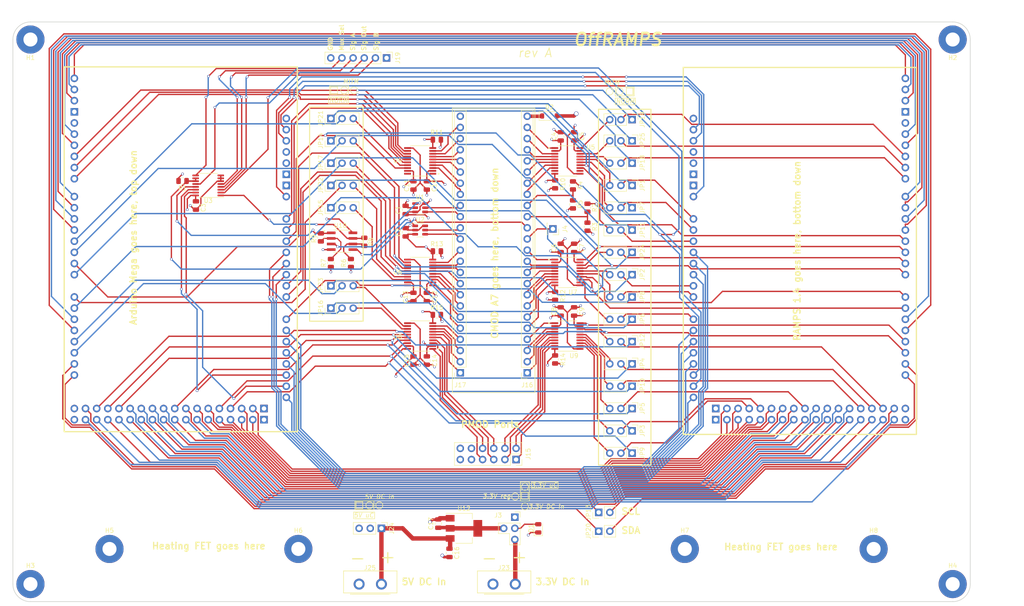
<source format=kicad_pcb>
(kicad_pcb (version 20221018) (generator pcbnew)
  (title_block (date "mar. 31 mars 2015"))
  (layers (0 "F.Cu" signal) (1 "In1.Cu" power) (2 "In2.Cu" power) (31 "B.Cu" signal) (34 "B.Paste" user) (35 "F.Paste" user) (36 "B.SilkS" user "B.Silkscreen") (37 "F.SilkS" user "F.Silkscreen") (38 "B.Mask" user) (39 "F.Mask" user) (44 "Edge.Cuts" user))
  (net 0 "")
  (net 1 "GND")
  (net 2 "/3p3V_sel")
  (net 3 "/53")
  (net 4 "/5V_sel")
  (net 5 "/5v_DC_in")
  (net 6 "/3p3V_reg")
  (net 7 "/49")
  (net 8 "/ls_jump_X-STEP")
  (net 9 "/47")
  (net 10 "/*44")
  (net 11 "/*45")
  (net 12 "/42")
  (net 13 "/43")
  (net 14 "/40")
  (net 15 "/41")
  (net 16 "/ls_jump_X-DIR")
  (net 17 "/39")
  (net 18 "/f_ls_X-DIR")
  (net 19 "/37")
  (net 20 "/f_ls_X-STEP")
  (net 21 "/35")
  (net 22 "/32")
  (net 23 "/33")
  (net 24 "/ls_jump_Z-STEP")
  (net 25 "/31")
  (net 26 "/ls_jump_Z-DIR")
  (net 27 "/29")
  (net 28 "/f_ls_Z-DIR")
  (net 29 "/27")
  (net 30 "/f_ls_Z-STEP")
  (net 31 "/25")
  (net 32 "/22")
  (net 33 "/23")
  (net 34 "/ls_jump_Z-MAX")
  (net 35 "/IOREF")
  (net 36 "/ls_jump_Z-MIN")
  (net 37 "/f_ls_Z-MIN")
  (net 38 "/f_ls_Z-MAX")
  (net 39 "/A3")
  (net 40 "/A4")
  (net 41 "/A5")
  (net 42 "/u_X-STEP")
  (net 43 "/u_X-DIR")
  (net 44 "/ls_f_X-DIR")
  (net 45 "/A9")
  (net 46 "/A10")
  (net 47 "/A11")
  (net 48 "/A12")
  (net 49 "/ls_f_X-STEP")
  (net 50 "/u_Z-STEP")
  (net 51 "/u_Z-DIR")
  (net 52 "/AREF")
  (net 53 "/ls_f_Z-DIR")
  (net 54 "/*12")
  (net 55 "/*11")
  (net 56 "/ls_f_Z-STEP")
  (net 57 "/r_Z-MAX")
  (net 58 "/r_Z-MIN")
  (net 59 "/*7")
  (net 60 "/*6")
  (net 61 "/*5")
  (net 62 "/*4")
  (net 63 "/ls_f_Z-MIN")
  (net 64 "/ls_f_Z-MAX")
  (net 65 "/u_Y-STEP")
  (net 66 "/u_Y-DIR")
  (net 67 "/ls_f_Y-DIR")
  (net 68 "/TX2{slash}16")
  (net 69 "/RX2{slash}17")
  (net 70 "/ls_f_Y-STEP")
  (net 71 "/u_E0-STEP")
  (net 72 "/SDA{slash}20")
  (net 73 "/SCL{slash}21")
  (net 74 "/u_E0-DIR")
  (net 75 "/ls_f_E0-DIR")
  (net 76 "/ls_f_E0-STEP")
  (net 77 "/r_Y-MAX")
  (net 78 "/r_Y-MIN")
  (net 79 "/ls_f_Y-MIN")
  (net 80 "/ls_f_Y-MAX")
  (net 81 "/ls_jump_Y-STEP")
  (net 82 "/ls_jump_Y-DIR")
  (net 83 "/f_ls_Y-DIR")
  (net 84 "/f_ls_Y-STEP")
  (net 85 "/ls_jump_E0-STEP")
  (net 86 "/ls_jump_E0-DIR")
  (net 87 "/f_ls_E0-DIR")
  (net 88 "/f_ls_E0-STEP")
  (net 89 "/ls_jump_Y-MAX")
  (net 90 "/ls_jump_Y-MIN")
  (net 91 "/f_ls_Y-MIN")
  (net 92 "/f_ls_Y-MAX")
  (net 93 "/u_X-EN")
  (net 94 "/u_Y-EN")
  (net 95 "/ls_f_Y-EN")
  (net 96 "/ls_f_X-EN")
  (net 97 "/r_X-MAX")
  (net 98 "/r_X-MIN")
  (net 99 "/ls_f_X-MIN")
  (net 100 "/ls_f_X-MAX")
  (net 101 "/u_Z-EN")
  (net 102 "/u_E0-EN")
  (net 103 "/ls_f_E0-EN")
  (net 104 "/ls_f_Z-EN")
  (net 105 "/ls_jump_X-EN")
  (net 106 "/ls_jump_Y-EN")
  (net 107 "/f_ls_Y-EN")
  (net 108 "/f_ls_X-EN")
  (net 109 "/ls_jump_Z-EN")
  (net 110 "/ls_jump_E0-EN")
  (net 111 "/f_ls_E0-EN")
  (net 112 "/f_ls_Z-EN")
  (net 113 "/ls_jump_X-MAX")
  (net 114 "/ls_jump_X-MIN")
  (net 115 "/f_ls_X-MIN")
  (net 116 "/f_ls_X-MAX")
  (net 117 "/r_UART_RX")
  (net 118 "/u_UART_TX")
  (net 119 "/ls_f_UART_TX")
  (net 120 "/ls_f_UART_RX")
  (net 121 "/u_D8")
  (net 122 "/u_D9")
  (net 123 "/ls_f_D9")
  (net 124 "/ls_f_D8")
  (net 125 "/u_D10")
  (net 126 "/ls_f_D10")
  (net 127 "/ls_jump_UART_RX")
  (net 128 "/ls_jump_UART_TX")
  (net 129 "/f_ls_UART_TX")
  (net 130 "/f_ls_UART_RX")
  (net 131 "/ls_jump_D8")
  (net 132 "/ls_jump_D9")
  (net 133 "/f_ls_D9")
  (net 134 "/f_ls_D8")
  (net 135 "/ls_jump_D10")
  (net 136 "/f_ls_D10")
  (net 137 "/u_LED")
  (net 138 "/u_X-MIN")
  (net 139 "/u_X-MAX")
  (net 140 "/u_UART_RX")
  (net 141 "/u_Y-MIN")
  (net 142 "/u_Y-MAX")
  (net 143 "/u_Z-MIN")
  (net 144 "/u_Z-MAX")
  (net 145 "/u_SDA")
  (net 146 "/u_SCL")
  (net 147 "/E1-STEP")
  (net 148 "/E1-DIR")
  (net 149 "/E1-EN")
  (net 150 "/5V_uC")
  (net 151 "/3p3V_uC")
  (net 152 "/Vin")
  (net 153 "/u_THERM0")
  (net 154 "/u_THERM1")
  (net 155 "/r_X-STEP")
  (net 156 "/r_X-DIR")
  (net 157 "/r_Y-EN")
  (net 158 "/r_Y-STEP")
  (net 159 "/r_Y-DIR")
  (net 160 "/r_Z-EN")
  (net 161 "/r_THERM0")
  (net 162 "/r_THERM1")
  (net 163 "/SCK")
  (net 164 "/MISO")
  (net 165 "/MOSI")
  (net 166 "/r_Z-DIR")
  (net 167 "/r_Z-STEP")
  (net 168 "/r_X-EN")
  (net 169 "/THERM2")
  (net 170 "/RESET")
  (net 171 "/r_E0-DIR")
  (net 172 "/r_E0-STEP")
  (net 173 "/r_E0-EN")
  (net 174 "/r_LED")
  (net 175 "/r_D10")
  (net 176 "/r_D9")
  (net 177 "/r_D8")
  (net 178 "/r_SDA")
  (net 179 "/r_SCL")
  (net 180 "/vd_f_THERM0")
  (net 181 "/vd_f_THERM1")
  (net 182 "/f_mux_FPGA-THERM_EN_n")
  (net 183 "/f_dac_THERM1-SDA")
  (net 184 "/f_dac_THERM1-SCL")
  (net 185 "/f_dac_THERM0-SDA")
  (net 186 "/f_dac_THERM0-SCL")
  (net 187 "/h_S3A")
  (net 188 "/h_S3B")
  (net 189 "/h_SEL3")
  (net 190 "/h_D3")
  (net 191 "/3p3V_DC_in")
  (net 192 "/r_UART_TX")
  (net 193 "/op_mux_THERM0")
  (net 194 "/op_mux_THERM1")
  (net 195 "/dac_op_THERM0")
  (net 196 "/dac_op_THERM1")
  (net 203 "Net-(J16-Pin_13)")
  (net 206 "Net-(U10-2IN-)")
  (net 207 "Net-(U10-1IN-)")
  (net 208 "Net-(D2-K)")
  (footprint "Connector_PinHeader_2.54mm:PinHeader_1x03_P2.54mm_Vertical" (layer "F.Cu") (at 330.996471 156.026 -90)
    (fp_text reference "JP5")
    (fp_text value "Jumper_3_Open")
  )
  (footprint "Connector_PinHeader_2.54mm:PinHeader_1x03_P2.54mm_Vertical" (layer "F.Cu") (at 330.996471 145.866 -90)
    (fp_text reference "JP4")
    (fp_text value "Jumper_3_Open")
  )
  (footprint "Connector_PinHeader_2.54mm:PinHeader_1x03_P2.54mm_Vertical" (layer "F.Cu") (at 262.416471 89.986 90)
    (fp_text reference "JP21")
    (fp_text value "Jumper_3_Open")
  )
  (footprint "external_footprints:SOP65P640X120-20N" (layer "F.Cu") (at 316.264471 139.516)
    (fp_text reference "U9")
    (fp_text value "TXB0108PWR")
  )
  (footprint "Diode_SMD:D_SOD-123" (layer "F.Cu") (at 312.174 89.408)
    (fp_text reference "D2")
    (fp_text value "B5819W")
  )
  (footprint "external_footprints:SOIC127P599X175-8N" (layer "F.Cu") (at 264.956471 117.926)
    (fp_text reference "U10")
    (fp_text value "LM358DR2G")
  )
  (footprint "Connector_PinHeader_2.54mm:PinHeader_1x03_P2.54mm_Vertical" (layer "F.Cu") (at 330.996471 150.946 -90)
    (fp_text reference "JP10")
    (fp_text value "Jumper_3_Open")
  )
  (footprint "Resistor_SMD:R_0805_2012Metric" (layer "F.Cu") (at 262.401351 122.894119 90)
    (fp_text reference "R7")
    (fp_text value "10k")
  )
  (footprint "Connector_PinHeader_2.54mm:PinHeader_1x03_P2.54mm_Vertical" (layer "F.Cu") (at 330.996471 95.066 -90)
    (fp_text reference "JP25")
    (fp_text value "Jumper_3_Open")
  )
  (footprint "Connector_PinHeader_2.54mm:PinHeader_1x03_P2.54mm_Vertical" (layer "F.Cu") (at 262.416471 95.066 90)
    (fp_text reference "JP14")
    (fp_text value "Jumper_3_Open")
  )
  (footprint "Resistor_SMD:R_0805_2012Metric" (layer "F.Cu") (at 228.634471 104.21 180)
    (fp_text reference "R1")
    (fp_text value "4.7k")
  )
  (footprint "Capacitor_SMD:C_0805_2012Metric" (layer "F.Cu") (at 281.212471 130.626 -90)
    (fp_text reference "C13")
    (fp_text value "0.1u")
  )
  (footprint "Capacitor_SMD:C_0805_2012Metric" (layer "F.Cu") (at 284.260471 145.104 -90)
    (fp_text reference "C14")
    (fp_text value "0.1u")
  )
  (footprint "Resistor_SMD:R_0805_2012Metric" (layer "F.Cu") (at 313.470471 144.85 -90)
    (fp_text reference "R14")
    (fp_text value "4.7k")
  )
  (footprint "Resistor_SMD:R_0805_2012Metric" (layer "F.Cu") (at 313.470471 104.972 -90)
    (fp_text reference "R10")
    (fp_text value "4.7k")
  )
  (footprint "MountingHole:MountingHole_3.2mm_M3_Pad" (layer "F.Cu") (at 386 188)
    (fp_text reference "H8")
    (fp_text value "MountingHole_Pad")
  )
  (footprint "Resistor_SMD:R_0805_2012Metric" (layer "F.Cu") (at 270.036471 118.068119 90)
    (fp_text reference "R8")
    (fp_text value "5k")
  )
  (footprint "external_footprints:SOP65P640X120-20N" (layer "F.Cu") (at 282.736471 99.638 180)
    (fp_text reference "U4")
    (fp_text value "TXB0108PWR")
  )
  (footprint "MountingHole:MountingHole_3.2mm_M3_Pad" (layer "F.Cu") (at 255 188)
    (fp_text reference "H6")
    (fp_text value "MountingHole_Pad")
  )
  (footprint "Package_TO_SOT_SMD:SOT-23-6" (layer "F.Cu") (at 282.736471 115.386)
    (fp_text reference "U2")
    (fp_text value "MCP4725xxx-xCH")
  )
  (footprint "Capacitor_SMD:C_0805_2012Metric" (layer "F.Cu") (at 281.212471 105.226 -90)
    (fp_text reference "C11")
    (fp_text value "0.1u")
  )
  (footprint "Package_TO_SOT_SMD:SOT-23-6" (layer "F.Cu") (at 282.736471 110.306)
    (fp_text reference "U1")
    (fp_text value "MCP4725xxx-xCH")
  )
  (footprint "Capacitor_SMD:C_0805_2012Metric" (layer "F.Cu") (at 286.872871 182.225447 90)
    (fp_text reference "C17")
    (fp_text value "22uf")
  )
  (footprint "Connector_PinHeader_2.54mm:PinHeader_1x03_P2.54mm_Vertical" (layer "F.Cu") (at 273.918871 183.307447 -90)
    (fp_text reference "J24")
    (fp_text value "Conn_01x03_Male")
  )
  (footprint "Connector_PinHeader_2.54mm:PinHeader_1x03_P2.54mm_Vertical" (layer "F.Cu") (at 262.416471 128.086 90)
    (fp_text reference "JP23")
    (fp_text value "Jumper_3_Open")
  )
  (footprint "Resistor_SMD:R_0805_2012Metric" (layer "F.Cu") (at 286.546471 120.212)
    (fp_text reference "R13")
    (fp_text value "4.7k")
  )
  (footprint "Resistor_SMD:R_0805_2012Metric" (layer "F.Cu") (at 266.973351 122.894119 90)
    (fp_text reference "R6")
    (fp_text value "10k")
  )
  (footprint "Connector_PinHeader_2.54mm:PinHeader_1x03_P2.54mm_Vertical" (layer "F.Cu") (at 330.996471 105.226 -90)
    (fp_text reference "JP1")
    (fp_text value "Jumper_3_Open")
  )
  (footprint "MountingHole:MountingHole_3.2mm_M3_Pad" (layer "F.Cu") (at 404 72)
    (fp_text reference "H2")
    (fp_text value "MountingHole_Pad")
  )
  (footprint "Capacitor_SMD:C_0805_2012Metric" (layer "F.Cu") (at 284.260471 130.626 -90)
    (fp_text reference "C12")
    (fp_text value "0.1u")
  )
  (footprint "Connector_PinHeader_2.54mm:PinHeader_1x03_P2.54mm_Vertical" (layer "F.Cu") (at 330.996471 166.186 -90)
    (fp_text reference "JP9")
    (fp_text value "Jumper_3_Open")
  )
  (footprint "Connector_PinSocket_2.54mm:PinSocket_2x06_P2.54mm_Vertical" (layer "F.Cu") (at 304.580471 167.64 -90)
    (fp_text reference "J15")
    (fp_text value "Conn_02x06_Odd_Even")
  )
  (footprint "Resistor_SMD:R_0805_2012Metric" (layer "F.Cu") (at 286.546471 94.812)
    (fp_text reference "R11")
    (fp_text value "4.7k")
  )
  (footprint "kiwih_kicad:WR-TBL-TermBlock-2Pos-90Deg-5.08mm" (layer "F.Cu") (at 304.398871 196.007447 180)
    (fp_text reference "J23")
    (fp_text value "Screw_Terminal_01x02")
  )
  (footprint "Connector_PinHeader_2.54mm:PinHeader_1x03_P2.54mm_Vertical" (layer "F.Cu") (at 330.996471 161.106 -90)
    (fp_text reference "JP3")
    (fp_text value "Jumper_3_Open")
  )
  (footprint "Resistor_SMD:R_0805_2012Metric" (layer "F.Cu") (at 286.546471 134.69)
    (fp_text reference "R15")
    (fp_text value "4.7k")
  )
  (footprint "Connector_PinHeader_2.54mm:PinHeader_1x03_P2.54mm_Vertical" (layer "F.Cu") (at 330.996471 125.546 -90)
    (fp_text reference "JP2")
    (fp_text value "Jumper_3_Open")
  )
  (footprint "Connector_PinHeader_2.54mm:PinHeader_1x03_P2.54mm_Vertical" (layer "F.Cu") (at 262.416471 133.166 90)
    (fp_text reference "JP16")
    (fp_text value "Jumper_3_Open")
  )
  (footprint "Capacitor_SMD:C_0805_2012Metric" (layer "F.Cu") (at 231.682471 109.798 -90)
    (fp_text reference "C3")
    (fp_text value "0.1u")
  )
  (footprint "Capacitor_SMD:C_0805_2012Metric" (layer "F.Cu") (at 284.260471 105.226 -90)
    (fp_text reference "C10")
    (fp_text value "0.1u")
  )
  (footprint "Connector_PinHeader_2.54mm:PinHeader_1x03_P2.54mm_Vertical" (layer "F.Cu") (at 262.416471 100.146 90)
    (fp_text reference "JP17")
    (fp_text value "Jumper_3_Open")
  )
  (footprint "jb_kicad:arduino_mega_shield" (layer "F.Cu") (at 393.226471 80.842)
    (fp_text reference "J2" hide)
    (fp_text value "~")
  )
  (footprint "jb_kicad:3-way_jumper" (layer "F.Cu") (at 304.3 180.767447)
    (fp_text reference "J3")
    (fp_text value "Conn_01x04_Pin")
  )
  (footprint "Connector_PinHeader_2.54mm:PinHeader_1x03_P2.54mm_Vertical" (layer "F.Cu") (at 262.416471 105.226 90)
    (fp_text reference "JP22")
    (fp_text value "Jumper_3_Open")
  )
  (footprint "external_footprints:SOP65P640X120-20N" (layer "F.Cu") (at 316.264471 99.638)
    (fp_text reference "U5" hide)
    (fp_text value "TXB0108PWR")
  )
  (footprint "jb_kicad:arduino_mega_shield" (layer "F.Cu") (at 203.996471 80.842)
    (fp_text reference "J1" hide)
    (fp_text value "~")
  )
  (footprint "Capacitor_SMD:C_0805_2012Metric" (layer "F.Cu") (at 317.788471 119.45 90)
    (fp_text reference "C7")
    (fp_text value "0.1u")
  )
  (footprint "Capacitor_SMD:C_0805_2012Metric" (layer "F.Cu") (at 281.212471 145.104 -90)
    (fp_text reference "C15")
    (fp_text value "0.1u")
  )
  (footprint "MountingHole:MountingHole_3.2mm_M3_Pad" (layer "F.Cu") (at 194 196)
    (fp_text reference "H3")
    (fp_text value "MountingHole_Pad")
  )
  (footprint "Capacitor_SMD:C_0805_2012Metric" (layer "F.Cu") (at 317.788471 94.05 90)
    (fp_text reference "C5")
    (fp_text value "0.1u")
  )
  (footprint "Package_SO:TSSOP-16_4.4x5mm_P0.65mm" (layer "F.Cu") (at 234.476471 105.226 180)
    (fp_text reference "U3")
    (fp_text value "PTMUX4053PWR")
  )
  (footprint "Connector_PinHeader_2.54mm:PinHeader_1x03_P2.54mm_Vertical" (layer "F.Cu") (at 262.416471 110.306 90)
    (fp_text reference "JP15")
    (fp_text value "Jumper_3_Open")
  )
  (footprint "external_footprints:SOP65P640X120-20N" (layer "F.Cu") (at 282.736471 125.038 180)
    (fp_text reference "U6")
    (fp_text value "TXB0108PWR")
  )
  (footprint "Resistor_SMD:R_0805_2012Metric" (layer "F.Cu") (at 317.534471 109.544 -90)
    (fp_text reference "R5")
    (fp_text value "10k")
  )
  (footprint "Capacitor_SMD:C_0805_2012Metric" (layer "F.Cu") (at 317.788471 133.928 90)
    (fp_text reference "C9")
    (fp_text value "0.1u")
  )
  (footprint "MountingHole:MountingHole_3.2mm_M3_Pad" (layer "F.Cu") (at 404 196)
    (fp_text reference "H4")
    (fp_text value "MountingHole_Pad")
  )
  (footprint "Connector_PinHeader_2.54mm:PinHeader_1x03_P2.54mm_Vertical" (layer "F.Cu") (at 330.996471 120.466 -90)
    (fp_text reference "JP24")
    (fp_text value "Jumper_3_Open")
  )
  (footprint "Connector_PinSocket_2.54mm:PinSocket_1x24_P2.54mm_Vertical" (layer "F.Cu") (at 307.120471 147.898 180)
    (fp_text reference "J16")
    (fp_text value "Conn_01x24_Female")
  )
  (footprint "Resistor_SMD:R_0805_2012Metric" (layer "F.Cu") (at 260.130471 117.052119 90)
    (fp_text reference "R9")
    (fp_text value "5k")
  )
  (footprint "Connector_PinHeader_2.54mm:PinHeader_1x03_P2.54mm_Vertical" (layer "F.Cu") (at 330.996471 110.306 -90)
    (fp_text reference "JP7")
    (fp_text value "Jumper_3_Open")
  )
  (footprint "Connector_PinHeader_2.54mm:PinHeader_1x03_P2.54mm_Vertical" (layer "F.Cu") (at 330.996471 135.706 -90)
    (fp_text reference "JP6")
    (fp_text value "Jumper_3_Open")
  )
  (footprint "kiwih_kicad:WR-TBL-TermBlock-2Pos-90Deg-5.08mm" (layer "F.Cu") (at 273.918871 196.007447 180)
    (fp_text reference "J25")
    (fp_text value "Screw_Terminal_01x02")
  )
  (footprint "external_footprints:SOP65P640X120-20N" (layer "F.Cu") (at 316.264471 125.038)
    (fp_text reference "U7")
    (fp_text value "TXB0108PWR")
  )
  (footprint "MountingHole:MountingHole_3.2mm_M3_Pad" (layer "F.Cu") (at 212 188)
    (fp_text reference "H5")
    (fp_text value "MountingHole_Pad")
  )
  (footprint "Connector_PinHeader_2.54mm:PinHeader_1x03_P2.54mm_Vertical" (layer "F.Cu") (at 330.996471 130.626 -90)
    (fp_text reference "JP8")
    (fp_text value "Jumper_3_Open")
  )
  (footprint "Resistor_SMD:R_0805_2012Metric" (layer "F.Cu") (at 317.534471 105.226 -90)
    (fp_text reference "R4")
    (fp_text value "5k")
  )
  (footprint "Capacitor_SMD:C_0805_2012Metric" (layer "F.Cu") (at 279.434471 115.894 90)
    (fp_text reference "C2")
    (fp_text value "0.1u")
  )
  (footprint "Resistor_SMD:R_0805_2012Metric" (layer "F.Cu") (at 320.836471 110.306 -90)
    (fp_text reference "R2")
    (fp_text value "5k")
  )
  (footprint "Connector_PinSocket_2.54mm:PinSocket_1x01_P2.54mm_Vertical" (layer "F.Cu") (at 312.962471 115.132 -90)
    (fp_text reference "J4")
    (fp_text value "Conn_01x01")
  )
  (footprint "LED_SMD:LED_0805_2012Metric" (layer "F.Cu") (at 309.634 183.3095 90)
    (fp_text reference "D1")
    (fp_text value "LED")
  )
  (footprint "Resistor_SMD:R_0805_2012Metric" (layer "F.Cu") (at 313.470471 130.372 -90)
    (fp_text reference "R12")
    (fp_text value "4.7k")
  )
  (footprint "Capacitor_SMD:C_0805_2012Metric" (layer "F.Cu") (at 289.412871 188.895447 -90)
    (fp_text reference "C16")
    (fp_text value "22uf")
  )
  (footprint "MountingHole:MountingHole_3.2mm_M3_Pad" (layer "F.Cu") (at 343 188)
    (fp_text reference "H7")
    (fp_text value "MountingHole_Pad")
  )
  (footprint "Capacitor_SMD:C_0805_2012Metric" (layer "F.Cu") (at 314.740471 94.05 90)
    (fp_text reference "C4")
    (fp_text value "0.1u")
  )
  (footprint "external_footprints:SOP65P640X120-20N" (layer "F.Cu") (at 282.736471 139.516 180)
    (fp_text reference "U8")
    (fp_text value "TXB0108PWR")
  )
  (footprint "Connector_PinHeader_2.54mm:PinHeader_1x03_P2.54mm_Vertical" (layer "F.Cu") (at 330.996471 90.24 -90)
    (fp_text reference "JP19")
    (fp_text value "Jumper_3_Open")
  )
  (footprint "Capacitor_SMD:C_0805_2012Metric" (layer "F.Cu") (at 314.740471 119.45 90)
    (fp_text reference "C6")
    (fp_text value "0.1u")
  )
  (footprint "Package_TO_SOT_SMD:SOT-223-3_TabPin2" (layer "F.Cu") (at 292.714871 183.307447)
    (fp_text reference "U12")
    (fp_text value "AMS1117-3.3")
  )
  (footprint "Connector_PinHeader_2.54mm:PinHeader_1x03_P2.54mm_Vertical" (layer "F.Cu") (at 330.996471 115.386 -90)
    (fp_text reference "JP11")
    (fp_text value "Jumper_3_Open")
  )
  (footprint "Capacitor_SMD:C_0805_2012Metric" (layer "F.Cu") (at 314.740471 133.928 90)
    (fp_text reference "C8")
    (fp_text value "0.1u")
  )
  (footprint "Connector_PinHeader_2.54mm:PinHeader_1x06_P2.54mm_Vertical" (layer "F.Cu") (at 275.09 76.2 -90)
    (fp_text reference "J19")
    (fp_text value "Conn_01x06_Male")
  )
  (footprint "Connector_PinHeader_2.54mm:PinHeader_1x02_P2.54mm_Vertical" (layer "F.Cu") (at 323.391471 183.966 90)
    (fp_text reference "JP20")
    (fp_text value "Jumper_2_Open")
  )
  (footprint "Connector_PinSocket_2.54mm:PinSocket_1x24_P2.54mm_Vertical" (layer "F.Cu") (at 291.880471 147.898 180)
    (fp_text reference "J17")
    (fp_text value "Conn_01x24_Female")
  )
  (footprint "Connector_PinHeader_2.54mm:PinHeader_1x02_P2.54mm_Vertical" (layer "F.Cu") (at 323.391471 179.68 90)
    (fp_text reference "JP13")
    (fp_text value "Jumper_2_Open")
  )
  (footprint "Connector_PinHeader_2.54mm:PinHeader_1x03_P2.54mm_Vertical" (layer "F.Cu") (at 330.996471 100.146 -90)
    (fp_text reference "JP18")
    (fp_text value "Jumper_3_Open")
  )
  (footprint "Capacitor_SMD:C_0805_2012Metric" (layer "F.Cu") (at 279.434471 110.814 90)
    (fp_text reference "C1")
    (fp_text value "0.1u")
  )
  (footprint "Connector_PinHeader_2.54mm:PinHeader_1x03_P2.54mm_Vertical" (layer "F.Cu") (at 330.996471 140.786 -90)
    (fp_text reference "JP12")
    (fp_text value "Jumper_3_Open")
  )
  (footprint "MountingHole:MountingHole_3.2mm_M3_Pad" (layer "F.Cu") (at 194 72)
    (fp_text reference "H1")
    (fp_text value "MountingHole_Pad")
  )
  (footprint "Resistor_SMD:R_0805_2012Metric" (layer "F.Cu") (at 320.836471 114.624 -90)
    (fp_text reference "R3")
    (fp_text value "10k")
  )
  (gr_line (start 331.478 86.868) (end 331.732 86.868) (stroke (width 0.15)) (layer "F.SilkS"))
  (gr_line (start 268.136 177.292) (end 268.136 178.816) (stroke (width 0.15)) (layer "F.SilkS"))
  (gr_line (start 305.824 176.663218) (end 305.824 175.139218) (stroke (width 0.15)) (layer "F.SilkS"))
  (gr_circle (center 306.586 178.308) (end 305.824 178.054) (stroke (width 0.15)) (fill none) (layer "F.SilkS"))
  (gr_rect (start 323.35 87.884) (end 335.288 168.91) (stroke (width 0.25)) (fill none) (layer "F.SilkS"))
  (gr_line (start 267.882 177.038) (end 267.882 179.07) (stroke (width 0.15)) (layer "F.SilkS"))
  (gr_line (start 269.66 177.292) (end 268.136 177.292) (stroke (width 0.15)) (layer "F.SilkS"))
  (gr_circle (center 265.438 83.566) (end 265.184 84.328) (stroke (width 0.15)) (fill none) (layer "F.SilkS"))
  (gr_line (start 262.136 82.55) (end 262.136 84.582) (stroke (width 0.15)) (layer "F.SilkS"))
  (gr_line (start 307.602 172.761218) (end 305.57 172.761218) (stroke (width 0.15)) (layer "F.SilkS"))
  (gr_line (start 263.914 82.804) (end 262.39 82.804) (stroke (width 0.15)) (layer "F.SilkS"))
  (gr_line (start 331.732 86.868) (end 331.732 85.344) (stroke (width 0.15)) (layer "F.SilkS"))
  (gr_line (start 329.7 83.058) (end 329.7 84.582) (stroke (width 0.15)) (layer "F.SilkS"))
  (gr_line (start 272.2 177.038) (end 267.882 177.038) (stroke (width 0.15)) (layer "F.SilkS"))
  (gr_line (start 327.16 85.344) (end 327.16 86.868) (stroke (width 0.15)) (layer "F.SilkS"))
  (gr_line (start 305.57 172.761218) (end 305.57 177.079218) (stroke (width 0.15)) (layer "F.SilkS"))
  (gr_line (start 305.824 176.663218) (end 307.348 176.663218) (stroke (width 0.15)) (layer "F.SilkS"))
  (gr_line (start 331.224 83.058) (end 331.224 84.582) (stroke (width 0.15)) (layer "F.SilkS"))
  (gr_line (start 266.454 86.614) (end 266.454 85.09) (stroke (width 0.15)) (layer "F.SilkS"))
  (gr_line (start 262.39 82.804) (end 262.39 84.328) (stroke (width 0.15)) (layer "F.SilkS"))
  (gr_line (start 263.914 84.328) (end 262.39 84.328) (stroke (width 0.15)) (layer "F.SilkS"))
  (gr_line (start 272.2 179.07) (end 272.2 177.038) (stroke (width 0.15)) (layer "F.SilkS"))
  (gr_line (start 266.454 82.55) (end 262.136 82.55) (stroke (width 0.15)) (layer "F.SilkS"))
  (gr_line (start 266.2 86.614) (end 266.454 86.614) (stroke (width 0.15)) (layer "F.SilkS"))
  (gr_line (start 261.882 85.09) (end 261.882 86.614) (stroke (width 0.15)) (layer "F.SilkS"))
  (gr_line (start 269.66 178.816) (end 268.136 178.816) (stroke (width 0.15)) (layer "F.SilkS"))
  (gr_circle (center 306.586 173.866436) (end 305.824 173.612436) (stroke (width 0.15)) (fill none) (layer "F.SilkS"))
  (gr_line (start 262.136 84.582) (end 266.454 84.582) (stroke (width 0.15)) (layer "F.SilkS"))
  (gr_line (start 327.16 86.868) (end 331.478 86.868) (stroke (width 0.15)) (layer "F.SilkS"))
  (gr_circle (center 325.89 83.82) (end 325.636 84.582) (stroke (width 0.15)) (fill none) (layer "F.SilkS"))
  (gr_line (start 266.454 85.09) (end 261.882 85.09) (stroke (width 0.15)) (layer "F.SilkS"))
  (gr_line (start 305.57 177.079218) (end 307.602 177.079218) (stroke (width 0.15)) (layer "F.SilkS"))
  (gr_line (start 331.224 83.058) (end 329.7 83.058) (stroke (width 0.15)) (layer "F.SilkS"))
  (gr_rect (start 201.684 78.232) (end 254.77 161.29) (stroke (width 0.3)) (fill none) (layer "F.SilkS"))
  (gr_line (start 331.478 82.804) (end 327.16 82.804) (stroke (width 0.15)) (layer "F.SilkS"))
  (gr_line (start 266.454 84.582) (end 266.454 82.55) (stroke (width 0.15)) (layer "F.SilkS"))
  (gr_circle (center 273.428782 178.054) (end 273.174782 178.816) (stroke (width 0.15)) (fill none) (layer "F.SilkS"))
  (gr_line (start 331.732 85.344) (end 327.16 85.344) (stroke (width 0.15)) (layer "F.SilkS"))
  (gr_line (start 307.348 176.663218) (end 307.348 175.139218) (stroke (width 0.15)) (layer "F.SilkS"))
  (gr_line (start 331.478 84.836) (end 331.478 82.804) (stroke (width 0.15)) (layer "F.SilkS"))
  (gr_rect (start 342.654 78.359) (end 395.74 161.925) (stroke (width 0.3)) (fill none) (layer "F.SilkS"))
  (gr_line (start 327.16 84.836) (end 331.478 84.836) (stroke (width 0.15)) (layer "F.SilkS"))
  (gr_line (start 331.224 84.582) (end 331.224 83.058) (stroke (width 0.15)) (layer "F.SilkS"))
  (gr_line (start 307.602 177.079218) (end 307.602 172.761218) (stroke (width 0.15)) (layer "F.SilkS"))
  (gr_line (start 261.882 86.614) (end 266.2 86.614) (stroke (width 0.15)) (layer "F.SilkS"))
  (gr_line (start 327.16 82.804) (end 327.16 84.836) (stroke (width 0.15)) (layer "F.SilkS"))
  (gr_line (start 263.914 84.328) (end 263.914 82.804) (stroke (width 0.15)) (layer "F.SilkS"))
  (gr_circle (center 271.184 178.054) (end 270.93 178.816) (stroke (width 0.15)) (fill none) (layer "F.SilkS"))
  (gr_rect (start 267.6 179.602) (end 272.372 181.126) (stroke (width 0.15)) (fill none) (layer "F.SilkS"))
  (gr_rect (start 290.076 87.63) (end 308.872 152.4) (stroke (width 0.15)) (fill none) (layer "F.SilkS"))
  (gr_line (start 307.348 175.139218) (end 305.824 175.139218) (stroke (width 0.15)) (layer "F.SilkS"))
  (gr_circle (center 328.176 83.82) (end 327.922 84.582) (stroke (width 0.15)) (fill none) (layer "F.SilkS"))
  (gr_rect (start 257.564 87.376) (end 269.756 136.144) (stroke (width 0.25)) (fill none) (layer "F.SilkS"))
  (gr_circle (center 267.682782 83.566) (end 267.428782 84.328) (stroke (width 0.15)) (fill none) (layer "F.SilkS"))
  (gr_line (start 331.224 84.582) (end 329.7 84.582) (stroke (width 0.15)) (layer "F.SilkS"))
  (gr_circle (center 304.386 176.063218) (end 303.624 175.809218) (stroke (width 0.15)) (fill none) (layer "F.SilkS"))
  (gr_rect (start 308.08 172.739218) (end 314.152 174.263218) (stroke (width 0.15)) (fill none) (layer "F.SilkS"))
  (gr_line (start 267.882 179.07) (end 272.2 179.07) (stroke (width 0.15)) (layer "F.SilkS"))
  (gr_line (start 269.66 178.816) (end 269.66 177.292) (stroke (width 0.15)) (layer "F.SilkS"))
  (gr_arc (start 408 196) (mid 406.828427 198.828427) (end 404 200) (stroke (width 0.15)) (layer "Edge.Cuts"))
  (gr_arc (start 194 200) (mid 191.171573 198.828427) (end 190 196) (stroke (width 0.15)) (layer "Edge.Cuts"))
  (gr_arc (start 190 72) (mid 191.171573 69.171573) (end 194 68) (stroke (width 0.15)) (layer "Edge.Cuts"))
  (gr_line (start 194 200) (end 404 200) (stroke (width 0.15)) (layer "Edge.Cuts"))
  (gr_line (start 404 68) (end 194 68) (stroke (width 0.15)) (layer "Edge.Cuts"))
  (gr_line (start 190 72) (end 190 196) (stroke (width 0.15)) (layer "Edge.Cuts"))
  (gr_line (start 408 196) (end 408 72) (stroke (width 0.15)) (layer "Edge.Cuts"))
  (gr_arc (start 404 68) (mid 406.828427 69.171573) (end 408 72) (stroke (width 0.15)) (layer "Edge.Cuts"))
  (gr_text "OffRAMPS" (at 327.8 72) (layer "F.SilkS") (effects (font (size 2.8 2.8) (thickness 0.5) italic)))
  (gr_text "Mux Sel" (at 265.438 74.676 90) (layer "F.SilkS") (effects (font (size 1 1) (thickness 0.2) bold) (justify left bottom)))
  (gr_text "Arduino Mega goes here, top down" (at 217.432 117.094 90) (layer "F.SilkS") (effects (font (size 1.5 1.5) (thickness 0.3))))
  (gr_text "NORM" (at 329.446 86.106) (layer "F.SilkS") (effects (font (size 1 1) (thickness 0.15) italic)))
  (gr_text "Heating FET goes here" (at 221.5 188.2) (layer "F.SilkS") (effects (font (size 1.5 1.5) (thickness 0.3) bold) (justify left bottom)))
  (gr_text "CMOD A7 goes here, bottom down" (at 299.728 120.65 90) (layer "F.SilkS") (effects (font (size 1.5 1.5) (thickness 0.3))))
  (gr_text "Heating FET goes here" (at 351.8 188.4) (layer "F.SilkS") (effects (font (size 1.5 1.5) (thickness 0.3) bold) (justify left bottom)))
  (gr_text "3.3V uC" (at 311.034 173.501218) (layer "F.SilkS") (effects (font (size 1 1) (thickness 0.15) italic)))
  (gr_text "3.3V reg" (at 300.186 175.963218) (layer "F.SilkS") (effects (font (size 1 1) (thickness 0.15) italic)))
  (gr_text "3.3V DC in" (at 311.486 178.363218) (layer "F.SilkS") (effects (font (size 1 1) (thickness 0.15) italic)))
  (gr_text "rev A" (at 304.9 76.2) (layer "F.SilkS") (effects (font (size 2 2) (thickness 0.2) bold italic) (justify left bottom)))
  (gr_text "MITM" (at 266.962 81.534) (layer "F.SilkS") (effects (font (size 1 1) (thickness 0.15) italic)))
  (gr_text "SCL" (at 328.43 180.34) (layer "F.SilkS") (effects (font (size 1.5 1.5) (thickness 0.3) bold) (justify left bottom)))
  (gr_text "Sig A" (at 267.978 74.676 90) (layer "F.SilkS") (effects (font (size 1 1) (thickness 0.2) bold) (justify left bottom)))
  (gr_text "NORM" (at 264.168 85.852) (layer "F.SilkS") (effects (font (size 1 1) (thickness 0.15) italic)))
  (gr_text "+" (at 303.284 191.516) (layer "F.SilkS") (effects (font (size 3 3) (thickness 0.3)) (justify left bottom)))
  (gr_text "5V uC" (at 269.914 180.34) (layer "F.SilkS") (effects (font (size 1 1) (thickness 0.15) italic)))
  (gr_text "GND" (at 262.898 74.676 90) (layer "F.SilkS") (effects (font (size 1 1) (thickness 0.2) bold) (justify left bottom)))
  (gr_text "5V DC In" (at 278.392 196.342) (layer "F.SilkS") (effects (font (size 1.5 1.5) (thickness 0.3) bold) (justify left bottom)))
  (gr_text "Sig B" (at 273.312 74.676 90) (layer "F.SilkS") (effects (font (size 1 1) (thickness 0.2) bold) (justify left bottom)))
  (gr_text "-" (at 266.454 191.77) (layer "F.SilkS") (effects (font (size 3 3) (thickness 0.3)) (justify left bottom)))
  (gr_text "RAMPS 1.4 goes here, bottom down" (at 368.562 120.142 90) (layer "F.SilkS") (effects (font (size 1.5 1.5) (thickness 0.3))))
  (gr_text "Sig Out" (at 270.518 74.676 90) (layer "F.SilkS") (effects (font (size 1 1) (thickness 0.2) bold) (justify left bottom)))
  (gr_text "-" (at 296.426 191.77) (layer "F.SilkS") (effects (font (size 3 3) (thickness 0.3)) (justify left bottom)))
  (gr_text "MITM" (at 326.398 81.788) (layer "F.SilkS") (effects (font (size 1 1) (thickness 0.15) italic)))
  (gr_text "SDA" (at 328.43 184.658) (layer "F.SilkS") (effects (font (size 1.5 1.5) (thickness 0.3) bold) (justify left bottom)))
  (gr_text "5V DC in" (at 273.5 176.102) (layer "F.SilkS") (effects (font (size 1 1) (thickness 0.15) italic)))
  (gr_text "U5" (at 321.572 96.52) (layer "F.SilkS") (effects (font (size 1 1))))
  (gr_text "+" (at 273.312 191.516) (layer "F.SilkS") (effects (font (size 3 3) (thickness 0.3)) (justify left bottom)))
  (gr_text "3.3V DC In" (at 308.872 196.342) (layer "F.SilkS") (effects (font (size 1.5 1.5) (thickness 0.3) bold) (justify left bottom)))
  (gr_text "PMOD Ports" (at 291.854 160.528) (layer "F.SilkS") (effects (font (size 1.5 1.5) (thickness 0.3) bold) (justify left bottom)))
  (segment (start 279.876471 110.306) (end 279.434471 109.864) (width 0.3) (layer "F.Cu") (net 1))
  (segment (start 283.873971 114.436) (end 283.336 114.436) (width 0.3) (layer "F.Cu") (net 1))
  (segment (start 285.508 146.054) (end 286.012 146.558) (width 0.3) (layer "F.Cu") (net 1))
  (segment (start 309.38 184.2535) (end 307.9345 184.2535) (width 0.3) (layer "F.Cu") (net 1))
  (segment (start 317.788471 91.764) (end 318.042471 91.51) (width 0.3) (layer "F.Cu") (net 1))
  (segment (start 287.458971 96.343029) (end 287.282 96.52) (width 0.3) (layer "F.Cu") (net 1))
  (segment (start 317.788471 118.5) (end 318.388 118.5) (width 0.3) (layer "F.Cu") (net 1))
  (segment (start 319.134471 142.441) (end 317.709 142.441) (width 0.3) (layer "F.Cu") (net 1))
  (segment (start 319.134471 127.963) (end 317.709 127.963) (width 0.3) (layer "F.Cu") (net 1))
  (segment (start 281.379 122.113) (end 282.736471 123.470471) (width 0.3) (layer "F.Cu") (net 1))
  (segment (start 321.2845 115.5365) (end 322.08 116.332) (width 0.3) (layer "F.Cu") (net 1))
  (segment (start 282.386 115.386) (end 281.598971 115.386) (width 0.3) (layer "F.Cu") (net 1))
  (segment (start 287.206871 181.007447) (end 286.872871 181.341447) (width 0.3) (layer "F.Cu") (net 1))
  (segment (start 262.090351 119.846119) (end 262.217351 119.973119) (width 0.3) (layer "F.Cu") (net 1))
  (segment (start 231.682471 110.748) (end 231.336 110.748) (width 0.3) (layer "F.Cu") (net 1))
  (segment (start 287.458971 120.212) (end 287.458971 121.334971) (width 0.3) (layer "F.Cu") (net 1))
  (segment (start 312.4615 105.8845) (end 311.92 106.426) (width 0.3) (layer "F.Cu") (net 1))
  (segment (start 314.740471 132.978) (end 313.58 132.978) (width 0.3) (layer "F.Cu") (net 1))
  (segment (start 287.458971 135.932089) (end 287.730441 136.203559) (width 0.3) (layer "F.Cu") (net 1))
  (segment (start 282.736471 130.118) (end 282.670471 130.118) (width 0.3) (layer "F.Cu") (net 1))
  (segment (start 286.872871 181.341447) (end 285.518553 181.341447) (width 0.6) (layer "F.Cu") (net 1))
  (segment (start 283.336 114.436) (end 282.386 115.386) (width 0.3) (layer "F.Cu") (net 1))
  (segment (start 281.379 136.591) (end 282.736471 137.948471) (width 0.3) (layer "F.Cu") (net 1))
  (segment (start 317.214471 93.1) (end 317.788471 93.1) (width 0.3) (layer "F.Cu") (net 1))
  (segment (start 282.736471 104.718) (end 282.670471 104.718) (width 0.3) (layer "F.Cu") (net 1))
  (segment (start 284.260471 106.176) (end 284.260471 107.442) (width 0.3) (layer "F.Cu") (net 1))
  (segment (start 281.212471 146.054) (end 282.736471 144.53) (width 0.3) (layer "F.Cu") (net 1))
  (segment (start 314.4265 145.7625) (end 314.968 146.304) (width 0.3) (layer "F.Cu") (net 1))
  (segment (start 316.264471 101.118471) (end 316.264471 94.05) (width 0.3) (layer "F.Cu") (net 1))
  (segment (start 279.822471 114.944) (end 279.434471 114.944) (width 0.3) (layer "F.Cu") (net 1))
  (segment (start 317.788471 132.978) (end 318.896 132.978) (width 0.3) (layer "F.Cu") (net 1))
  (segment (start 281.598971 110.306) (end 279.876471 110.306) (width 0.3) (layer "F.Cu") (net 1))
  (segment (start 316.264471 126.518471) (end 316.264471 119.704) (width 0.3) (layer "F.Cu") (net 1))
  (segment (start 282.670471 104.718) (end 281.212471 106.176) (width 0.3) (layer "F.Cu") (net 1))
  (segment (start 311.8865 131.2845) (end 311.666 131.064) (width 0.3) (layer "F.Cu") (net 1))
  (segment (start 282.802471 130.118) (end 284.260471 131.576) (width 0.3) (layer "F.Cu") (net 1))
  (segment (start 318.388 118.5) (end 319.286 117.602) (width 0.3) (layer "F.Cu") (net 1))
  (segment (start 287.458971 94.812) (end 287.458971 96.343029) (width 0.3) (layer "F.Cu") (net 1))
  (segment (start 317.468471 132.978) (end 317.788471 132.978) (width 0.3) (layer "F.Cu") (net 1))
  (segment (start 317.709 127.963) (end 316.264471 126.518471) (width 0.3) (layer "F.Cu") (net 1))
  (segment (start 279.866471 122.113) (end 281.379 122.113) (width 0.3) (layer "F.Cu") (net 1))
  (segment (start 282.736471 144.53) (end 284.260471 146.054) (width 0.3) (layer "F.Cu") (net 1))
  (segment (start 288.151447 189.845447) (end 287.79 189.484) (width 0.6) (layer "F.Cu") (net 1))
  (segment (start 317.534471 110.4565) (end 316.7795 110.4565) (width 0.3) (layer "F.Cu") (net 1))
  (segment (start 317.468471 118.5) (end 317.788471 118.5) (width 0.3) (layer "F.Cu") (net 1))
  (segment (start 227.721971 104.21) (end 227.721971 103.5285) (width 0.3) (layer "F.Cu") (net 1))
  (segment (start 282.736471 123.470471) (end 282.736471 130.118) (width 0.3) (layer "F.Cu") (net 1))
  (segment (start 316.7795 110.4565) (end 316.238 110.998) (width 0.3) (layer "F.Cu") (net 1))
  (segment (start 317.788471 93.1) (end 317.788471 91.764) (width 0.3) (layer "F.Cu") (net 1))
  (segment (start 262.401351 123.806619) (end 262.401351 124.926119) (width 0.3) (layer "F.Cu") (net 1))
  (segment (start 282.736471 98.324471) (end 282.736471 104.718) (width 0.3) (layer "F.Cu") (net 1))
  (segment (start 284.260471 131.576) (end 285.508 131.576) (width 0.3) (layer "F.Cu") (net 1))
  (segment (start 313.470471 145.7625) (end 314.4265 145.7625) (width 0.3) (layer "F.Cu") (net 1))
  (segment (start 284.260471 146.054) (end 285.508 146.054) (width 0.3) (layer "F.Cu") (net 1))
  (segment (start 279.434471 109.151029) (end 279.916 108.6695) (width 0.3) (layer "F.Cu") (net 1))
  (segment (start 266.973351 123.806619) (end 266.973351 124.926119) (width 0.3) (layer "F.Cu") (net 1))
  (segment (start 282.670471 130.118) (end 281.212471 131.576) (width 0.3) (layer "F.Cu") (net 1))
  (segment (start 313.470471 131.2845) (end 311.8865 131.2845) (width 0.3) (layer "F.Cu") (net 1))
  (segment (start 313.834 93.1) (end 313.19 92.456) (width 0.3) (layer "F.Cu") (net 1))
  (segment (start 231.336 110.748) (end 230.386 109.798) (width 0.3) (layer "F.Cu") (net 1))
  (segment (start 282.736471 104.718) (end 282.802471 104.718) (width 0.3) (layer "F.Cu") (net 1))
  (segment (start 232.807471 107.987893) (end 232.807471 109.623) (width 0.3) (layer "F.Cu") (net 1))
  (segment (start 280.436971 114.3295) (end 279.822471 114.944) (width 0.3) (layer "F.Cu") (net 1))
  (segment (start 289.564871 181.007447) (end 287.206871 181.007447) (width 1) (layer "F.Cu") (net 1))
  (segment (start 316.264471 134.182) (end 315.060471 132.978) (width 0.3) (layer "F.Cu") (net 1))
  (segment (start 287.458971 134.69) (end 287.458971 135.932089) (width 0.3) (layer "F.Cu") (net 1))
  (segment (start 316.264471 134.182) (end 317.468471 132.978) (width 0.3) (layer "F.Cu") (net 1))
  (segment (start 232.807471 109.623) (end 231.682471 110.748) (width 0.3) (layer "F.Cu") (net 1))
  (segment (start 281.212471 131.576) (end 279.9215 131.576) (width 0.3) (layer "F.Cu") (net 1))
  (segment (start 316.264471 140.996471) (end 316.264471 134.182) (width 0.3) (layer "F.Cu") (net 1))
  (segment (start 316.264471 119.704) (end 315.060471 118.5) (width 0.3) (layer "F.Cu") (net 1))
  (segment (start 317.709 142.441) (end 316.264471 140.996471) (width 0.3) (layer "F.Cu") (net 1))
  (segment (start 313.470471 105.8845) (end 312.4615 105.8845) (width 0.3) (layer "F.Cu") (net 1))
  (segment (start 260.623351 119.846119) (end 262.090351 119.846119) (width 0.3) (layer "F.Cu") (net 1))
  (segment (start 227.721971 103.5285) (end 228.634471 102.616) (width 0.3) (layer "F.Cu") (net 1))
  (segment (start 307.9345 184.2535) (end 307.348 184.84) (width 0.3) (layer "F.Cu") (net 1))
  (segment (start 289.412871 189.845447) (end 288.151447 189.845447) (width 0.6) (layer "F.Cu") (net 1))
  (segment (start 237.338971 102.951) (end 237.338971 104.251) (width 0.3) (layer "F.Cu") (net 1))
  (segment (start 315.060471 132.978) (end 314.740471 132.978) (width 0.3) (layer "F.Cu") (net 1))
  (segment (start 287.458971 121.334971) (end 287.79 121.666) (width 0.3) (layer "F.Cu") (net 1))
  (segment (start 317.709 102.563) (end 316.264471 101.118471) (width 0.3) (layer "F.Cu") (net 1))
  (segment (start 282.736471 130.118) (end 282.802471 130.118) (width 0.3) (layer "F.Cu") (net 1))
  (segment (start 314.740471 118.5) (end 314.740471 118.337529) (width 0.3) (layer "F.Cu") (net 1))
  (segment (start 318.896 132.978) (end 319.286 132.588) (width 0.3) (layer "F.Cu") (net 1))
  (segment (start 285.508 131.576) (end 286.012 132.08) (width 0.3) (layer "F.Cu") (net 1))
  (segment (start 236.544364 104.251) (end 232.807471 107.987893) (width 0.3) (layer "F.Cu") (net 1))
  (segment (start 314.740471 93.1) (end 313.834 93.1) (width 0.3) (layer "F.Cu") (net 1))
  (segment (start 279.866471 96.713) (end 281.125 96.713) (width 0.3) (layer "F.Cu") (net 1))
  (segment (start 282.802471 104.718) (end 284.260471 106.176) (width 0.3) (layer "F.Cu") (net 1))
  (segment (start 313.58 132.978) (end 313.19 132.588) (width 0.3) (layer "F.Cu") (net 1))
  (segment (start 281.598971 115.386) (end 279.876471 115.386) (width 0.3) (layer "F.Cu") (net 1))
  (segment (start 279.434471 109.864) (end 279.434471 109.151029) (width 0.3) (layer "F.Cu") (net 1))
  (segment (start 282.513938 146.054) (end 282.609969 146.150031) (width 0.3) (layer "F.Cu") (net 1))
  (segment (start 281.125 96.713) (end 282.736471 98.324471) (width 0.3) (layer "F.Cu") (net 1))
  (segment (start 319.134471 102.563) (end 317.709 102.563) (width 0.3) (layer "F.Cu") (net 1))
  (segment (start 314.740471 118.337529) (end 315.73 117.348) (width 0.3) (layer "F.Cu") (net 1))
  (segment (start 316.264471 94.05) (end 315.314471 93.1) (width 0.3) (layer "F.Cu") (net 1))
  (segment (start 315.060471 118.5) (end 314.740471 118.5) (width 0.3) (layer "F.Cu") (net 1))
  (segment (start 320.836471 115.5365) (end 321.2845 115.5365) (width 0.3) (layer "F.Cu") (net 1))
  (segment (start 279.9215 131.576) (end 279.662 131.3165) (width 0.3) (layer "F.Cu") (net 1))
  (segment (start 285.518553 181.341447) (end 284.996 181.864) (width 0.6) (layer "F.Cu") (net 1))
  (segment (start 316.264471 94.05) (end 317.214471 93.1) (width 0.3) (layer "F.Cu") (net 1))
  (segment (start 282.736471 137.948471) (end 282.736471 144.53) (width 0.3) (layer "F.Cu") (net 1))
  (segment (start 237.338971 104.251) (end 236.544364 104.251) (width 0.3) (layer "F.Cu") (net 1))
  (segment (start 316.264471 119.704) (end 317.468471 118.5) (width 0.3) (layer "F.Cu") (net 1))
  (segment (start 281.212471 106.176) (end 281.212471 107.3705) (width 0.3) (layer "F.Cu") (net 1))
  (segment (start 315.314471 93.1) (end 314.740471 93.1) (width 0.3) (layer "F.Cu") (net 1))
  (segment (start 279.876471 115.386) (end 279.434471 114.944) (width 0.3) (layer "F.Cu") (net 1))
  (segment (start 279.866471 136.591) (end 281.379 136.591) (width 0.3) (layer "F.Cu") (net 1))
  (segment (start 281.212471 146.054) (end 282.513938 146.054) (width 0.3) (layer "F.Cu") (net 1))
  (via (at 281.212471 107.3705) (size 0.6) (drill 0.4) (layers "F.Cu" "B.Cu") (net 1))
  (via (at 316.238 110.998) (size 0.6) (drill 0.4) (layers "F.Cu" "B.Cu") (net 1))
  (via (at 314.968 146.304) (size 0.6) (drill 0.4) (layers "F.Cu" "B.Cu") (net 1))
  (via (at 286.012 146.558) (size 0.6) (drill 0.4) (layers "F.Cu" "B.Cu") (net 1))
  (via (at 313.19 92.456) (size 0.6) (drill 0.4) (layers "F.Cu" "B.Cu") (net 1))
  (via (at 319.286 117.602) (size 0.6) (drill 0.4) (layers "F.Cu" "B.Cu") (net 1))
  (via (at 282.609969 146.150031) (size 0.6) (drill 0.4) (layers "F.Cu" "B.Cu") (net 1))
  (via (at 311.666 131.064) (size 0.6) (drill 0.4) (layers "F.Cu" "B.Cu") (net 1))
  (via (at 280.436971 114.3295) (size 0.6) (drill 0.4) (layers "F.Cu" "B.Cu") (net 1))
  (via (at 228.634471 102.616) (size 0.6) (drill 0.4) (layers "F.Cu" "B.Cu") (net 1))
  (via (at 230.386 109.798) (size 0.6) (drill 0.4) (layers "F.Cu" "B.Cu") (net 1))
  (via (at 307.348 184.84) (size 0.6) (drill 0.4) (layers "F.Cu" "B.Cu") (net 1))
  (via (at 287.730441 136.203559) (size 0.6) (drill 0.4) (layers "F.Cu" "B.Cu") (net 1))
  (via (at 279.916 108.6695) (size 0.6) (drill 0.4) (layers "F.Cu" "B.Cu") (net 1))
  (via (at 286.012 132.08) (size 0.6) (drill 0.4) (layers "F.Cu" "B.Cu") (net 1))
  (via (at 284.996 181.864) (size 0.8) (drill 0.6) (layers "F.Cu" "B.Cu") (net 1))
  (via (at 266.973351 124.926119) (size 0.6) (drill 0.4) (layers "F.Cu" "B.Cu") (net 1))
  (via (at 311.92 106.426) (size 0.6) (drill 0.4) (layers "F.Cu" "B.Cu") (net 1))
  (via (at 284.260471 107.442) (size 0.6) (drill 0.4) (layers "F.Cu" "B.Cu") (net 1))
  (via (at 287.79 189.484) (size 0.8) (drill 0.6) (layers "F.Cu" "B.Cu") (net 1))
  (via (at 287.282 96.52) (size 0.6) (drill 0.4) (layers "F.Cu" "B.Cu") (net 1))
  (via (at 287.79 121.666) (size 0.6) (drill 0.4) (layers "F.Cu" "B.Cu") (net 1))
  (via (at 260.623351 119.846119) (size 0.6) (drill 0.4) (layers "F.Cu" "B.Cu") (net 1))
  (via (at 322.08 116.332) (size 0.6) (drill 0.4) (layers "F.Cu" "B.Cu") (net 1))
  (via (at 318.042471 91.51) (size 0.6) (drill 0.4) (layers "F.Cu" "B.Cu") (net 1))
  (via (at 262.401351 124.926119) (size 0.6) (drill 0.4) (layers "F.Cu" "B.Cu") (net 1))
  (via (at 279.662 131.3165) (size 0.6) (drill 0.4) (layers "F.Cu" "B.Cu") (net 1))
  (via (at 315.73 117.348) (size 0.6) (drill 0.4) (layers "F.Cu" "B.Cu") (net 1))
  (via (at 319.286 132.588) (size 0.6) (drill 0.4) (layers "F.Cu" "B.Cu") (net 1))
  (via (at 313.19 132.588) (size 0.6) (drill 0.4) (layers "F.Cu" "B.Cu") (net 1))
  (segment (start 313.470471 129.4595) (end 312.0005 129.4595) (width 0.3) (layer "F.Cu") (net 2))
  (segment (start 313.394471 142.441) (end 313.394471 143.8615) (width 0.3) (layer "F.Cu") (net 2))
  (segment (start 312.94 95) (end 312.682 94.742) (width 0.3) (layer "F.Cu") (net 2))
  (segment (start 314.379 122.763) (end 314.740471 122.401529) (width 0.3) (layer "F.Cu") (net 2))
  (segment (start 314.740471 136.879529) (end 314.740471 134.878) (width 0.3) (layer "F.Cu") (net 2))
  (segment (start 284.260471 104.276) (end 284.260471 102.335529) (width 0.3) (layer "F.Cu") (net 2))
  (segment (start 284.260471 144.154) (end 284.260471 142.314034) (width 0.3) (layer "F.Cu") (net 2))
  (segment (start 313.394471 129.3835) (end 313.470471 129.4595) (width 0.3) (layer "F.Cu") (net 2))
  (segment (start 285.641424 129.676) (end 286.364871 130.399447) (width 0.3) (layer "F.Cu") (net 2))
  (segment (start 313.394471 127.963) (end 313.394471 129.3835) (width 0.3) (layer "F.Cu") (net 2))
  (segment (start 313.394471 103.9835) (end 313.470471 104.0595) (width 0.3) (layer "F.Cu") (net 2))
  (segment (start 305.578553 183.307447) (end 306.5075 182.3785) (width 0.3) (layer "F.Cu") (net 2))
  (segment (start 284.260471 102.335529) (end 284.683 101.913) (width 0.3) (layer "F.Cu") (net 2))
  (segment (start 284.260471 129.676) (end 285.641424 129.676) (width 0.3) (layer "F.Cu") (net 2))
  (segment (start 284.294318 109.356) (end 285.094871 108.555447) (width 0.3) (layer "F.Cu") (net 2))
  (segment (start 314.379 97.363) (end 314.740471 97.001529) (width 0.3) (layer "F.Cu") (net 2))
  (segment (start 313.394471 102.563) (end 313.394471 103.9835) (width 0.3) (layer "F.Cu") (net 2))
  (segment (start 313.394471 137.241) (end 314.379 137.241) (width 0.3) (layer "F.Cu") (net 2))
  (segment (start 284.260471 127.805389) (end 284.260471 129.61) (width 0.3) (layer "F.Cu") (net 2))
  (segment (start 283.873971 109.356) (end 284.294318 109.356) (width 0.3) (layer "F.Cu") (net 2))
  (segment (start 285.606471 122.113) (end 285.606471 120.2395) (width 0.3) (layer "F.Cu") (net 2))
  (segment (start 281.813918 119.223447) (end 284.078871 119.223447) (width 0.3) (layer "F.Cu") (net 2))
  (segment (start 311.764871 145.385447) (end 311.764871 146.147447) (width 0.3) (layer "F.Cu") (net 2))
  (segment (start 314.740471 122.401529) (end 314.740471 120.4) (width 0.3) (layer "F.Cu") (net 2))
  (segment (start 285.606471 141.791) (end 284.3645 141.791) (width 0.3) (layer "F.Cu") (net 2))
  (segment (start 314.740471 95) (end 312.94 95) (width 0.3) (layer "F.Cu") (net 2))
  (segment (start 283.432471 109.356) (end 282.71 110.078471) (width 0.3) (layer "F.Cu") (net 2))
  (segment (start 282.71 110.744) (end 282.198 111.256) (width 0.3) (layer "F.Cu") (net 2))
  (segment (start 313.470471 104.0595) (end 311.7465 104.0595) (width 0.3) (layer "F.Cu") (net 2))
  (segment (start 285.633971 94.812) (end 285.563971 94.742) (width 0.3) (layer "F.Cu") (net 2))
  (segment (start 285.606471 120.2395) (end 285.633971 120.212) (width 0.3) (layer "F.Cu") (net 2))
  (segment (start 312.686 120.4) (end 312.428 120.142) (width 0.3) (layer "F.Cu") (net 2))
  (segment (start 312.932 134.878) (end 312.428 135.382) (width 0.3) (layer "F.Cu") (net 2))
  (segment (start 285.633971 134.69) (end 284.899418 133.955447) (width 0.3) (layer "F.Cu") (net 2))
  (segment (start 284.260471 104.276) (end 287.673424 104.276) (width 0.3) (layer "F.Cu") (net 2))
  (segment (start 311.7465 104.0595) (end 311.412 104.394) (width 0.3) (layer "F.Cu") (net 2))
  (segment (start 313.470471 143.9375) (end 313.212818 143.9375) (width 0.3) (layer "F.Cu") (net 2))
  (segment (start 314.740471 97.001529) (end 314.740471 95) (width 0.3) (layer "F.Cu") (net 2))
  (segment (start 312.0005 129.4595) (end 311.666 129.794) (width 0.3) (layer "F.Cu") (net 2))
  (segment (start 283.873424 111.906) (end 284.586871 112.619447) (width 0.3) (layer "F.Cu") (net 2))
  (segment (start 285.606471 134.7175) (end 285.633971 134.69) (width 0.3) (layer "F.Cu") (net 2))
  (segment (start 314.379 137.241) (end 314.740471 136.879529) (width 0.3) (layer "F.Cu") (net 2))
  (segment (start 284.783505 141.791) (end 285.606471 141.791) (width 0.3) (layer "F.Cu") (net 2))
  (segment (start 284.3645 141.791) (end 283.472 140.8985) (width 0.3) (layer "F.Cu") (net 2))
  (segment (start 284.683 101.913) (end 285.606471 101.913) (width 0.3) (layer "F.Cu") (net 2))
  (segment (start 285.633971 120.212) (end 285.067424 120.212) (width 0.3) (layer "F.Cu") (net 2))
  (segment (start 285.563971 94.742) (end 283.726 94.742) (width 0.3) (layer "F.Cu") (net 2))
  (segment (start 282.71 110.078471) (end 282.71 110.744) (width 0.3) (layer "F.Cu") (net 2))
  (segment (start 314.740471 134.878) (end 312.932 134.878) (width 0.3) (layer "F.Cu") (net 2))
  (segment (start 285.606471 96.713) (end 285.606471 94.8395) (width 0.3) (layer "F.Cu") (net 2))
  (segment (start 314.740471 120.4) (end 312.686 120.4) (width 0.3) (layer "F.Cu") (net 2))
  (segment (start 285.606471 94.8395) (end 285.633971 94.812) (width 0.3) (layer "F.Cu") (net 2))
  (segment (start 279.434471 111.764) (end 279.576471 111.906) (width 0.3) (layer "F.Cu") (net 2))
  (segment (start 281.598971 111.256) (end 279.942471 111.256) (width 0.3) (layer "F.Cu") (net 2))
  (segment (start 285.067424 120.212) (end 284.078871 119.223447) (width 0.3) (layer "F.Cu") (net 2))
  (segment (start 281.598971 116.336) (end 279.942471 116.336) (width 0.3) (layer "F.Cu") (net 2))
  (segment (start 283.873971 109.356) (end 283.432471 109.356) (width 0.3) (layer "F.Cu") (net 2))
  (segment (start 313.394471 122.763) (end 314.379 122.763) (width 0.3) (layer "F.Cu") (net 2))
  (segment (start 304.398871 183.307447) (end 305.578553 183.307447) (width 0.3) (layer "F.Cu") (net 2))
  (segment (start 311.412 104.394) (end 311.666 104.14) (width 0.3) (layer "F.Cu") (net 2))
  (segment (start 279.942471 111.256) (end 279.434471 111.764) (width 0.3) (layer "F.Cu") (net 2))
  (segment (start 313.394471 143.8615) (end 313.470471 143.9375) (width 0.3) (layer "F.Cu") (net 2))
  (segment (start 282.198 111.256) (end 281.598971 111.256) (width 0.3) (layer "F.Cu") (net 2))
  (segment (start 284.899418 133.955447) (end 283.316871 133.955447) (width 0.3) (layer "F.Cu") (net 2))
  (segment (start 285.606471 127.247) (end 284.81886 127.247) (width 0.3) (layer "F.Cu") (net 2))
  (segment (start 279.942471 116.336) (end 279.434471 116.844) (width 0.3) (layer "F.Cu") (net 2))
  (segment (start 284.260471 142.314034) (end 284.783505 141.791) (width 0.3) (layer "F.Cu") (net 2))
  (segment (start 279.576471 111.906) (end 283.873424 111.906) (width 0.3) (layer "F.Cu") (net 2))
  (segment (start 284.81886 127.247) (end 284.260471 127.805389) (width 0.3) (layer "F.Cu") (net 2))
  (segment (start 287.673424 104.276) (end 288.396871 104.999447) (width 0.3) (layer "F.Cu") (net 2))
  (segment (start 279.434471 116.844) (end 281.813918 119.223447) (width 0.3) (layer "F.Cu") (net 2))
  (segment (start 313.212818 143.9375) (end 311.764871 145.385447) (width 0.3) (layer "F.Cu") (net 2))
  (segment (start 285.606471 136.591) (end 285.606471 134.7175) (width 0.3) (layer "F.Cu") (net 2))
  (segment (start 306.5075 182.3785) (end 309.38 182.3785) (width 0.3) (layer "F.Cu") (net 2))
  (segment (start 313.394471 97.363) (end 314.379 97.363) (width 0.3) (layer "F.Cu") (net 2))
  (via (at 311.666 129.794) (size 0.6) (drill 0.4) (layers "F.Cu" "B.Cu") (net 2))
  (via (at 284.586871 112.619447) (size 0.6) (drill 0.4) (layers "F.Cu" "B.Cu") (net 2))
  (via (at 311.412 104.394) (size 0.6) (drill 0.4) (layers "F.Cu" "B.Cu") (net 2))
  (via (at 312.682 94.742) (size 0.6) (drill 0.4) (layers "F.Cu" "B.Cu") (net 2))
  (via (at 284.078871 119.223447) (size 0.6) (drill 0.4) (layers "F.Cu" "B.Cu") (net 2))
  (via (at 285.094871 108.555447) (size 0.6) (drill 0.4) (layers "F.Cu" "B.Cu") (net 2))
  (via (at 312.428 135.382) (size 0.6) (drill 0.4) (layers "F.Cu" "B.Cu") (net 2))
  (via (at 311.764871 146.147447) (size 0.6) (drill 0.4) (layers "F.Cu" "B.Cu") (net 2))
  (via (at 283.472 140.8985) (size 0.6) (drill 0.4) (layers "F.Cu" "B.Cu") (net 2))
  (via (at 286.364871 130.399447) (size 0.6) (drill 0.4) (layers "F.Cu" "B.Cu") (net 2))
  (via (at 283.726 94.742) (size 0.6) (drill 0.4) (layers "F.Cu" "B.Cu") (net 2))
  (via (at 288.396871 104.999447) (size 0.6) (drill 0.4) (layers "F.Cu" "B.Cu") (net 2))
  (via (at 283.316871 133.955447) (size 0.6) (drill 0.4) (layers "F.Cu" "B.Cu") (net 2))
  (via (at 312.428 120.142) (size 0.6) (drill 0.4) (layers "F.Cu" "B.Cu") (net 2))
  (segment (start 352.586471 161.580943) (end 352.586471 158.566) (width 0.3) (layer "F.Cu") (net 3))
  (segment (start 244.636471 161.559106) (end 253.393365 170.316) (width 0.3) (layer "F.Cu") (net 3))
  (segment (start 326.341767 167.956) (end 346.211414 167.956) (width 0.3) (layer "F.Cu") (net 3))
  (segment (start 346.211414 167.956) (end 352.586471 161.580943) (width 0.3) (layer "F.Cu") (net 3))
  (segment (start 244.636471 158.566) (end 244.636471 161.559106) (width 0.3) (layer "F.Cu") (net 3))
  (segment (start 253.393365 170.316) (end 323.981769 170.316) (width 0.3) (layer "F.Cu") (net 3))
  (segment (start 323.981769 170.316) (end 326.341767 167.956) (width 0.3) (layer "F.Cu") (net 3))
  (segment (start 318.716318 95) (end 320.146871 93.569447) (width 0.3) (layer "F.Cu") (net 4))
  (segment (start 279.214318 129.676) (end 278.490871 130.399447) (width 0.3) (layer "F.Cu") (net 4))
  (segment (start 317.788471 136.932471) (end 317.788471 134.878) (width 0.3) (layer "F.Cu") (net 4))
  (segment (start 318.097 97.363) (end 317.788471 97.054471) (width 0.3) (layer "F.Cu") (net 4))
  (segment (start 319.536 134.878) (end 320.048 134.366) (width 0.3) (layer "F.Cu") (net 4))
  (segment (start 281.212471 104.276) (end 280.230318 104.276) (width 0.3) (layer "F.Cu") (net 4))
  (segment (start 281.212471 142.012471) (end 281.212471 144.154) (width 0.3) (layer "F.Cu") (net 4))
  (segment (start 317.788471 97.054471) (end 317.788471 95) (width 0.3) (layer "F.Cu") (net 4))
  (segment (start 281.212471 127.805389) (end 281.212471 129.61) (width 0.3) (layer "F.Cu") (net 4))
  (segment (start 317.762 89.408) (end 318.27 88.9) (width 0.8) (layer "F.Cu") (net 4))
  (segment (start 277.220871 148.1456) (end 277.220871 148.687447) (width 0.3) (layer "F.Cu") (net 4))
  (segment (start 281.212471 102.134471) (end 281.212471 104.276) (width 0.3) (layer "F.Cu") (net 4))
  (segment (start 264.277727 112.872256) (end 267.426471 116.021) (width 0.3) (layer "F.Cu") (net 4))
  (segment (start 317.788471 95) (end 318.716318 95) (width 0.3) (layer "F.Cu") (net 4))
  (segment (start 280.991 101.913) (end 281.212471 102.134471) (width 0.3) (layer "F.Cu") (net 4))
  (segment (start 280.654082 127.247) (end 281.212471 127.805389) (width 0.3) (layer "F.Cu") (net 4))
  (segment (start 280.991 141.791) (end 281.212471 142.012471) (width 0.3) (layer "F.Cu") (net 4))
  (segment (start 313.824 89.408) (end 317.762 89.408) (width 0.8) (layer "F.Cu") (net 4))
  (segment (start 317.788471 120.4) (end 319.282 120.4) (width 0.3) (layer "F.Cu") (net 4))
  (segment (start 280.230318 104.276) (end 278.998871 105.507447) (width 0.3) (layer "F.Cu") (net 4))
  (segment (start 279.866471 127.247) (end 280.654082 127.247) (width 0.3) (layer "F.Cu") (net 4))
  (segment (start 281.212471 144.154) (end 277.220871 148.1456) (width 0.3) (layer "F.Cu") (net 4))
  (segment (start 319.134471 97.363) (end 318.097 97.363) (width 0.3) (layer "F.Cu") (net 4))
  (segment (start 317.788471 134.878) (end 319.536 134.878) (width 0.3) (layer "F.Cu") (net 4))
  (segment (start 231.613971 108.7795) (end 231.682471 108.848) (width 0.3) (layer "F.Cu") (net 4))
  (segment (start 318.097 122.763) (end 317.788471 122.454471) (width 0.3) (layer "F.Cu") (net 4))
  (segment (start 281.212471 129.676) (end 279.214318 129.676) (width 0.3) (layer "F.Cu") (net 4))
  (segment (start 279.866471 101.913) (end 280.991 101.913) (width 0.3) (layer "F.Cu") (net 4))
  (segment (start 261.471682 112.872256) (end 264.277727 112.872256) (width 0.3) (layer "F.Cu") (net 4))
  (segment (start 318.097 137.241) (end 317.788471 136.932471) (width 0.3) (layer "F.Cu") (net 4))
  (segment (start 231.613971 107.501) (end 231.613971 108.7795) (width 0.3) (layer "F.Cu") (net 4))
  (segment (start 319.282 120.4) (end 320.048 119.634) (width 0.3) (layer "F.Cu") (net 4))
  (segment (start 317.788471 122.454471) (end 317.788471 120.4) (width 0.3) (layer "F.Cu") (net 4))
  (segment (start 319.134471 137.241) (end 318.097 137.241) (width 0.3) (layer "F.Cu") (net 4))
  (segment (start 319.134471 122.763) (end 318.097 122.763) (width 0.3) (layer "F.Cu") (net 4))
  (segment (start 230.523318 107.501) (end 231.613971 107.501) (width 0.3) (layer "F.Cu") (net 4))
  (segment (start 229.722871 108.301447) (end 230.523318 107.501) (width 0.3) (layer "F.Cu") (net 4))
  (segment (start 229.722871 110.744) (end 229.722871 108.301447) (width 0.3) (layer "F.Cu") (net 4))
  (segment (start 279.866471 141.791) (end 280.991 141.791) (width 0.3) (layer "F.Cu") (net 4))
  (via (at 277.220871 148.687447) (size 0.6) (drill 0.4) (layers "F.Cu" "B.Cu") (net 4))
  (via (at 320.146871 93.569447) (size 0.6) (drill 0.4) (layers "F.Cu" "B.Cu") (net 4))
  (via (at 318.27 88.9) (size 1) (drill 0.8) (layers "F.Cu" "B.Cu") (net 4))
  (via (at 229.722871 110.744) (size 0.6) (drill 0.4) (layers "F.Cu" "B.Cu") (net 4))
  (via (at 278.998871 105.507447) (size 0.6) (drill 0.4) (layers "F.Cu" "B.Cu") (net 4))
  (via (at 261.471682 112.872256) (size 0.6) (drill 0.4) (layers "F.Cu" "B.Cu") (net 4))
  (via (at 320.048 134.366) (size 0.6) (drill 0.4) (layers "F.Cu" "B.Cu") (net 4))
  (via (at 320.048 119.634) (size 0.6) (drill 0.4) (layers "F.Cu" "B.Cu") (net 4))
  (via (at 278.490871 130.399447) (size 0.6) (drill 0.4) (layers "F.Cu" "B.Cu") (net 4))
  (segment (start 278.744871 183.307447) (end 281.044871 185.607447) (width 1) (layer "F.Cu") (net 5))
  (segment (start 289.564871 185.607447) (end 289.564871 187.793447) (width 1) (layer "F.Cu") (net 5))
  (segment (start 273.918871 196.007447) (end 273.918871 183.307447) (width 1) (layer "F.Cu") (net 5))
  (segment (start 273.918871 183.307447) (end 278.744871 183.307447) (width 1) (layer "F.Cu") (net 5))
  (segment (start 281.044871 185.607447) (end 289.564871 185.607447) (width 1) (layer "F.Cu") (net 5))
  (segment (start 289.564871 187.793447) (end 289.412871 187.945447) (width 0.3) (layer "F.Cu") (net 5))
  (segment (start 286.938871 183.307447) (end 286.872871 183.241447) (width 0.3) (layer "F.Cu") (net 6))
  (segment (start 289.564871 183.307447) (end 295.864871 183.307447) (width 1) (layer "F.Cu") (net 6))
  (segment (start 295.864871 183.307447) (end 301.858871 183.307447) (width 1) (layer "F.Cu") (net 6))
  (segment (start 289.391424 183.134) (end 287.112318 183.134) (width 0.8) (layer "F.Cu") (net 6))
  (segment (start 239.556471 158.600424) (end 252.772047 171.816) (width 0.3) (layer "F.Cu") (net 7))
  (segment (start 324.60309 171.816) (end 326.963088 169.456) (width 0.3) (layer "F.Cu") (net 7))
  (segment (start 252.772047 171.816) (end 324.60309 171.816) (width 0.3) (layer "F.Cu") (net 7))
  (segment (start 346.832733 169.456) (end 357.666471 158.622262) (width 0.3) (layer "F.Cu") (net 7))
  (segment (start 357.666471 158.622262) (end 357.666471 158.566) (width 0.3) (layer "F.Cu") (net 7))
  (segment (start 326.963088 169.456) (end 346.832733 169.456) (width 0.3) (layer "F.Cu") (net 7))
  (segment (start 239.556471 158.566) (end 239.556471 158.600424) (width 0.3) (layer "F.Cu") (net 7))
  (segment (start 319.134471 99.313) (end 322.797471 99.313) (width 0.3) (layer "F.Cu") (net 8))
  (segment (start 322.797471 99.313) (end 325.916471 102.432) (width 0.3) (layer "F.Cu") (net 8))
  (segment (start 325.916471 102.432) (end 325.916471 105.226) (width 0.3) (layer "F.Cu") (net 8))
  (segment (start 252.564941 172.316) (end 240.028541 159.7796) (width 0.3) (layer "F.Cu") (net 9))
  (segment (start 347.039839 169.956) (end 327.170195 169.956) (width 0.3) (layer "F.Cu") (net 9))
  (segment (start 360.206471 158.566) (end 358.992871 159.7796) (width 0.3) (layer "F.Cu") (net 9))
  (segment (start 238.230071 159.7796) (end 237.016471 158.566) (width 0.3) (layer "F.Cu") (net 9))
  (segment (start 240.028541 159.7796) (end 238.230071 159.7796) (width 0.3) (layer "F.Cu") (net 9))
  (segment (start 358.992871 159.7796) (end 357.216239 159.7796) (width 0.3) (layer "F.Cu") (net 9))
  (segment (start 324.810197 172.316) (end 252.564941 172.316) (width 0.3) (layer "F.Cu") (net 9))
  (segment (start 327.170195 169.956) (end 324.810197 172.316) (width 0.3) (layer "F.Cu") (net 9))
  (segment (start 357.216239 159.7796) (end 347.039839 169.956) (width 0.3) (layer "F.Cu") (net 9))
  (segment (start 252.357835 172.816) (end 325.017304 172.816) (width 0.3) (layer "F.Cu") (net 10))
  (segment (start 235.690071 158.95589) (end 237.013781 160.2796) (width 0.3) (layer "F.Cu") (net 10))
  (segment (start 237.013781 160.2796) (end 239.821435 160.2796) (width 0.3) (layer "F.Cu") (net 10))
  (segment (start 347.246945 170.456) (end 357.423345 160.2796) (width 0.3) (layer "F.Cu") (net 10))
  (segment (start 360.209161 160.2796) (end 361.532871 158.95589) (width 0.3) (layer "F.Cu") (net 10))
  (segment (start 234.476471 156.026) (end 235.690071 157.2396) (width 0.3) (layer "F.Cu") (net 10))
  (segment (start 239.821435 160.2796) (end 252.357835 172.816) (width 0.3) (layer "F.Cu") (net 10))
  (segment (start 235.690071 157.2396) (end 235.690071 158.95589) (width 0.3) (layer "F.Cu") (net 10))
  (segment (start 361.532871 157.2396) (end 362.746471 156.026) (width 0.3) (layer "F.Cu") (net 10))
  (segment (start 357.423345 160.2796) (end 360.209161 160.2796) (width 0.3) (layer "F.Cu") (net 10))
  (segment (start 327.377302 170.456) (end 347.246945 170.456) (width 0.3) (layer "F.Cu") (net 10))
  (segment (start 325.017304 172.816) (end 327.377302 170.456) (width 0.3) (layer "F.Cu") (net 10))
  (segment (start 361.532871 158.95589) (end 361.532871 157.2396) (width 0.3) (layer "F.Cu") (net 10))
  (segment (start 252.150729 173.316) (end 239.614329 160.7796) (width 0.3) (layer "F.Cu") (net 11))
  (segment (start 360.532871 160.7796) (end 357.630451 160.7796) (width 0.3) (layer "F.Cu") (net 11))
  (segment (start 327.584409 170.956) (end 325.224411 173.316) (width 0.3) (layer "F.Cu") (net 11))
  (segment (start 325.224411 173.316) (end 252.150729 173.316) (width 0.3) (layer "F.Cu") (net 11))
  (segment (start 357.630451 160.7796) (end 347.454051 170.956) (width 0.3) (layer "F.Cu") (net 11))
  (segment (start 236.690071 160.7796) (end 234.476471 158.566) (width 0.3) (layer "F.Cu") (net 11))
  (segment (start 362.746471 158.566) (end 360.532871 160.7796) (width 0.3) (layer "F.Cu") (net 11))
  (segment (start 239.614329 160.7796) (end 236.690071 160.7796) (width 0.3) (layer "F.Cu") (net 11))
  (segment (start 347.454051 170.956) (end 327.584409 170.956) (width 0.3) (layer "F.Cu") (net 11))
  (segment (start 361.749161 161.2796) (end 364.072871 158.95589) (width 0.3) (layer "F.Cu") (net 12))
  (segment (start 325.431517 173.816) (end 327.791516 171.456) (width 0.3) (layer "F.Cu") (net 12))
  (segment (start 364.072871 157.2396) (end 365.286471 156.026) (width 0.3) (layer "F.Cu") (net 12))
  (segment (start 364.072871 158.95589) (end 364.072871 157.2396) (width 0.3) (layer "F.Cu") (net 12))
  (segment (start 327.791516 171.456) (end 347.661157 171.456) (width 0.3) (layer "F.Cu") (net 12))
  (segment (start 235.473781 161.2796) (end 239.407223 161.2796) (width 0.3) (layer "F.Cu") (net 12))
  (segment (start 239.407223 161.2796) (end 251.943623 173.816) (width 0.3) (layer "F.Cu") (net 12))
  (segment (start 347.661157 171.456) (end 357.837557 161.2796) (width 0.3) (layer "F.Cu") (net 12))
  (segment (start 233.150071 158.95589) (end 235.473781 161.2796) (width 0.3) (layer "F.Cu") (net 12))
  (segment (start 251.943623 173.816) (end 325.431517 173.816) (width 0.3) (layer "F.Cu") (net 12))
  (segment (start 357.837557 161.2796) (end 361.749161 161.2796) (width 0.3) (layer "F.Cu") (net 12))
  (segment (start 231.936471 156.026) (end 233.150071 157.2396) (width 0.3) (layer "F.Cu") (net 12))
  (segment (start 233.150071 157.2396) (end 233.150071 158.95589) (width 0.3) (layer "F.Cu") (net 12))
  (segment (start 362.072871 161.7796) (end 358.044663 161.7796) (width 0.3) (layer "B.Cu") (net 13))
  (segment (start 321.730622 173.284) (end 320.198623 174.816) (width 0.3) (layer "B.Cu") (net 13))
  (segment (start 252.236517 174.816) (end 239.200117 161.7796) (width 0.3) (layer "B.Cu") (net 13))
  (segment (start 365.286471 158.566) (end 362.072871 161.7796) (width 0.3) (layer "B.Cu") (net 13))
  (segment (start 235.150071 161.7796) (end 231.936471 158.566) (width 0.3) (layer "B.Cu") (net 13))
  (segment (start 320.198623 174.816) (end 252.236517 174.816) (width 0.3) (layer "B.Cu") (net 13))
  (segment (start 346.540263 173.284) (end 321.730622 173.284) (width 0.3) (layer "B.Cu") (net 13))
  (segment (start 239.200117 161.7796) (end 235.150071 161.7796) (width 0.3) (layer "B.Cu") (net 13))
  (segment (start 358.044663 161.7796) (end 346.540263 173.284) (width 0.3) (layer "B.Cu") (net 13))
  (segment (start 358.251769 162.2796) (end 363.289161 162.2796) (width 0.3) (layer "F.Cu") (net 14))
  (segment (start 230.610071 158.95589) (end 233.933781 162.2796) (width 0.3) (layer "F.Cu") (net 14))
  (segment (start 325.638623 174.316) (end 327.998622 171.956) (width 0.3) (layer "F.Cu") (net 14))
  (segment (start 348.575369 171.956) (end 358.251769 162.2796) (width 0.3) (layer "F.Cu") (net 14))
  (segment (start 229.396471 156.026) (end 230.610071 157.2396) (width 0.3) (layer "F.Cu") (net 14))
  (segment (start 251.029411 174.316) (end 325.638623 174.316) (width 0.3) (layer "F.Cu") (net 14))
  (segment (start 238.993011 162.2796) (end 251.029411 174.316) (width 0.3) (layer "F.Cu") (net 14))
  (segment (start 230.610071 157.2396) (end 230.610071 158.95589) (width 0.3) (layer "F.Cu") (net 14))
  (segment (start 363.289161 162.2796) (end 366.612871 158.95589) (width 0.3) (layer "F.Cu") (net 14))
  (segment (start 366.612871 158.95589) (end 366.612871 157.2396) (width 0.3) (layer "F.Cu") (net 14))
  (segment (start 233.933781 162.2796) (end 238.993011 162.2796) (width 0.3) (layer "F.Cu") (net 14))
  (segment (start 366.612871 157.2396) (end 367.826471 156.026) (width 0.3) (layer "F.Cu") (net 14))
  (segment (start 327.998622 171.956) (end 348.575369 171.956) (width 0.3) (layer "F.Cu") (net 14))
  (segment (start 347.454475 173.784) (end 358.458875 162.7796) (width 0.3) (layer "B.Cu") (net 15))
  (segment (start 251.322305 175.316) (end 320.405729 175.316) (width 0.3) (layer "B.Cu") (net 15))
  (segment (start 229.396471 158.566) (end 233.610071 162.7796) (width 0.3) (layer "B.Cu") (net 15))
  (segment (start 321.937729 173.784) (end 347.454475 173.784) (width 0.3) (layer "B.Cu") (net 15))
  (segment (start 238.785905 162.7796) (end 251.322305 175.316) (width 0.3) (layer "B.Cu") (net 15))
  (segment (start 363.612871 162.7796) (end 367.826471 158.566) (width 0.3) (layer "B.Cu") (net 15))
  (segment (start 233.610071 162.7796) (end 238.785905 162.7796) (width 0.3) (layer "B.Cu") (net 15))
  (segment (start 358.458875 162.7796) (end 363.612871 162.7796) (width 0.3) (layer "B.Cu") (net 15))
  (segment (start 320.405729 175.316) (end 321.937729 173.784) (width 0.3) (layer "B.Cu") (net 15))
  (segment (start 319.134471 99.963) (end 321.669471 99.963) (width 0.3) (layer "F.Cu") (net 16))
  (segment (start 324.716471 109.106) (end 325.916471 110.306) (width 0.3) (layer "F.Cu") (net 16))
  (segment (start 321.669471 99.963) (end 324.716471 103.01) (width 0.3) (layer "F.Cu") (net 16))
  (segment (start 324.716471 103.01) (end 324.716471 109.106) (width 0.3) (layer "F.Cu") (net 16))
  (segment (start 328.205728 172.456) (end 325.845729 174.816) (width 0.3) (layer "F.Cu") (net 17))
  (segment (start 250.115199 174.816) (end 238.578799 163.2796) (width 0.3) (layer "F.Cu") (net 17))
  (segment (start 370.366471 158.566) (end 365.652871 163.2796) (width 0.3) (layer "F.Cu") (net 17))
  (segment (start 349.489581 172.456) (end 328.205728 172.456) (width 0.3) (layer "F.Cu") (net 17))
  (segment (start 231.570071 163.2796) (end 226.856471 158.566) (width 0.3) (layer "F.Cu") (net 17))
  (segment (start 358.665981 163.2796) (end 349.489581 172.456) (width 0.3) (layer "F.Cu") (net 17))
  (segment (start 325.845729 174.816) (end 250.115199 174.816) (width 0.3) (layer "F.Cu") (net 17))
  (segment (start 365.652871 163.2796) (end 358.665981 163.2796) (width 0.3) (layer "F.Cu") (net 17))
  (segment (start 238.578799 163.2796) (end 231.570071 163.2796) (width 0.3) (layer "F.Cu") (net 17))
  (segment (start 313.394471 99.963) (end 309.335471 99.963) (width 0.3) (layer "F.Cu") (net 18))
  (segment (start 309.335471 99.963) (end 307.120471 102.178) (width 0.3) (layer "F.Cu") (net 18))
  (segment (start 328.412834 172.956) (end 326.052835 175.316) (width 0.3) (layer "F.Cu") (net 19))
  (segment (start 326.052835 175.316) (end 249.200987 175.316) (width 0.3) (layer "F.Cu") (net 19))
  (segment (start 249.200987 175.316) (end 238.164587 164.2796) (width 0.3) (layer "F.Cu") (net 19))
  (segment (start 238.164587 164.2796) (end 230.030071 164.2796) (width 0.3) (layer "F.Cu") (net 19))
  (segment (start 372.906471 158.566) (end 367.192871 164.2796) (width 0.3) (layer "F.Cu") (net 19))
  (segment (start 367.192871 164.2796) (end 359.080193 164.2796) (width 0.3) (layer "F.Cu") (net 19))
  (segment (start 230.030071 164.2796) (end 224.316471 158.566) (width 0.3) (layer "F.Cu") (net 19))
  (segment (start 350.403793 172.956) (end 328.412834 172.956) (width 0.3) (layer "F.Cu") (net 19))
  (segment (start 359.080193 164.2796) (end 350.403793 172.956) (width 0.3) (layer "F.Cu") (net 19))
  (segment (start 307.445471 99.313) (end 307.120471 99.638) (width 0.3) (layer "F.Cu") (net 20))
  (segment (start 313.394471 99.313) (end 307.445471 99.313) (width 0.3) (layer "F.Cu") (net 20))
  (segment (start 375.446471 158.566) (end 368.732871 165.2796) (width 0.3) (layer "F.Cu") (net 21))
  (segment (start 359.494405 165.2796) (end 351.318005 173.456) (width 0.3) (layer "F.Cu") (net 21))
  (segment (start 368.732871 165.2796) (end 359.494405 165.2796) (width 0.3) (layer "F.Cu") (net 21))
  (segment (start 228.490071 165.2796) (end 221.776471 158.566) (width 0.3) (layer "F.Cu") (net 21))
  (segment (start 328.61994 173.456) (end 326.259941 175.816) (width 0.3) (layer "F.Cu") (net 21))
  (segment (start 351.318005 173.456) (end 328.61994 173.456) (width 0.3) (layer "F.Cu") (net 21))
  (segment (start 248.286775 175.816) (end 237.750375 165.2796) (width 0.3) (layer "F.Cu") (net 21))
  (segment (start 326.259941 175.816) (end 248.286775 175.816) (width 0.3) (layer "F.Cu") (net 21))
  (segment (start 237.750375 165.2796) (end 228.490071 165.2796) (width 0.3) (layer "F.Cu") (net 21))
  (segment (start 237.543269 165.7796) (end 248.579669 176.816) (width 0.3) (layer "B.Cu") (net 22))
  (segment (start 369.949161 165.7796) (end 376.660071 159.06869) (width 0.3) (layer "B.Cu") (net 22))
  (segment (start 376.660071 157.3524) (end 377.986471 156.026) (width 0.3) (layer "B.Cu") (net 22))
  (segment (start 227.273781 165.7796) (end 237.543269 165.7796) (width 0.3) (layer "B.Cu") (net 22))
  (segment (start 359.701511 165.7796) (end 369.949161 165.7796) (width 0.3) (layer "B.Cu") (net 22))
  (segment (start 220.562871 157.3524) (end 220.562871 159.06869) (width 0.3) (layer "B.Cu") (net 22))
  (segment (start 220.562871 159.06869) (end 227.273781 165.7796) (width 0.3) (layer "B.Cu") (net 22))
  (segment (start 219.236471 156.026) (end 220.562871 157.3524) (width 0.3) (layer "B.Cu") (net 22))
  (segment (start 322.559047 175.284) (end 350.197111 175.284) (width 0.3) (layer "B.Cu") (net 22))
  (segment (start 350.197111 175.284) (end 359.701511 165.7796) (width 0.3) (layer "B.Cu") (net 22))
  (segment (start 376.660071 159.06869) (end 376.660071 157.3524) (width 0.3) (layer "B.Cu") (net 22))
  (segment (start 248.579669 176.816) (end 321.027047 176.816) (width 0.3) (layer "B.Cu") (net 22))
  (segment (start 321.027047 176.816) (end 322.559047 175.284) (width 0.3) (layer "B.Cu") (net 22))
  (segment (start 237.336163 166.2796) (end 226.950071 166.2796) (width 0.3) (layer "F.Cu") (net 23))
  (segment (start 226.950071 166.2796) (end 219.236471 158.566) (width 0.3) (layer "F.Cu") (net 23))
  (segment (start 352.232217 173.956) (end 328.827046 173.956) (width 0.3) (layer "F.Cu") (net 23))
  (segment (start 377.986471 158.566) (end 370.272871 166.2796) (width 0.3) (layer "F.Cu") (net 23))
  (segment (start 359.908617 166.2796) (end 352.232217 173.956) (width 0.3) (layer "F.Cu") (net 23))
  (segment (start 328.827046 173.956) (end 326.467047 176.316) (width 0.3) (layer "F.Cu") (net 23))
  (segment (start 247.372563 176.316) (end 237.336163 166.2796) (width 0.3) (layer "F.Cu") (net 23))
  (segment (start 370.272871 166.2796) (end 359.908617 166.2796) (width 0.3) (layer "F.Cu") (net 23))
  (segment (start 326.467047 176.316) (end 247.372563 176.316) (width 0.3) (layer "F.Cu") (net 23))
  (segment (start 323.122471 158.312) (end 323.122471 143.991237) (width 0.3) (layer "F.Cu") (net 24))
  (segment (start 320.272234 141.141) (end 319.134471 141.141) (width 0.3) (layer "F.Cu") (net 24))
  (segment (start 325.916471 161.106) (end 323.122471 158.312) (width 0.3) (layer "F.Cu") (net 24))
  (segment (start 323.122471 143.991237) (end 320.272234 141.141) (width 0.3) (layer "F.Cu") (net 24))
  (segment (start 360.32283 167.2796) (end 353.14643 174.456) (width 0.3) (layer "F.Cu") (net 25))
  (segment (start 225.410071 167.2796) (end 216.696471 158.566) (width 0.3) (layer "F.Cu") (net 25))
  (segment (start 236.921951 167.2796) (end 225.410071 167.2796) (width 0.3) (layer "F.Cu") (net 25))
  (segment (start 371.812871 167.2796) (end 360.32283 167.2796) (width 0.3) (layer "F.Cu") (net 25))
  (segment (start 246.458351 176.816) (end 236.921951 167.2796) (width 0.3) (layer "F.Cu") (net 25))
  (segment (start 329.034152 174.456) (end 326.674153 176.816) (width 0.3) (layer "F.Cu") (net 25))
  (segment (start 353.14643 174.456) (end 329.034152 174.456) (width 0.3) (layer "F.Cu") (net 25))
  (segment (start 380.526471 158.566) (end 371.812871 167.2796) (width 0.3) (layer "F.Cu") (net 25))
  (segment (start 326.674153 176.816) (end 246.458351 176.816) (width 0.3) (layer "F.Cu") (net 25))
  (segment (start 320.215128 141.791) (end 319.134471 141.791) (width 0.3) (layer "F.Cu") (net 26))
  (segment (start 322.360471 143.936343) (end 320.215128 141.791) (width 0.3) (layer "F.Cu") (net 26))
  (segment (start 322.360471 162.63) (end 322.360471 143.936343) (width 0.3) (layer "F.Cu") (net 26))
  (segment (start 325.916471 166.186) (end 322.360471 162.63) (width 0.3) (layer "F.Cu") (net 26))
  (segment (start 246.751245 177.816) (end 321.441259 177.816) (width 0.3) (layer "B.Cu") (net 27))
  (segment (start 321.441259 177.816) (end 322.973259 176.284) (width 0.3) (layer "B.Cu") (net 27))
  (segment (start 322.973259 176.284) (end 352.025537 176.284) (width 0.3) (layer "B.Cu") (net 27))
  (segment (start 223.370071 167.7796) (end 236.714845 167.7796) (width 0.3) (layer "B.Cu") (net 27))
  (segment (start 214.156471 158.566) (end 223.370071 167.7796) (width 0.3) (layer "B.Cu") (net 27))
  (segment (start 236.714845 167.7796) (end 246.751245 177.816) (width 0.3) (layer "B.Cu") (net 27))
  (segment (start 360.529937 167.7796) (end 373.852871 167.7796) (width 0.3) (layer "B.Cu") (net 27))
  (segment (start 373.852871 167.7796) (end 383.066471 158.566) (width 0.3) (layer "B.Cu") (net 27))
  (segment (start 352.025537 176.284) (end 360.529937 167.7796) (width 0.3) (layer "B.Cu") (net 27))
  (segment (start 311.114871 143.247634) (end 311.114871 156.761129) (width 0.3) (layer "F.Cu") (net 28))
  (segment (start 312.571505 141.791) (end 311.114871 143.247634) (width 0.3) (layer "F.Cu") (net 28))
  (segment (start 313.394471 141.791) (end 312.571505 141.791) (width 0.3) (layer "F.Cu") (net 28))
  (segment (start 305.780471 162.095529) (end 305.780471 166.44) (width 0.3) (layer "F.Cu") (net 28))
  (segment (start 311.114871 156.761129) (end 305.780471 162.095529) (width 0.3) (layer "F.Cu") (net 28))
  (segment (start 305.780471 166.44) (end 304.580471 167.64) (width 0.3) (layer "F.Cu") (net 28))
  (segment (start 221.330071 168.2796) (end 211.616471 158.566) (width 0.3) (layer "F.Cu") (net 29))
  (segment (start 245.544139 177.316) (end 236.507739 168.2796) (width 0.3) (layer "F.Cu") (net 29))
  (segment (start 354.060644 174.956) (end 329.241258 174.956) (width 0.3) (layer "F.Cu") (net 29))
  (segment (start 375.892871 168.2796) (end 360.737044 168.2796) (width 0.3) (layer "F.Cu") (net 29))
  (segment (start 360.737044 168.2796) (end 354.060644 174.956) (width 0.3) (layer "F.Cu") (net 29))
  (segment (start 236.507739 168.2796) (end 221.330071 168.2796) (width 0.3) (layer "F.Cu") (net 29))
  (segment (start 329.241258 174.956) (end 326.881259 177.316) (width 0.3) (layer "F.Cu") (net 29))
  (segment (start 326.881259 177.316) (end 245.544139 177.316) (width 0.3) (layer "F.Cu") (net 29))
  (segment (start 385.606471 158.566) (end 375.892871 168.2796) (width 0.3) (layer "F.Cu") (net 29))
  (segment (start 312.353471 141.141) (end 310.614871 142.8796) (width 0.3) (layer "F.Cu") (net 30))
  (segment (start 304.580471 162.279529) (end 304.580471 165.1) (width 0.3) (layer "F.Cu") (net 30))
  (segment (start 310.614871 156.245129) (end 304.580471 162.279529) (width 0.3) (layer "F.Cu") (net 30))
  (segment (start 313.394471 141.141) (end 312.353471 141.141) (width 0.3) (layer "F.Cu") (net 30))
  (segment (start 310.614871 142.8796) (end 310.614871 156.245129) (width 0.3) (layer "F.Cu") (net 30))
  (segment (start 321.648365 178.316) (end 323.180365 176.784) (width 0.3) (layer "B.Cu") (net 31))
  (segment (start 209.076471 158.566) (end 218.790071 168.2796) (width 0.3) (layer "B.Cu") (net 31))
  (segment (start 360.737043 168.2796) (end 378.432871 168.2796) (width 0.3) (layer "B.Cu") (net 31))
  (segment (start 218.790071 168.2796) (end 236.507739 168.2796) (width 0.3) (layer "B.Cu") (net 31))
  (segment (start 236.507739 168.2796) (end 246.544139 178.316) (width 0.3) (layer "B.Cu") (net 31))
  (segment (start 352.232643 176.784) (end 360.737043 168.2796) (width 0.3) (layer "B.Cu") (net 31))
  (segment (start 323.180365 176.784) (end 352.232643 176.784) (width 0.3) (layer "B.Cu") (net 31))
  (segment (start 378.432871 168.2796) (end 388.146471 158.566) (width 0.3) (layer "B.Cu") (net 31))
  (segment (start 246.544139 178.316) (end 321.648365 178.316) (width 0.3) (layer "B.Cu") (net 31))
  (segment (start 207.750071 158.95589) (end 217.573781 168.7796) (width 0.3) (layer "F.Cu") (net 32))
  (segment (start 236.300633 168.7796) (end 245.337033 177.816) (width 0.3) (layer "F.Cu") (net 32))
  (segment (start 245.337033 177.816) (end 327.088365 177.816) (width 0.3) (layer "F.Cu") (net 32))
  (segment (start 327.088365 177.816) (end 329.448365 175.456) (width 0.3) (layer "F.Cu") (net 32))
  (segment (start 389.472871 158.95589) (end 389.472871 157.2396) (width 0.3) (layer "F.Cu") (net 32))
  (segment (start 217.573781 168.7796) (end 236.300633 168.7796) (width 0.3) (layer "F.Cu") (net 32))
  (segment (start 360.94415 168.7796) (end 379.649161 168.7796) (width 0.3) (layer "F.Cu") (net 32))
  (segment (start 206.536471 156.026) (end 207.750071 157.2396) (width 0.3) (layer "F.Cu") (net 32))
  (segment (start 207.750071 157.2396) (end 207.750071 158.95589) (width 0.3) (layer "F.Cu") (net 32))
  (segment (start 379.649161 168.7796) (end 389.472871 158.95589) (width 0.3) (layer "F.Cu") (net 32))
  (segment (start 329.448365 175.456) (end 354.26775 175.456) (width 0.3) (layer "F.Cu") (net 32))
  (segment (start 354.26775 175.456) (end 360.94415 168.7796) (width 0.3) (layer "F.Cu") (net 32))
  (segment (start 389.472871 157.2396) (end 390.686471 156.026) (width 0.3) (layer "F.Cu") (net 32))
  (segment (start 236.300633 168.7796) (end 246.337033 178.816) (width 0.3) (layer "B.Cu") (net 33))
  (segment (start 216.750071 168.7796) (end 236.300633 168.7796) (width 0.3) (layer "B.Cu") (net 33))
  (segment (start 371.968471 177.284) (end 390.686471 158.566) (width 0.3) (layer "B.Cu") (net 33))
  (segment (start 323.387471 177.284) (end 371.968471 177.284) (width 0.3) (layer "B.Cu") (net 33))
  (segment (start 206.536471 158.566) (end 216.750071 168.7796) (width 0.3) (layer "B.Cu") (net 33))
  (segment (start 321.855471 178.816) (end 323.387471 177.284) (width 0.3) (layer "B.Cu") (net 33))
  (segment (start 246.337033 178.816) (end 321.855471 178.816) (width 0.3) (layer "B.Cu") (net 33))
  (segment (start 278.571471 137.891) (end 279.866471 137.891) (width 0.3) (layer "F.Cu") (net 34))
  (segment (start 267.496471 133.166) (end 273.846471 133.166) (width 0.3) (layer "F.Cu") (net 34))
  (segment (start 273.846471 133.166) (end 278.571471 137.891) (width 0.3) (layer "F.Cu") (net 34))
  (segment (start 251.042871 91.3124) (end 251.042871 89.1676) (width 0.3) (layer "F.Cu") (net 35))
  (segment (start 251.042871 89.1676) (end 254.796471 85.414) (width 0.3) (layer "F.Cu") (net 35))
  (segment (start 329.7 82.55) (end 320.302 82.55) (width 0.3) (layer "F.Cu") (net 35))
  (segment (start 252.256471 92.526) (end 251.042871 91.3124) (width 0.3) (layer "F.Cu") (net 35))
  (via (at 254.796471 85.414) (size 0.6) (drill 0.4) (layers "F.Cu" "B.Cu") (net 35))
  (via (at 320.302 82.55) (size 0.6) (drill 0.4) (layers "F.Cu" "B.Cu") (net 35))
  (via (at 329.7 82.55) (size 0.6) (drill 0.4) (layers "F.Cu" "B.Cu") (net 35))
  (segment (start 346.308871 91.1836) (end 344.966471 92.526) (width 0.3) (layer "B.Cu") (net 35))
  (segment (start 329.7 82.55) (end 343.925424 82.55) (width 0.3) (layer "B.Cu") (net 35))
  (segment (start 346.308871 84.933447) (end 346.308871 91.1836) (width 0.3) (layer "B.Cu") (net 35))
  (segment (start 320.302 82.55) (end 256.490318 82.55) (width 0.3) (layer "B.Cu") (net 35))
  (segment (start 343.925424 82.55) (end 346.308871 84.933447) (width 0.3) (layer "B.Cu") (net 35))
  (segment (start 254.796471 84.243847) (end 254.796471 85.414) (width 0.3) (layer "B.Cu") (net 35))
  (segment (start 256.490318 82.55) (end 254.796471 84.243847) (width 0.3) (layer "B.Cu") (net 35))
  (segment (start 267.496471 128.086) (end 267.873471 128.463) (width 0.3) (layer "F.Cu") (net 36))
  (segment (start 270.159471 128.463) (end 278.937471 137.241) (width 0.3) (layer "F.Cu") (net 36))
  (segment (start 278.937471 137.241) (end 279.866471 137.241) (width 0.3) (layer "F.Cu") (net 36))
  (segment (start 267.873471 128.463) (end 270.159471 128.463) (width 0.3) (layer "F.Cu") (net 36))
  (segment (start 288.843471 137.241) (end 291.880471 140.278) (width 0.3) (layer "F.Cu") (net 37))
  (segment (start 285.606471 137.241) (end 288.843471 137.241) (width 0.3) (layer "F.Cu") (net 37))
  (segment (start 285.606471 137.891) (end 288.223471 137.891) (width 0.3) (layer "F.Cu") (net 38))
  (segment (start 288.223471 137.891) (end 290.680471 140.348) (width 0.3) (layer "F.Cu") (net 38))
  (segment (start 290.680471 141.618) (end 291.880471 142.818) (width 0.3) (layer "F.Cu") (net 38))
  (segment (start 290.680471 140.348) (end 290.680471 141.618) (width 0.3) (layer "F.Cu") (net 38))
  (segment (start 248.408968 130.626) (end 248.446471 130.588497) (width 0.3) (layer "F.Cu") (net 39))
  (segment (start 248.446471 130.588497) (end 248.446471 124.276) (width 0.3) (layer "F.Cu") (net 39))
  (segment (start 248.446471 124.276) (end 252.256471 120.466) (width 0.3) (layer "F.Cu") (net 39))
  (via (at 248.408968 130.626) (size 0.6) (drill 0.4) (layers "F.Cu" "B.Cu") (net 39))
  (segment (start 319.991516 174.316) (end 321.523515 172.784) (width 0.3) (layer "B.Cu") (net 39))
  (segment (start 347.180071 152.432612) (end 348.180071 151.432612) (width 0.3) (layer "B.Cu") (net 39))
  (segment (start 321.523515 172.784) (end 334.428213 172.784) (width 0.3) (layer "B.Cu") (net 39))
  (segment (start 348.180071 151.432612) (end 348.180071 123.6796) (width 0.3) (layer "B.Cu") (net 39))
  (segment (start 250.042871 159.997718) (end 264.361153 174.316) (width 0.3) (layer "B.Cu") (net 39))
  (segment (start 347.180071 160.032142) (end 347.180071 152.432612) (width 0.3) (layer "B.Cu") (net 39))
  (segment (start 248.970471 131.760346) (end 248.970471 151.360212) (width 0.3) (layer "B.Cu") (net 39))
  (segment (start 264.361153 174.316) (end 319.991516 174.316) (width 0.3) (layer "B.Cu") (net 39))
  (segment (start 248.408968 130.626) (end 248.408968 131.198843) (width 0.3) (layer "B.Cu") (net 39))
  (segment (start 248.970471 151.360212) (end 250.042871 152.432612) (width 0.3) (layer "B.Cu") (net 39))
  (segment (start 348.180071 123.6796) (end 344.966471 120.466) (width 0.3) (layer "B.Cu") (net 39))
  (segment (start 248.408968 131.198843) (end 248.970471 131.760346) (width 0.3) (layer "B.Cu") (net 39))
  (segment (start 334.428213 172.784) (end 347.180071 160.032142) (width 0.3) (layer "B.Cu") (net 39))
  (segment (start 250.042871 152.432612) (end 250.042871 159.997718) (width 0.3) (layer "B.Cu") (net 39))
  (segment (start 249.208471 126.054) (end 252.256471 123.006) (width 0.3) (layer "F.Cu") (net 40))
  (segment (start 249.208471 130.626) (end 249.208471 126.054) (width 0.3) (layer "F.Cu") (net 40))
  (via (at 249.208471 130.626) (size 0.6) (drill 0.4) (layers "F.Cu" "B.Cu") (net 40))
  (segment (start 249.470471 151.153106) (end 250.542871 152.225506) (width 0.3) (layer "B.Cu") (net 40))
  (segment (start 347.680071 151.225506) (end 347.680071 125.7196) (width 0.3) (layer "B.Cu") (net 40))
  (segment (start 249.470471 131.553239) (end 249.470471 151.153106) (width 0.3) (layer "B.Cu") (net 40))
  (segment (start 334.221107 172.284) (end 346.680071 159.825036) (width 0.3) (layer "B.Cu") (net 40))
  (segment (start 321.316408 172.284) (end 334.221107 172.284) (width 0.3) (layer "B.Cu") (net 40))
  (segment (start 249.208471 131.291239) (end 249.470471 131.553239) (width 0.3) (layer "B.Cu") (net 40))
  (segment (start 264.568259 173.816) (end 319.784409 173.816) (width 0.3) (layer "B.Cu") (net 40))
  (segment (start 250.542871 152.225506) (end 250.542871 159.790612) (width 0.3) (layer "B.Cu") (net 40))
  (segment (start 346.680071 159.825036) (end 346.680071 152.225506) (width 0.3) (layer "B.Cu") (net 40))
  (segment (start 347.680071 125.7196) (end 344.966471 123.006) (width 0.3) (layer "B.Cu") (net 40))
  (segment (start 249.208471 130.626) (end 249.208471 131.291239) (width 0.3) (layer "B.Cu") (net 40))
  (segment (start 346.680071 152.225506) (end 347.680071 151.225506) (width 0.3) (layer "B.Cu") (net 40))
  (segment (start 319.784409 173.816) (end 321.316408 172.284) (width 0.3) (layer "B.Cu") (net 40))
  (segment (start 250.542871 159.790612) (end 264.568259 173.816) (width 0.3) (layer "B.Cu") (net 40))
  (segment (start 249.970471 127.832) (end 252.256471 125.546) (width 0.3) (layer "F.Cu") (net 41))
  (segment (start 249.970471 131.134) (end 249.970471 127.832) (width 0.3) (layer "F.Cu") (net 41))
  (via (at 249.970471 131.134) (size 0.6) (drill 0.4) (layers "F.Cu" "B.Cu") (net 41))
  (segment (start 321.109301 171.784) (end 334.014001 171.784) (width 0.3) (layer "B.Cu") (net 41))
  (segment (start 346.180071 152.0184) (end 347.180071 151.0184) (width 0.3) (layer "B.Cu") (net 41))
  (segment (start 346.180071 159.61793) (end 346.180071 152.0184) (width 0.3) (layer "B.Cu") (net 41))
  (segment (start 347.180071 151.0184) (end 347.180071 127.7596) (width 0.3) (layer "B.Cu") (net 41))
  (segment (start 334.014001 171.784) (end 346.180071 159.61793) (width 0.3) (layer "B.Cu") (net 41))
  (segment (start 347.180071 127.7596) (end 344.966471 125.546) (width 0.3) (layer "B.Cu") (net 41))
  (segment (start 251.042871 152.0184) (end 251.042871 159.583506) (width 0.3) (layer "B.Cu") (net 41))
  (segment (start 249.970471 150.946) (end 251.042871 152.0184) (width 0.3) (layer "B.Cu") (net 41))
  (segment (start 251.042871 159.583506) (end 264.775365 173.316) (width 0.3) (layer "B.Cu") (net 41))
  (segment (start 264.775365 173.316) (end 319.577302 173.316) (width 0.3) (layer "B.Cu") (net 41))
  (segment (start 319.577302 173.316) (end 321.109301 171.784) (width 0.3) (layer "B.Cu") (net 41))
  (segment (start 249.970471 131.134) (end 249.970471 150.946) (width 0.3) (layer "B.Cu") (net 41))
  (segment (start 278.872187 99.313) (end 279.866471 99.313) (width 0.3) (layer "F.Cu") (net 42))
  (segment (start 268.486 86.614) (end 257.406471 86.614) (width 0.3) (layer "F.Cu") (net 42))
  (segment (start 253.470071 111.6324) (end 252.256471 112.846) (width 0.3) (layer "F.Cu") (net 42))
  (segment (start 269.458471 86.614) (end 276.132471 93.288) (width 0.3) (layer "F.Cu") (net 42))
  (segment (start 268.486 86.614) (end 269.458471 86.614) (width 0.3) (layer "F.Cu") (net 42))
  (segment (start 276.132471 96.573284) (end 278.872187 99.313) (width 0.3) (layer "F.Cu") (net 42))
  (segment (start 276.132471 93.288) (end 276.132471 96.573284) (width 0.3) (layer "F.Cu") (net 42))
  (segment (start 253.470071 90.5504) (end 253.470071 111.6324) (width 0.3) (layer "F.Cu") (net 42))
  (segment (start 257.406471 86.614) (end 253.470071 90.5504) (width 0.3) (layer "F.Cu") (net 42))
  (via (at 268.486 86.614) (size 0.6) (drill 0.4) (layers "F.Cu" "B.Cu") (net 42))
  (segment (start 268.486 86.614) (end 311.876471 86.614) (width 0.3) (layer "B.Cu") (net 42))
  (segment (start 328.099414 104.026) (end 329.796471 104.026) (width 0.3) (layer "B.Cu") (net 42))
  (segment (start 311.876471 86.614) (end 318.550471 93.288) (width 0.3) (layer "B.Cu") (net 42))
  (segment (start 318.550471 93.288) (end 318.550471 94.477057) (width 0.3) (layer "B.Cu") (net 42))
  (segment (start 318.550471 94.477057) (end 328.099414 104.026) (width 0.3) (layer "B.Cu") (net 42))
  (segment (start 329.796471 104.026) (end 330.996471 105.226) (width 0.3) (layer "B.Cu") (net 42))
  (segment (start 275.624471 96.77239) (end 278.815081 99.963) (width 0.3) (layer "F.Cu") (net 43))
  (segment (start 254.034471 91.201106) (end 254.034471 113.608) (width 0.3) (layer "F.Cu") (net 43))
  (segment (start 278.815081 99.963) (end 279.866471 99.963) (width 0.3) (layer "F.Cu") (net 43))
  (segment (start 268.486 87.6285) (end 268.4845 87.63) (width 0.3) (layer "F.Cu") (net 43))
  (segment (start 268.486 87.6285) (end 269.202971 87.6285) (width 0.3) (layer "F.Cu") (net 43))
  (segment (start 257.605577 87.63) (end 254.034471 91.201106) (width 0.3) (layer "F.Cu") (net 43))
  (segment (start 268.4845 87.63) (end 257.605577 87.63) (width 0.3) (layer "F.Cu") (net 43))
  (segment (start 254.034471 113.608) (end 252.256471 115.386) (width 0.3) (layer "F.Cu") (net 43))
  (segment (start 275.624471 94.05) (end 275.624471 96.77239) (width 0.3) (layer "F.Cu") (net 43))
  (segment (start 269.202971 87.6285) (end 275.624471 94.05) (width 0.3) (layer "F.Cu") (net 43))
  (via (at 268.486 87.6285) (size 0.6) (drill 0.4) (layers "F.Cu" "B.Cu") (net 43))
  (segment (start 329.796471 109.106) (end 330.996471 110.306) (width 0.3) (layer "B.Cu") (net 43))
  (segment (start 318.050471 94.312) (end 318.050471 94.684163) (width 0.3) (layer "B.Cu") (net 43))
  (segment (start 321.232471 102.32) (end 328.018471 109.106) (width 0.3) (layer "B.Cu") (net 43))
  (segment (start 318.050471 94.684163) (end 321.232471 97.866163) (width 0.3) (layer "B.Cu") (net 43))
  (segment (start 268.486 87.6285) (end 268.4875 87.63) (width 0.3) (layer "B.Cu") (net 43))
  (segment (start 268.4875 87.63) (end 311.368471 87.63) (width 0.3) (layer "B.Cu") (net 43))
  (segment (start 321.232471 97.866163) (end 321.232471 102.32) (width 0.3) (layer "B.Cu") (net 43))
  (segment (start 328.018471 109.106) (end 329.796471 109.106) (width 0.3) (layer "B.Cu") (net 43))
  (segment (start 311.368471 87.63) (end 318.050471 94.312) (width 0.3) (layer "B.Cu") (net 43))
  (segment (start 285.606471 99.963) (end 289.665471 99.963) (width 0.3) (layer "F.Cu") (net 44))
  (segment (start 289.665471 99.963) (end 291.880471 102.178) (width 0.3) (layer "F.Cu") (net 44))
  (segment (start 341.664471 141.548) (end 344.966471 138.246) (width 0.3) (layer "B.Cu") (net 45))
  (segment (start 252.256471 138.246) (end 255.558471 141.548) (width 0.3) (layer "B.Cu") (net 45))
  (segment (start 332.978471 169.284) (end 341.664471 160.598) (width 0.3) (layer "B.Cu") (net 45))
  (segment (start 318.541767 170.816) (end 320.073766 169.284) (width 0.3) (layer "B.Cu") (net 45))
  (segment (start 255.558471 160.563576) (end 265.810895 170.816) (width 0.3) (layer "B.Cu") (net 45))
  (segment (start 255.558471 141.548) (end 255.558471 160.563576) (width 0.3) (layer "B.Cu") (net 45))
  (segment (start 320.073766 169.284) (end 332.978471 169.284) (width 0.3) (layer "B.Cu") (net 45))
  (segment (start 265.810895 170.816) (end 318.541767 170.816) (width 0.3) (layer "B.Cu") (net 45))
  (segment (start 341.664471 160.598) (end 341.664471 141.548) (width 0.3) (layer "B.Cu") (net 45))
  (segment (start 333.185577 169.784) (end 342.172471 160.797106) (width 0.3) (layer "B.Cu") (net 46))
  (segment (start 255.050471 160.762682) (end 265.603789 171.316) (width 0.3) (layer "B.Cu") (net 46))
  (segment (start 265.603789 171.316) (end 318.748874 171.316) (width 0.3) (layer "B.Cu") (net 46))
  (segment (start 252.256471 140.786) (end 255.050471 143.58) (width 0.3) (layer "B.Cu") (net 46))
  (segment (start 318.748874 171.316) (end 320.280873 169.784) (width 0.3) (layer "B.Cu") (net 46))
  (segment (start 255.050471 143.58) (end 255.050471 160.762682) (width 0.3) (layer "B.Cu") (net 46))
  (segment (start 320.280873 169.784) (end 333.185577 169.784) (width 0.3) (layer "B.Cu") (net 46))
  (segment (start 342.172471 143.58) (end 344.966471 140.786) (width 0.3) (layer "B.Cu") (net 46))
  (segment (start 342.172471 160.797106) (end 342.172471 143.58) (width 0.3) (layer "B.Cu") (net 46))
  (segment (start 252.256471 143.326) (end 254.542471 145.612) (width 0.3) (layer "B.Cu") (net 47))
  (segment (start 333.392683 170.284) (end 342.680471 160.996212) (width 0.3) (layer "B.Cu") (net 47))
  (segment (start 265.396683 171.816) (end 318.955981 171.816) (width 0.3) (layer "B.Cu") (net 47))
  (segment (start 254.542471 160.961788) (end 265.396683 171.816) (width 0.3) (layer "B.Cu") (net 47))
  (segment (start 254.542471 145.612) (end 254.542471 160.961788) (width 0.3) (layer "B.Cu") (net 47))
  (segment (start 320.48798 170.284) (end 333.392683 170.284) (width 0.3) (layer "B.Cu") (net 47))
  (segment (start 318.955981 171.816) (end 320.48798 170.284) (width 0.3) (layer "B.Cu") (net 47))
  (segment (start 342.680471 145.612) (end 344.966471 143.326) (width 0.3) (layer "B.Cu") (net 47))
  (segment (start 342.680471 160.996212) (end 342.680471 145.612) (width 0.3) (layer "B.Cu") (net 47))
  (segment (start 254.034471 147.644) (end 254.034471 161.160894) (width 0.3) (layer "B.Cu") (net 48))
  (segment (start 265.189577 172.316) (end 319.163088 172.316) (width 0.3) (layer "B.Cu") (net 48))
  (segment (start 252.256471 145.866) (end 254.034471 147.644) (width 0.3) (layer "B.Cu") (net 48))
  (segment (start 319.163088 172.316) (end 320.695087 170.784) (width 0.3) (layer "B.Cu") (net 48))
  (segment (start 320.695087 170.784) (end 333.599789 170.784) (width 0.3) (layer "B.Cu") (net 48))
  (segment (start 333.599789 170.784) (end 343.188471 161.195318) (width 0.3) (layer "B.Cu") (net 48))
  (segment (start 254.034471 161.160894) (end 265.189577 172.316) (width 0.3) (layer "B.Cu") (net 48))
  (segment (start 343.188471 161.195318) (end 343.188471 147.644) (width 0.3) (layer "B.Cu") (net 48))
  (segment (start 343.188471 147.644) (end 344.966471 145.866) (width 0.3) (layer "B.Cu") (net 48))
  (segment (start 291.555471 99.313) (end 291.880471 99.638) (width 0.3) (layer "F.Cu") (net 49))
  (segment (start 285.606471 99.313) (end 291.555471 99.313) (width 0.3) (layer "F.Cu") (net 49))
  (segment (start 258.290761 144.088) (end 252.646361 149.7324) (width 0.3) (layer "F.Cu") (net 50))
  (segment (start 279.043505 141.141) (end 276.096505 144.088) (width 0.3) (layer "F.Cu") (net 50))
  (segment (start 252.646361 149.7324) (end 243.310071 149.7324) (width 0.3) (layer "F.Cu") (net 50))
  (segment (start 276.096505 144.088) (end 258.290761 144.088) (width 0.3) (layer "F.Cu") (net 50))
  (segment (start 243.310071 149.7324) (end 237.016471 156.026) (width 0.3) (layer "F.Cu") (net 50))
  (segment (start 279.866471 141.141) (end 279.043505 141.141) (width 0.3) (layer "F.Cu") (net 50))
  (via (at 276.132471 144.088) (size 0.6) (drill 0.4) (layers "F.Cu" "B.Cu") (net 50))
  (segment (start 328.710471 158.82) (end 290.864471 158.82) (width 0.3) (layer "B.Cu") (net 50))
  (segment (start 330.996471 161.106) (end 328.710471 158.82) (width 0.3) (layer "B.Cu") (net 50))
  (segment (start 290.864471 158.82) (end 276.132471 144.088) (width 0.3) (layer "B.Cu") (net 50))
  (segment (start 274.862471 146.374) (end 258.860471 146.374) (width 0.3) (layer "F.Cu") (net 51))
  (segment (start 278.795471 142.441) (end 274.862471 146.374) (width 0.3) (layer "F.Cu") (net 51))
  (segment (start 243.366471 152.216) (end 239.556471 156.026) (width 0.3) (layer "F.Cu") (net 51))
  (segment (start 258.860471 146.374) (end 253.018471 152.216) (width 0.3) (layer "F.Cu") (net 51))
  (segment (start 279.866471 142.441) (end 278.795471 142.441) (width 0.3) (layer "F.Cu") (net 51))
  (segment (start 253.018471 152.216) (end 243.366471 152.216) (width 0.3) (layer "F.Cu") (net 51))
  (via (at 275.624471 145.612) (size 0.6) (drill 0.4) (layers "F.Cu" "B.Cu") (net 51))
  (segment (start 327.116471 162.306) (end 306.796471 162.306) (width 0.3) (layer "B.Cu") (net 51))
  (segment (start 289.332471 159.32) (end 275.624471 145.612) (width 0.3) (layer "B.Cu") (net 51))
  (segment (start 303.810471 159.32) (end 289.332471 159.32) (width 0.3) (layer "B.Cu") (net 51))
  (segment (start 306.796471 162.306) (end 303.810471 159.32) (width 0.3) (layer "B.Cu") (net 51))
  (segment (start 330.996471 166.186) (end 327.116471 162.306) (width 0.3) (layer "B.Cu") (net 51))
  (segment (start 394.996471 75.863788) (end 394.996471 84.152) (width 0.3) (layer "F.Cu") (net 52))
  (segment (start 202.282871 75.6976) (end 205.258471 72.722) (width 0.3) (layer "F.Cu") (net 52))
  (segment (start 391.854683 72.722) (end 394.996471 75.863788) (width 0.3) (layer "F.Cu") (net 52))
  (segment (start 205.258471 72.722) (end 391.854683 72.722) (width 0.3) (layer "F.Cu") (net 52))
  (segment (start 202.282871 84.2084) (end 202.282871 75.6976) (width 0.3) (layer "F.Cu") (net 52))
  (segment (start 203.996471 85.922) (end 202.282871 84.2084) (width 0.3) (layer "F.Cu") (net 52))
  (segment (start 394.996471 84.152) (end 393.226471 85.922) (width 0.3) (layer "F.Cu") (net 52))
  (segment (start 287.308471 154.122396) (end 295.690471 162.504396) (width 0.3) (layer "F.Cu") (net 53))
  (segment (start 285.606471 142.441) (end 287.308471 144.143) (width 0.3) (layer "F.Cu") (net 53))
  (segment (start 295.690471 166.37) (end 296.960471 167.64) (width 0.3) (layer "F.Cu") (net 53))
  (segment (start 287.308471 144.143) (end 287.308471 154.122396) (width 0.3) (layer "F.Cu") (net 53))
  (segment (start 295.690471 162.504396) (end 295.690471 166.37) (width 0.3) (layer "F.Cu") (net 53))
  (segment (start 201.782871 75.490494) (end 201.782871 91.3284) (width 0.3) (layer "B.Cu") (net 54))
  (segment (start 393.226471 93.542) (end 395.496471 91.272) (width 0.3) (layer "B.Cu") (net 54))
  (segment (start 392.56179 72.722) (end 204.551365 72.722) (width 0.3) (layer "B.Cu") (net 54))
  (segment (start 395.496471 91.272) (end 395.496471 75.656681) (width 0.3) (layer "B.Cu") (net 54))
  (segment (start 201.782871 91.3284) (end 203.996471 93.542) (width 0.3) (layer "B.Cu") (net 54))
  (segment (start 395.496471 75.656681) (end 392.56179 72.722) (width 0.3) (layer "B.Cu") (net 54))
  (segment (start 204.551365 72.722) (end 201.782871 75.490494) (width 0.3) (layer "B.Cu") (net 54))
  (segment (start 395.996471 93.312) (end 395.996471 75.449575) (width 0.3) (layer "F.Cu") (net 55))
  (segment (start 393.226471 96.082) (end 395.996471 93.312) (width 0.3) (layer "F.Cu") (net 55))
  (segment (start 392.768896 72.222) (end 204.344259 72.222) (width 0.3) (layer "F.Cu") (net 55))
  (segment (start 395.996471 75.449575) (end 392.768896 72.222) (width 0.3) (layer "F.Cu") (net 55))
  (segment (start 201.282871 75.283388) (end 201.282871 93.3684) (width 0.3) (layer "F.Cu") (net 55))
  (segment (start 201.282871 93.3684) (end 203.996471 96.082) (width 0.3) (layer "F.Cu") (net 55))
  (segment (start 204.344259 72.222) (end 201.282871 75.283388) (width 0.3) (layer "F.Cu") (net 55))
  (segment (start 287.816471 143.326) (end 287.816471 153.486) (width 0.3) (layer "F.Cu") (net 56))
  (segment (start 286.741471 142.251) (end 287.816471 143.326) (width 0.3) (layer "F.Cu") (net 56))
  (segment (start 286.429437 141.141) (end 286.741471 141.453034) (width 0.3) (layer "F.Cu") (net 56))
  (segment (start 287.816471 153.486) (end 296.960471 162.63) (width 0.3) (layer "F.Cu") (net 56))
  (segment (start 296.960471 162.63) (end 296.960471 165.1) (width 0.3) (layer "F.Cu") (net 56))
  (segment (start 285.606471 141.141) (end 286.429437 141.141) (width 0.3) (layer "F.Cu") (net 56))
  (segment (start 286.741471 141.453034) (end 286.741471 142.251) (width 0.3) (layer "F.Cu") (net 56))
  (segment (start 324.591577 138.754) (end 343.758181 138.754) (width 0.3) (layer "F.Cu") (net 57))
  (segment (start 320.129471 137.891) (end 320.279471 138.041) (width 0.3) (layer "F.Cu") (net 57))
  (segment (start 319.134471 137.891) (end 320.129471 137.891) (width 0.3) (layer "F.Cu") (net 57))
  (segment (start 389.360071 139.4596) (end 393.226471 143.326) (width 0.3) (layer "F.Cu") (net 57))
  (segment (start 343.758181 138.754) (end 344.463781 139.4596) (width 0.3) (layer "F.Cu") (net 57))
  (segment (start 323.878577 138.041) (end 324.591577 138.754) (width 0.3) (layer "F.Cu") (net 57))
  (segment (start 320.279471 138.041) (end 323.878577 138.041) (width 0.3) (layer "F.Cu") (net 57))
  (segment (start 344.463781 139.4596) (end 389.360071 139.4596) (width 0.3) (layer "F.Cu") (net 57))
  (via (at 325.154471 138.754) (size 0.6) (drill 0.4) (layers "F.Cu" "B.Cu") (net 57))
  (segment (start 291.383414 138.938) (end 315.318471 138.938) (width 0.3) (layer "B.Cu") (net 57))
  (segment (start 262.416471 133.166) (end 263.616471 131.966) (width 0.3) (layer "B.Cu") (net 57))
  (segment (start 315.318471 138.938) (end 315.756471 138.5) (width 0.3) (layer "B.Cu") (net 57))
  (segment (start 315.756471 138.5) (end 324.900471 138.5) (width 0.3) (layer "B.Cu") (net 57))
  (segment (start 263.616471 131.966) (end 284.74171 131.966) (width 0.3) (layer "B.Cu") (net 57))
  (segment (start 287.196471 134.751057) (end 291.383414 138.938) (width 0.3) (layer "B.Cu") (net 57))
  (segment (start 324.900471 138.5) (end 325.154471 138.754) (width 0.3) (layer "B.Cu") (net 57))
  (segment (start 284.74171 131.966) (end 287.196471 134.420761) (width 0.3) (layer "B.Cu") (net 57))
  (segment (start 287.196471 134.420761) (end 287.196471 134.751057) (width 0.3) (layer "B.Cu") (net 57))
  (segment (start 389.472871 137.0324) (end 393.226471 140.786) (width 0.3) (layer "F.Cu") (net 58))
  (segment (start 320.892871 137.0324) (end 389.472871 137.0324) (width 0.3) (layer "F.Cu") (net 58))
  (segment (start 320.459471 136.591) (end 320.836471 136.968) (width 0.3) (layer "F.Cu") (net 58))
  (segment (start 320.836471 136.968) (end 320.836471 136.976) (width 0.3) (layer "F.Cu") (net 58))
  (segment (start 319.134471 136.591) (end 320.459471 136.591) (width 0.3) (layer "F.Cu") (net 58))
  (segment (start 320.836471 136.976) (end 320.892871 137.0324) (width 0.3) (layer "F.Cu") (net 58))
  (via (at 320.836471 136.976) (size 0.6) (drill 0.4) (layers "F.Cu" "B.Cu") (net 58))
  (segment (start 291.453414 133.928) (end 313.724471 133.928) (width 0.3) (layer "B.Cu") (net 58))
  (segment (start 263.616471 126.886) (end 284.411414 126.886) (width 0.3) (layer "B.Cu") (net 58))
  (segment (start 284.411414 126.886) (end 291.453414 133.928) (width 0.3) (layer "B.Cu") (net 58))
  (segment (start 313.724471 133.928) (end 316.772471 136.976) (width 0.3) (layer "B.Cu") (net 58))
  (segment (start 316.772471 136.976) (end 320.836471 136.976) (width 0.3) (layer "B.Cu") (net 58))
  (segment (start 262.416471 128.086) (end 263.616471 126.886) (width 0.3) (layer "B.Cu") (net 58))
  (segment (start 396.496471 104.496) (end 393.226471 107.766) (width 0.3) (layer "B.Cu") (net 59))
  (segment (start 396.496471 75.242469) (end 396.496471 104.496) (width 0.3) (layer "B.Cu") (net 59))
  (segment (start 203.637153 72.222) (end 393.476002 72.222) (width 0.3) (layer "B.Cu") (net 59))
  (segment (start 393.476002 72.222) (end 396.496471 75.242469) (width 0.3) (layer "B.Cu") (net 59))
  (segment (start 200.782871 104.5524) (end 200.782871 75.076282) (width 0.3) (layer "B.Cu") (net 59))
  (segment (start 203.996471 107.766) (end 200.782871 104.5524) (width 0.3) (layer "B.Cu") (net 59))
  (segment (start 200.782871 75.076282) (end 203.637153 72.222) (width 0.3) (layer "B.Cu") (net 59))
  (segment (start 393.683109 71.722) (end 203.430047 71.722) (width 0.3) (layer "F.Cu") (net 60))
  (segment (start 203.430047 71.722) (end 200.282871 74.869176) (width 0.3) (layer "F.Cu") (net 60))
  (segment (start 393.226471 110.306) (end 393.226471 108.9796) (width 0.3) (layer "F.Cu") (net 60))
  (segment (start 200.282871 74.869176) (end 200.282871 106.5924) (width 0.3) (layer "F.Cu") (net 60))
  (segment (start 200.282871 106.5924) (end 203.996471 110.306) (width 0.3) (layer "F.Cu") (net 60))
  (segment (start 396.996471 105.71229) (end 396.996471 75.035362) (width 0.3) (layer "F.Cu") (net 60))
  (segment (start 393.729161 108.9796) (end 396.996471 105.71229) (width 0.3) (layer "F.Cu") (net 60))
  (segment (start 396.996471 75.035362) (end 393.683109 71.722) (width 0.3) (layer "F.Cu") (net 60))
  (segment (start 393.226471 108.9796) (end 393.729161 108.9796) (width 0.3) (layer "F.Cu") (net 60))
  (segment (start 203.996471 112.846) (end 199.782871 108.6324) (width 0.3) (layer "B.Cu") (net 61))
  (segment (start 394.390215 71.722) (end 397.496471 74.828256) (width 0.3) (layer "B.Cu") (net 61))
  (segment (start 397.496471 74.828256) (end 397.496471 108.576) (width 0.3) (layer "B.Cu") (net 61))
  (segment (start 199.782871 74.66207) (end 202.722941 71.722) (width 0.3) (layer "B.Cu") (net 61))
  (segment (start 202.722941 71.722) (end 394.390215 71.722) (width 0.3) (layer "B.Cu") (net 61))
  (segment (start 199.782871 108.6324) (end 199.782871 74.66207) (width 0.3) (layer "B.Cu") (net 61))
  (segment (start 397.496471 108.576) (end 393.226471 112.846) (width 0.3) (layer "B.Cu") (net 61))
  (segment (start 199.282871 74.454964) (end 199.282871 110.6724) (width 0.3) (layer "F.Cu") (net 62))
  (segment (start 393.729161 114.0596) (end 397.996471 109.79229) (width 0.3) (layer "F.Cu") (net 62))
  (segment (start 199.282871 110.6724) (end 203.996471 115.386) (width 0.3) (layer "F.Cu") (net 62))
  (segment (start 393.226471 115.386) (end 393.226471 114.0596) (width 0.3) (layer "F.Cu") (net 62))
  (segment (start 394.597322 71.222) (end 202.515835 71.222) (width 0.3) (layer "F.Cu") (net 62))
  (segment (start 202.515835 71.222) (end 199.282871 74.454964) (width 0.3) (layer "F.Cu") (net 62))
  (segment (start 393.226471 114.0596) (end 393.729161 114.0596) (width 0.3) (layer "F.Cu") (net 62))
  (segment (start 397.996471 109.79229) (end 397.996471 74.621149) (width 0.3) (layer "F.Cu") (net 62))
  (segment (start 397.996471 74.621149) (end 394.597322 71.222) (width 0.3) (layer "F.Cu") (net 62))
  (segment (start 310.965 136.591) (end 307.278 140.278) (width 0.3) (layer "F.Cu") (net 63))
  (segment (start 307.278 140.278) (end 307.120471 140.278) (width 0.3) (layer "F.Cu") (net 63))
  (segment (start 313.394471 136.591) (end 310.965 136.591) (width 0.3) (layer "F.Cu") (net 63))
  (segment (start 311.443 137.891) (end 307.120471 142.213529) (width 0.3) (layer "F.Cu") (net 64))
  (segment (start 313.394471 137.891) (end 311.443 137.891) (width 0.3) (layer "F.Cu") (net 64))
  (segment (start 307.120471 142.213529) (end 307.120471 142.818) (width 0.3) (layer "F.Cu") (net 64))
  (segment (start 274.862471 121.228) (end 274.862471 108.782) (width 0.3) (layer "F.Cu") (net 65))
  (segment (start 255.558471 105.988) (end 255.558471 124.784) (width 0.3) (layer "F.Cu") (net 65))
  (segment (start 274.862471 108.782) (end 268.258471 102.178) (width 0.3) (layer "F.Cu") (net 65))
  (segment (start 278.347471 124.713) (end 274.862471 121.228) (width 0.3) (layer "F.Cu") (net 65))
  (segment (start 268.258471 102.178) (end 259.368471 102.178) (width 0.3) (layer "F.Cu") (net 65))
  (segment (start 255.558471 124.784) (end 252.256471 128.086) (width 0.3) (layer "F.Cu") (net 65))
  (segment (start 279.866471 124.713) (end 278.347471 124.713) (width 0.3) (layer "F.Cu") (net 65))
  (segment (start 259.368471 102.178) (end 255.558471 105.988) (width 0.3) (layer "F.Cu") (net 65))
  (via (at 277.402471 123.768) (size 0.6) (drill 0.4) (layers "F.Cu" "B.Cu") (net 65))
  (segment (start 323.732816 129.356) (end 322.986055 130.102761) (width 0.3) (layer "B.Cu") (net 65))
  (segment (start 291.383414 126.238) (end 289.929414 124.784) (width 0.3) (layer "B.Cu") (net 65))
  (segment (start 278.418471 124.784) (end 277.402471 123.768) (width 0.3) (layer "B.Cu") (net 65))
  (segment (start 310.25571 126.238) (end 291.383414 126.238) (width 0.3) (layer "B.Cu") (net 65))
  (segment (start 327.186471 129.356) (end 323.732816 129.356) (width 0.3) (layer "B.Cu") (net 65))
  (segment (start 322.986055 130.102761) (end 314.120471 130.102761) (width 0.3) (layer "B.Cu") (net 65))
  (segment (start 289.929414 124.784) (end 278.418471 124.784) (width 0.3) (layer "B.Cu") (net 65))
  (segment (start 330.996471 125.546) (end 327.186471 129.356) (width 0.3) (layer "B.Cu") (net 65))
  (segment (start 314.120471 130.102761) (end 310.25571 126.238) (width 0.3) (layer "B.Cu") (net 65))
  (segment (start 259.876471 102.94) (end 256.058471 106.758) (width 0.3) (layer "F.Cu") (net 66))
  (segment (start 256.058471 106.758) (end 256.058471 126.824) (width 0.3) (layer "F.Cu") (net 66))
  (segment (start 268.004471 102.94) (end 259.876471 102.94) (width 0.3) (layer "F.Cu") (net 66))
  (segment (start 279.866471 125.363) (end 277.727471 125.363) (width 0.3) (layer "F.Cu") (net 66))
  (segment (start 277.727471 125.363) (end 273.846471 121.482) (width 0.3) (layer "F.Cu") (net 66))
  (segment (start 273.846471 108.782) (end 268.004471 102.94) (width 0.3) (layer "F.Cu") (net 66))
  (segment (start 273.846471 121.482) (end 273.846471 108.782) (width 0.3) (layer "F.Cu") (net 66))
  (segment (start 256.058471 126.824) (end 252.256471 130.626) (width 0.3) (layer "F.Cu") (net 66))
  (via (at 276.894471 124.53) (size 0.6) (drill 0.4) (layers "F.Cu" "B.Cu") (net 66))
  (segment (start 307.477528 128.778) (end 287.238471 128.778) (width 0.3) (layer "B.Cu") (net 66))
  (segment (start 287.238471 128.778) (end 283.744471 125.284) (width 0.3) (layer "B.Cu") (net 66))
  (segment (start 330.996471 130.626) (end 329.796471 131.826) (width 0.3) (layer "B.Cu") (net 66))
  (segment (start 329.796471 131.826) (end 310.525528 131.826) (width 0.3) (layer "B.Cu") (net 66))
  (segment (start 277.648471 125.284) (end 276.894471 124.53) (width 0.3) (layer "B.Cu") (net 66))
  (segment (start 283.744471 125.284) (end 277.648471 125.284) (width 0.3) (layer "B.Cu") (net 66))
  (segment (start 310.525528 131.826) (end 307.477528 128.778) (width 0.3) (layer "B.Cu") (net 66))
  (segment (start 287.379471 125.363) (end 291.880471 129.864) (width 0.3) (layer "F.Cu") (net 67))
  (segment (start 291.880471 129.864) (end 291.880471 130.118) (width 0.3) (layer "F.Cu") (net 67))
  (segment (start 285.606471 125.363) (end 287.379471 125.363) (width 0.3) (layer "F.Cu") (net 67))
  (segment (start 398.496471 130.436) (end 393.226471 135.706) (width 0.3) (layer "B.Cu") (net 68))
  (segment (start 395.304428 71.222) (end 398.496471 74.414043) (width 0.3) (layer "B.Cu") (net 68))
  (segment (start 203.996471 135.706) (end 198.782871 130.4924) (width 0.3) (layer "B.Cu") (net 68))
  (segment (start 198.782871 74.247858) (end 201.808729 71.222) (width 0.3) (layer "B.Cu") (net 68))
  (segment (start 398.496471 74.414043) (end 398.496471 130.436) (width 0.3) (layer "B.Cu") (net 68))
  (segment (start 198.782871 130.4924) (end 198.782871 74.247858) (width 0.3) (layer "B.Cu") (net 68))
  (segment (start 201.808729 71.222) (end 395.304428 71.222) (width 0.3) (layer "B.Cu") (net 68))
  (segment (start 198.282871 74.040752) (end 201.601623 70.722) (width 0.3) (layer "F.Cu") (net 69))
  (segment (start 398.996471 132.476) (end 393.226471 138.246) (width 0.3) (layer "F.Cu") (net 69))
  (segment (start 398.996471 74.206937) (end 398.996471 132.476) (width 0.3) (layer "F.Cu") (net 69))
  (segment (start 198.282871 132.5324) (end 198.282871 74.040752) (width 0.3) (layer "F.Cu") (net 69))
  (segment (start 395.511534 70.722) (end 398.996471 74.206937) (width 0.3) (layer "F.Cu") (net 69))
  (segment (start 201.601623 70.722) (end 395.511534 70.722) (width 0.3) (layer "F.Cu") (net 69))
  (segment (start 203.996471 138.246) (end 198.282871 132.5324) (width 0.3) (layer "F.Cu") (net 69))
  (segment (start 289.015471 124.713) (end 291.880471 127.578) (width 0.3) (layer "F.Cu") (net 70))
  (segment (start 285.606471 124.713) (end 289.015471 124.713) (width 0.3) (layer "F.Cu") (net 70))
  (segment (start 279.866471 139.191) (end 255.567761 139.191) (width 0.3) (layer "F.Cu") (net 71))
  (segment (start 252.759161 141.9996) (end 225.642871 141.9996) (width 0.3) (layer "F.Cu") (net 71))
  (segment (start 225.642871 141.9996) (end 211.616471 156.026) (width 0.3) (layer "F.Cu") (net 71))
  (segment (start 255.567761 139.191) (end 252.759161 141.9996) (width 0.3) (layer "F.Cu") (net 71))
  (via (at 276.640471 139.262) (size 0.6) (drill 0.4) (layers "F.Cu" "B.Cu") (net 71))
  (segment (start 330.996471 145.866) (end 327.764471 149.098) (width 0.3) (layer "B.Cu") (net 71))
  (segment (start 286.476471 149.098) (end 276.640471 139.262) (width 0.3) (layer "B.Cu") (net 71))
  (segment (start 327.764471 149.098) (end 286.476471 149.098) (width 0.3) (layer "B.Cu") (net 71))
  (segment (start 391.647577 73.222) (end 205.465577 73.222) (width 0.3) (layer "B.Cu") (net 72))
  (segment (start 202.782871 75.904706) (end 202.782871 82.1684) (width 0.3) (layer "B.Cu") (net 72))
  (segment (start 394.496471 82.112) (end 394.496471 76.070894) (width 0.3) (layer "B.Cu") (net 72))
  (segment (start 394.496471 76.070894) (end 391.647577 73.222) (width 0.3) (layer "B.Cu") (net 72))
  (segment (start 202.782871 82.1684) (end 203.996471 83.382) (width 0.3) (layer "B.Cu") (net 72))
  (segment (start 393.226471 83.382) (end 394.496471 82.112) (width 0.3) (layer "B.Cu") (net 72))
  (segment (start 205.465577 73.222) (end 202.782871 75.904706) (width 0.3) (layer "B.Cu") (net 72))
  (segment (start 203.996471 75.398212) (end 206.172683 73.222) (width 0.3) (layer "F.Cu") (net 73))
  (segment (start 203.996471 80.842) (end 203.996471 75.398212) (width 0.3) (layer "F.Cu") (net 73))
  (segment (start 390.940471 73.222) (end 393.226471 75.508) (width 0.3) (layer "F.Cu") (net 73))
  (segment (start 393.226471 75.508) (end 393.226471 80.842) (width 0.3) (layer "F.Cu") (net 73))
  (segment (start 206.172683 73.222) (end 390.940471 73.222) (width 0.3) (layer "F.Cu") (net 73))
  (segment (start 276.386471 140.532) (end 256.766761 140.532) (width 0.3) (layer "F.Cu") (net 74))
  (segment (start 277.077471 139.841) (end 276.386471 140.532) (width 0.3) (layer "F.Cu") (net 74))
  (segment (start 256.766761 140.532) (end 252.702761 144.596) (width 0.3) (layer "F.Cu") (net 74))
  (segment (start 225.586471 144.596) (end 214.156471 156.026) (width 0.3) (layer "F.Cu") (net 74))
  (segment (start 279.866471 139.841) (end 277.077471 139.841) (width 0.3) (layer "F.Cu") (net 74))
  (segment (start 252.702761 144.596) (end 225.586471 144.596) (width 0.3) (layer "F.Cu") (net 74))
  (via (at 276.386471 140.532) (size 0.6) (drill 0.4) (layers "F.Cu" "B.Cu") (net 74))
  (segment (start 330.996471 150.946) (end 329.796471 152.146) (width 0.3) (layer "B.Cu") (net 74))
  (segment (start 276.386471 141.197239) (end 276.386471 140.532) (width 0.3) (layer "B.Cu") (net 74))
  (segment (start 287.335232 152.146) (end 276.386471 141.197239) (width 0.3) (layer "B.Cu") (net 74))
  (segment (start 329.796471 152.146) (end 287.335232 152.146) (width 0.3) (layer "B.Cu") (net 74))
  (segment (start 287.379471 139.841) (end 285.606471 139.841) (width 0.3) (layer "F.Cu") (net 75))
  (segment (start 288.832471 141.294) (end 287.379471 139.841) (width 0.3) (layer "F.Cu") (net 75))
  (segment (start 299.500471 162.884) (end 288.832471 152.216) (width 0.3) (layer "F.Cu") (net 75))
  (segment (start 288.832471 152.216) (end 288.832471 141.294) (width 0.3) (layer "F.Cu") (net 75))
  (segment (start 299.500471 165.1) (end 299.500471 162.884) (width 0.3) (layer "F.Cu") (net 75))
  (segment (start 287.999471 139.191) (end 289.340471 140.532) (width 0.3) (layer "F.Cu") (net 76))
  (segment (start 285.606471 139.191) (end 287.999471 139.191) (width 0.3) (layer "F.Cu") (net 76))
  (segment (start 289.340471 140.532) (end 289.340471 145.358) (width 0.3) (layer "F.Cu") (net 76))
  (segment (start 289.340471 145.358) (end 291.880471 147.898) (width 0.3) (layer "F.Cu") (net 76))
  (segment (start 321.852471 127.354) (end 321.852471 128.848) (width 0.3) (layer "F.Cu") (net 77))
  (segment (start 321.852471 129.047106) (end 325.971365 133.166) (width 0.3) (layer "F.Cu") (net 77))
  (segment (start 321.202471 126.704) (end 321.852471 127.354) (width 0.3) (layer "F.Cu") (net 77))
  (segment (start 325.971365 133.166) (end 393.226471 133.166) (width 0.3) (layer "F.Cu") (net 77))
  (segment (start 321.852471 128.848) (end 321.852471 129.047106) (width 0.3) (layer "F.Cu") (net 77))
  (segment (start 319.175471 126.704) (end 321.202471 126.704) (width 0.3) (layer "F.Cu") (net 77))
  (segment (start 319.134471 126.663) (end 319.175471 126.704) (width 0.3) (layer "F.Cu") (net 77))
  (via (at 321.852471 128.848) (size 0.6) (drill 0.4) (layers "F.Cu" "B.Cu") (net 77))
  (segment (start 290.934471 116.218) (end 292.966471 116.218) (width 0.3) (layer "B.Cu") (net 77))
  (segment (start 264.702471 108.02) (end 282.736471 108.02) (width 0.3) (layer "B.Cu") (net 77))
  (segment (start 282.736471 108.02) (end 290.934471 116.218) (width 0.3) (layer "B.Cu") (net 77))
  (segment (start 304.661414 119.196) (end 306.693414 121.228) (width 0.3) (layer "B.Cu") (net 77))
  (segment (start 306.693414 121.228) (end 314.232471 121.228) (width 0.3) (layer "B.Cu") (net 77))
  (segment (start 295.944471 119.196) (end 304.661414 119.196) (width 0.3) (layer "B.Cu") (net 77))
  (segment (start 292.966471 116.218) (end 295.944471 119.196) (width 0.3) (layer "B.Cu") (net 77))
  (segment (start 262.416471 110.306) (end 264.702471 108.02) (width 0.3) (layer "B.Cu") (net 77))
  (segment (start 314.232471 121.228) (end 321.852471 128.848) (width 0.3) (layer "B.Cu") (net 77))
  (segment (start 351.570471 129.356) (end 391.956471 129.356) (width 0.3) (layer "F.Cu") (net 78))
  (segment (start 322.002471 126.204) (end 324.716471 128.918) (width 0.3) (layer "F.Cu") (net 78))
  (segment (start 324.716471 131.204) (end 325.408471 131.896) (width 0.3) (layer "F.Cu") (net 78))
  (segment (start 319.134471 126.013) (end 320.541471 126.013) (width 0.3) (layer "F.Cu") (net 78))
  (segment (start 324.716471 128.918) (end 324.716471 131.204) (width 0.3) (layer "F.Cu") (net 78))
  (segment (start 320.541471 126.013) (end 320.732471 126.204) (width 0.3) (layer "F.Cu") (net 78))
  (segment (start 320.732471 126.204) (end 322.002471 126.204) (width 0.3) (layer "F.Cu") (net 78))
  (segment (start 349.030471 131.896) (end 351.570471 129.356) (width 0.3) (layer "F.Cu") (net 78))
  (segment (start 391.956471 129.356) (end 393.226471 130.626) (width 0.3) (layer "F.Cu") (net 78))
  (segment (start 325.408471 131.896) (end 349.030471 131.896) (width 0.3) (layer "F.Cu") (net 78))
  (via (at 323.630471 127.832) (size 0.6) (drill 0.4) (layers "F.Cu" "B.Cu") (net 78))
  (segment (start 319.401414 120.728) (end 323.416943 124.743528) (width 0.3) (layer "B.Cu") (net 78))
  (segment (start 284.411414 104.026) (end 291.383414 110.998) (width 0.3) (layer "B.Cu") (net 78))
  (segment (start 315.099232 120.728) (end 319.401414 120.728) (width 0.3) (layer "B.Cu") (net 78))
  (segment (start 307.477528 110.998) (end 311.762471 115.282943) (width 0.3) (layer "B.Cu") (net 78))
  (segment (start 263.616471 104.026) (end 284.411414 104.026) (width 0.3) (layer "B.Cu") (net 78))
  (segment (start 323.416943 127.618472) (end 323.630471 127.832) (width 0.3) (layer "B.Cu") (net 78))
  (segment (start 311.762471 115.282943) (end 311.762471 117.391239) (width 0.3) (layer "B.Cu") (net 78))
  (segment (start 291.383414 110.998) (end 307.477528 110.998) (width 0.3) (layer "B.Cu") (net 78))
  (segment (start 311.762471 117.391239) (end 315.099232 120.728) (width 0.3) (layer "B.Cu") (net 78))
  (segment (start 262.416471 105.226) (end 263.616471 104.026) (width 0.3) (layer "B.Cu") (net 78))
  (segment (start 323.416943 124.743528) (end 323.416943 127.618472) (width 0.3) (layer "B.Cu") (net 78))
  (segment (start 313.394471 126.013) (end 311.225471 126.013) (width 0.3) (layer "F.Cu") (net 79))
  (segment (start 311.225471 126.013) (end 308.626 128.612471) (width 0.3) (layer "F.Cu") (net 79))
  (segment (start 308.626 131.152471) (end 307.120471 132.658) (width 0.3) (layer "F.Cu") (net 79))
  (segment (start 308.626 128.612471) (end 308.626 131.152471) (width 0.3) (layer "F.Cu") (net 79))
  (segment (start 313.394471 126.663) (end 311.591471 126.663) (width 0.3) (layer "F.Cu") (net 80))
  (segment (start 309.126 129.128471) (end 309.126 133.192471) (width 0.3) (layer "F.Cu") (net 80))
  (segment (start 309.126 133.192471) (end 307.120471 135.198) (width 0.3) (layer "F.Cu") (net 80))
  (segment (start 311.591471 126.663) (end 309.126 129.128471) (width 0.3) (layer "F.Cu") (net 80))
  (segment (start 325.083471 124.713) (end 319.134471 124.713) (width 0.3) (layer "F.Cu") (net 81))
  (segment (start 325.916471 125.546) (end 325.083471 124.713) (width 0.3) (layer "F.Cu") (net 81))
  (segment (start 323.447471 125.363) (end 319.134471 125.363) (width 0.3) (layer "F.Cu") (net 82))
  (segment (start 325.916471 130.626) (end 325.916471 127.832) (width 0.3) (layer "F.Cu") (net 82))
  (segment (start 325.916471 127.832) (end 323.447471 125.363) (width 0.3) (layer "F.Cu") (net 82))
  (segment (start 313.394471 125.363) (end 311.113471 125.363) (width 0.3) (layer "F.Cu") (net 83))
  (segment (start 311.113471 125.363) (end 307.120471 129.356) (width 0.3) (layer "F.Cu") (net 83))
  (segment (start 307.120471 129.356) (end 307.120471 130.118) (width 0.3) (layer "F.Cu") (net 83))
  (segment (start 309.985471 124.713) (end 307.120471 127.578) (width 0.25) (layer "F.Cu") (net 84))
  (segment (start 313.394471 124.713) (end 309.985471 124.713) (width 0.25) (layer "F.Cu") (net 84))
  (segment (start 325.916471 144.663919) (end 320.443552 139.191) (width 0.3) (layer "F.Cu") (net 85))
  (segment (start 320.443552 139.191) (end 319.134471 139.191) (width 0.3) (layer "F.Cu") (net 85))
  (segment (start 325.916471 145.866) (end 325.916471 144.663919) (width 0.3) (layer "F.Cu") (net 85))
  (segment (start 324.716471 149.746) (end 325.916471 150.946) (width 0.3) (layer "F.Cu") (net 86))
  (segment (start 320.386446 139.841) (end 324.716471 144.171025) (width 0.3) (layer "F.Cu") (net 86))
  (segment (start 324.716471 144.171025) (end 324.716471 149.746) (width 0.3) (layer "F.Cu") (net 86))
  (segment (start 319.134471 139.841) (end 320.386446 139.841) (width 0.3) (layer "F.Cu") (net 86))
  (segment (start 302.040471 162.787529) (end 302.040471 165.1) (width 0.3) (layer "F.Cu") (net 87))
  (segment (start 312.184365 139.841) (end 309.614871 142.410494) (width 0.3) (layer "F.Cu") (net 87))
  (segment (start 309.614871 155.213129) (end 302.040471 162.787529) (width 0.3) (layer "F.Cu") (net 87))
  (segment (start 313.394471 139.841) (end 312.184365 139.841) (width 0.3) (layer "F.Cu") (net 87))
  (segment (start 309.614871 142.410494) (end 309.614871 155.213129) (width 0.3) (layer "F.Cu") (net 87))
  (segment (start 311.673223 139.191) (end 309.139871 141.724352) (width 0.25) (layer "F.Cu") (net 88))
  (segment (start 309.139871 145.8786) (end 307.120471 147.898) (width 0.25) (layer "F.Cu") (net 88))
  (segment (start 313.394471 139.191) (end 311.673223 139.191) (width 0.25) (layer "F.Cu") (net 88))
  (segment (start 309.139871 141.724352) (end 309.139871 145.8786) (width 0.25) (layer "F.Cu") (net 88))
  (segment (start 271.814471 114.624) (end 271.814471 121.99) (width 0.3) (layer "F.Cu") (net 89))
  (segment (start 276.487471 126.663) (end 279.866471 126.663) (width 0.3) (layer "F.Cu") (net 89))
  (segment (start 267.496471 110.306) (end 271.814471 114.624) (width 0.3) (layer "F.Cu") (net 89))
  (segment (start 271.814471 121.99) (end 276.487471 126.663) (width 0.3) (layer "F.Cu") (net 89))
  (segment (start 276.853471 126.013) (end 279.866471 126.013) (width 0.3) (layer "F.Cu") (net 90))
  (segment (start 272.830471 121.99) (end 276.853471 126.013) (width 0.3) (layer "F.Cu") (net 90))
  (segment (start 267.496471 105.226) (end 272.830471 110.56) (width 0.3) (layer "F.Cu") (net 90))
  (segment (start 272.830471 110.56) (end 272.830471 121.99) (width 0.3) (layer "F.Cu") (net 90))
  (segment (start 287.013471 126.013) (end 290.680471 129.68) (width 0.3) (layer "F.Cu") (net 91))
  (segment (start 290.680471 131.458) (end 291.880471 132.658) (width 0.3) (layer "F.Cu") (net 91))
  (segment (start 285.606471 126.013) (end 287.013471 126.013) (width 0.3) (layer "F.Cu") (net 91))
  (segment (start 290.680471 129.68) (end 290.680471 131.458) (width 0.3) (layer "F.Cu") (net 91))
  (segment (start 290.152471 133.47) (end 291.880471 135.198) (width 0.3) (layer "F.Cu") (net 92))
  (segment (start 285.606471 126.663) (end 286.647471 126.663) (width 0.3) (layer "F.Cu") (net 92))
  (segment (start 290.152471 130.168) (end 290.152471 133.47) (width 0.3) (layer "F.Cu") (net 92))
  (segment (start 286.647471 126.663) (end 290.152471 130.168) (width 0.3) (layer "F.Cu") (net 92))
  (segment (start 258.290761 141.548) (end 252.702761 147.136) (width 0.3) (layer "F.Cu") (net 93))
  (segment (start 279.866471 140.491) (end 277.697471 140.491) (width 0.3) (layer "F.Cu") (net 93))
  (segment (start 277.697471 140.491) (end 276.640471 141.548) (width 0.3) (layer "F.Cu") (net 93))
  (segment (start 235.746471 147.136) (end 226.856471 156.026) (width 0.3) (layer "F.Cu") (net 93))
  (segment (start 252.702761 147.136) (end 235.746471 147.136) (width 0.3) (layer "F.Cu") (net 93))
  (segment (start 276.640471 141.548) (end 258.290761 141.548) (width 0.3) (layer "F.Cu") (net 93))
  (via (at 275.370471 141.548) (size 0.6) (drill 0.4) (layers "F.Cu" "B.Cu") (net 93))
  (segment (start 329.796471 157.226) (end 291.048471 157.226) (width 0.3) (layer "B.Cu") (net 93))
  (segment (start 291.048471 157.226) (end 275.370471 141.548) (width 0.3) (layer "B.Cu") (net 93))
  (segment (start 330.996471 156.026) (end 329.796471 157.226) (width 0.3) (layer "B.Cu") (net 93))
  (segment (start 254.534471 115.648) (end 252.256471 117.926) (width 0.3) (layer "F.Cu") (net 94))
  (segment (start 279.866471 101.263) (end 277.050365 101.263) (width 0.3) (layer "F.Cu") (net 94))
  (segment (start 259.806471 93.866) (end 254.534471 99.138) (width 0.3) (layer "F.Cu") (net 94))
  (segment (start 254.534471 99.138) (end 254.534471 115.648) (width 0.3) (layer "F.Cu") (net 94))
  (segment (start 277.050365 101.263) (end 269.653365 93.866) (width 0.3) (layer "F.Cu") (net 94))
  (segment (start 269.653365 93.866) (end 259.806471 93.866) (width 0.3) (layer "F.Cu") (net 94))
  (via (at 261.146471 93.796) (size 0.6) (drill 0.4) (layers "F.Cu" "B.Cu") (net 94))
  (segment (start 323.700471 114.186) (end 307.812471 98.298) (width 0.3) (layer "B.Cu") (net 94))
  (segment (start 329.796471 114.186) (end 323.700471 114.186) (width 0.3) (layer "B.Cu") (net 94))
  (segment (start 330.996471 115.386) (end 329.796471 114.186) (width 0.3) (layer "B.Cu") (net 94))
  (segment (start 261.654471 93.288) (end 261.146471 93.796) (width 0.3) (layer "B.Cu") (net 94))
  (segment (start 305.018471 98.298) (end 300.008471 93.288) (width 0.3) (layer "B.Cu") (net 94))
  (segment (start 300.008471 93.288) (end 261.654471 93.288) (width 0.3) (layer "B.Cu") (net 94))
  (segment (start 307.812471 98.298) (end 305.018471 98.298) (width 0.3) (layer "B.Cu") (net 94))
  (segment (start 285.606471 101.263) (end 286.945 101.263) (width 0.3) (layer "F.Cu") (net 95))
  (segment (start 291.6 105.918) (end 291.880471 106.198471) (width 0.3) (layer "F.Cu") (net 95))
  (segment (start 290.680471 105.215057) (end 291.383414 105.918) (width 0.3) (layer "F.Cu") (net 95))
  (segment (start 286.945 101.263) (end 290.680471 104.998471) (width 0.3) (layer "F.Cu") (net 95))
  (segment (start 291.383414 105.918) (end 291.6 105.918) (width 0.3) (layer "F.Cu") (net 95))
  (segment (start 291.880471 106.198471) (end 291.880471 107.258) (width 0.3) (layer "F.Cu") (net 95))
  (segment (start 290.680471 104.998471) (end 290.680471 105.215057) (width 0.3) (layer "F.Cu") (net 95))
  (segment (start 288.316471 142.320928) (end 288.316471 152.796943) (width 0.3) (layer "F.Cu") (net 96))
  (segment (start 298.204 166.343529) (end 299.500471 167.64) (width 0.3) (layer "F.Cu") (net 96))
  (segment (start 285.606471 140.491) (end 286.486543 140.491) (width 0.3) (layer "F.Cu") (net 96))
  (segment (start 288.316471 152.796943) (end 298.204 162.684472) (width 0.3) (layer "F.Cu") (net 96))
  (segment (start 286.486543 140.491) (end 288.316471 142.320928) (width 0.3) (layer "F.Cu") (net 96))
  (segment (start 298.204 162.684472) (end 298.204 166.343529) (width 0.3) (layer "F.Cu") (net 96))
  (segment (start 319.134471 122.113) (end 320.459471 122.113) (width 0.3) (layer "F.Cu") (net 97))
  (segment (start 320.459471 122.113) (end 323.432871 119.1396) (width 0.3) (layer "F.Cu") (net 97))
  (segment (start 391.900071 119.1396) (end 393.226471 120.466) (width 0.3) (layer "F.Cu") (net 97))
  (segment (start 323.432871 119.1396) (end 391.900071 119.1396) (width 0.3) (layer "F.Cu") (net 97))
  (via (at 323.630471 119.196) (size 0.6) (drill 0.4) (layers "F.Cu" "B.Cu") (net 97))
  (segment (start 307.698471 103.518) (end 323.376471 119.196) (width 0.3) (layer "B.Cu") (net 97))
  (segment (start 323.376471 119.196) (end 323.630471 119.196) (width 0.3) (layer "B.Cu") (net 97))
  (segment (start 263.616471 93.866) (end 289.410471 93.866) (width 0.3) (layer "B.Cu") (net 97))
  (segment (start 299.143414 95.898) (end 306.763414 103.518) (width 0.3) (layer "B.Cu") (net 97))
  (segment (start 262.416471 95.066) (end 263.616471 93.866) (width 0.3) (layer "B.Cu") (net 97))
  (segment (start 306.763414 103.518) (end 307.698471 103.518) (width 0.3) (layer "B.Cu") (net 97))
  (segment (start 291.442471 95.898) (end 299.143414 95.898) (width 0.3) (layer "B.Cu") (net 97))
  (segment (start 289.410471 93.866) (end 291.442471 95.898) (width 0.3) (layer "B.Cu") (net 97))
  (segment (start 319.134471 100.613) (end 320.541471 100.613) (width 0.3) (layer "F.Cu") (net 98))
  (segment (start 320.623471 100.613) (end 320.795471 100.613) (width 0.3) (layer "F.Cu") (net 98))
  (segment (start 328.018471 114.186) (end 340.012871 114.186) (width 0.3) (layer "F.Cu") (net 98))
  (segment (start 391.956471 116.656) (end 393.226471 117.926) (width 0.3) (layer "F.Cu") (net 98))
  (segment (start 324.216471 104.034) (end 324.216471 110.384) (width 0.3) (layer "F.Cu") (net 98))
  (segment (start 340.012871 114.186) (end 342.482871 116.656) (width 0.3) (layer "F.Cu") (net 98))
  (segment (start 320.582471 100.654) (end 320.623471 100.613) (width 0.3) (layer "F.Cu") (net 98))
  (segment (start 320.795471 100.613) (end 324.216471 104.034) (width 0.3) (layer "F.Cu") (net 98))
  (segment (start 324.216471 110.384) (end 328.018471 114.186) (width 0.3) (layer "F.Cu") (net 98))
  (segment (start 320.541471 100.613) (end 320.582471 100.654) (width 0.3) (layer "F.Cu") (net 98))
  (segment (start 342.482871 116.656) (end 391.956471 116.656) (width 0.3) (layer "F.Cu") (net 98))
  (via (at 320.582471 100.654) (size 0.6) (drill 0.4) (layers "F.Cu" "B.Cu") (net 98))
  (segment (start 310.665528 88.278) (end 320.582471 98.194944) (width 0.3) (layer "B.Cu") (net 98))
  (segment (start 262.416471 89.986) (end 264.124471 88.278) (width 0.3) (layer "B.Cu") (net 98))
  (segment (start 264.124471 88.278) (end 310.665528 88.278) (width 0.3) (layer "B.Cu") (net 98))
  (segment (start 320.582471 98.194944) (end 320.582471 100.654) (width 0.3) (layer "B.Cu") (net 98))
  (segment (start 313.394471 100.613) (end 311.225471 100.613) (width 0.3) (layer "F.Cu") (net 99))
  (segment (start 311.225471 100.613) (end 307.120471 104.718) (width 0.3) (layer "F.Cu") (net 99))
  (segment (start 313.394471 122.113) (end 309.275471 122.113) (width 0.3) (layer "F.Cu") (net 100))
  (segment (start 309.275471 122.113) (end 307.120471 119.958) (width 0.3) (layer "F.Cu") (net 100))
  (segment (start 261.076471 126.886) (end 252.256471 135.706) (width 0.3) (layer "F.Cu") (net 101))
  (segment (start 269.070528 127.963) (end 267.993528 126.886) (width 0.3) (layer "F.Cu") (net 101))
  (segment (start 267.993528 126.886) (end 261.076471 126.886) (width 0.3) (layer "F.Cu") (net 101))
  (segment (start 279.866471 127.963) (end 269.070528 127.963) (width 0.3) (layer "F.Cu") (net 101))
  (via (at 276.36 128.016) (size 0.6) (drill 0.4) (layers "F.Cu" "B.Cu") (net 101))
  (segment (start 330.996471 135.706) (end 329.076471 137.626) (width 0.3) (layer "B.Cu") (net 101))
  (segment (start 291.302471 136.398) (end 282.920471 128.016) (width 0.3) (layer "B.Cu") (net 101))
  (segment (start 329.076471 137.626) (end 308.786471 137.626) (width 0.3) (layer "B.Cu") (net 101))
  (segment (start 282.920471 128.016) (end 276.36 128.016) (width 0.3) (layer "B.Cu") (net 101))
  (segment (start 308.786471 137.626) (end 307.558471 136.398) (width 0.3) (layer "B.Cu") (net 101))
  (segment (start 307.558471 136.398) (end 291.302471 136.398) (width 0.3) (layer "B.Cu") (net 101))
  (segment (start 225.530071 139.5724) (end 209.076471 156.026) (width 0.3) (layer "F.Cu") (net 102))
  (segment (start 279.866471 138.541) (end 277.443471 138.541) (width 0.3) (layer "F.Cu") (net 102))
  (segment (start 277.443471 138.541) (end 277.148471 138.246) (width 0.3) (layer "F.Cu") (net 102))
  (segment (start 254.034471 138.246) (end 252.708071 139.5724) (width 0.3) (layer "F.Cu") (net 102))
  (segment (start 277.148471 138.246) (end 254.034471 138.246) (width 0.3) (layer "F.Cu") (net 102))
  (segment (start 252.708071 139.5724) (end 225.530071 139.5724) (width 0.3) (layer "F.Cu") (net 102))
  (via (at 277.402471 138.5) (size 0.6) (drill 0.4) (layers "F.Cu" "B.Cu") (net 102))
  (segment (start 281.720471 141.548) (end 278.672471 138.5) (width 0.3) (layer "B.Cu") (net 102))
  (segment (start 329.796471 141.986) (end 307.985528 141.986) (width 0.3) (layer "B.Cu") (net 102))
  (segment (start 330.996471 140.786) (end 329.796471 141.986) (width 0.3) (layer "B.Cu") (net 102))
  (segment (start 278.672471 138.5) (end 277.402471 138.5) (width 0.3) (layer "B.Cu") (net 102))
  (segment (start 307.985528 141.986) (end 307.547528 141.548) (width 0.3) (layer "B.Cu") (net 102))
  (segment (start 307.547528 141.548) (end 281.720471 141.548) (width 0.3) (layer "B.Cu") (net 102))
  (segment (start 288.111471 138.541) (end 289.848471 140.278) (width 0.3) (layer "F.Cu") (net 103))
  (segment (start 289.848471 140.278) (end 289.848471 143.326) (width 0.3) (layer "F.Cu") (net 103))
  (segment (start 289.848471 143.326) (end 291.880471 145.358) (width 0.3) (layer "F.Cu") (net 103))
  (segment (start 285.606471 138.541) (end 288.111471 138.541) (width 0.3) (layer "F.Cu") (net 103))
  (segment (start 289.652471 131.446) (end 289.652471 135.51) (width 0.3) (layer "F.Cu") (net 104))
  (segment (start 285.606471 127.963) (end 286.169471 127.963) (width 0.3) (layer "F.Cu") (net 104))
  (segment (start 289.652471 135.51) (end 291.880471 137.738) (width 0.3) (layer "F.Cu") (net 104))
  (segment (start 286.169471 127.963) (end 289.652471 131.446) (width 0.3) (layer "F.Cu") (net 104))
  (segment (start 323.884471 153.994) (end 323.884471 144.046131) (width 0.3) (layer "F.Cu") (net 105))
  (segment (start 323.884471 144.046131) (end 320.32934 140.491) (width 0.3) (layer "F.Cu") (net 105))
  (segment (start 320.32934 140.491) (end 319.134471 140.491) (width 0.3) (layer "F.Cu") (net 105))
  (segment (start 325.916471 156.026) (end 323.884471 153.994) (width 0.3) (layer "F.Cu") (net 105))
  (segment (start 323.630471 113.1) (end 325.916471 115.386) (width 0.3) (layer "F.Cu") (net 106))
  (segment (start 323.630471 104.936034) (end 323.630471 113.1) (width 0.3) (layer "F.Cu") (net 106))
  (segment (start 319.134471 101.263) (end 319.957437 101.263) (width 0.3) (layer "F.Cu") (net 106))
  (segment (start 319.957437 101.263) (end 323.630471 104.936034) (width 0.3) (layer "F.Cu") (net 106))
  (segment (start 312.257 101.263) (end 308.320471 105.199529) (width 0.3) (layer "F.Cu") (net 107))
  (segment (start 307.602 105.918) (end 307.120471 106.399529) (width 0.3) (layer "F.Cu") (net 107))
  (segment (start 307.617528 105.918) (end 307.602 105.918) (width 0.3) (layer "F.Cu") (net 107))
  (segment (start 308.320471 105.199529) (end 308.320471 105.215057) (width 0.3) (layer "F.Cu") (net 107))
  (segment (start 307.120471 106.399529) (end 307.120471 107.258) (width 0.3) (layer "F.Cu") (net 107))
  (segment (start 308.320471 105.215057) (end 307.617528 105.918) (width 0.3) (layer "F.Cu") (net 107))
  (segment (start 313.394471 101.263) (end 312.257 101.263) (width 0.3) (layer "F.Cu") (net 107))
  (segment (start 312.241471 140.491) (end 310.114871 142.6176) (width 0.3) (layer "F.Cu") (net 108))
  (segment (start 303.284 162.56) (end 303.284 166.396471) (width 0.3) (layer "F.Cu") (net 108))
  (segment (start 310.114871 155.729129) (end 303.284 162.56) (width 0.3) (layer "F.Cu") (net 108))
  (segment (start 303.284 166.396471) (end 302.040471 167.64) (width 0.3) (layer "F.Cu") (net 108))
  (segment (start 313.394471 140.491) (end 312.241471 140.491) (width 0.3) (layer "F.Cu") (net 108))
  (segment (start 310.114871 142.6176) (end 310.114871 155.729129) (width 0.3) (layer "F.Cu") (net 108))
  (segment (start 319.957437 127.313) (end 319.134471 127.313) (width 0.3) (layer "F.Cu") (net 109))
  (segment (start 325.916471 135.706) (end 325.154471 135.706) (width 0.3) (layer "F.Cu") (net 109))
  (segment (start 325.154471 135.706) (end 320.269471 130.821) (width 0.3) (layer "F.Cu") (net 109))
  (segment (start 320.269471 127.625034) (end 319.957437 127.313) (width 0.3) (layer "F.Cu") (net 109))
  (segment (start 320.269471 130.821) (end 320.269471 127.625034) (width 0.3) (layer "F.Cu") (net 109))
  (segment (start 323.671471 138.541) (end 319.134471 138.541) (width 0.3) (layer "F.Cu") (net 110))
  (segment (start 325.916471 140.786) (end 323.671471 138.541) (width 0.3) (layer "F.Cu") (net 110))
  (segment (start 308.664871 143.8136) (end 307.120471 145.358) (width 0.3) (layer "F.Cu") (net 111))
  (segment (start 308.664871 141.527601) (end 308.664871 143.8136) (width 0.3) (layer "F.Cu") (net 111))
  (segment (start 311.651471 138.541) (end 308.664871 141.527601) (width 0.3) (layer "F.Cu") (net 111))
  (segment (start 313.394471 138.541) (end 311.651471 138.541) (width 0.3) (layer "F.Cu") (net 111))
  (segment (start 309.634 130.250505) (end 309.634 135.224471) (width 0.3) (layer "F.Cu") (net 112))
  (segment (start 312.571505 127.313) (end 309.634 130.250505) (width 0.3) (layer "F.Cu") (net 112))
  (segment (start 313.394471 127.313) (end 312.571505 127.313) (width 0.3) (layer "F.Cu") (net 112))
  (segment (start 309.634 135.224471) (end 307.120471 137.738) (width 0.3) (layer "F.Cu") (net 112))
  (segment (start 279.043505 122.763) (end 277.910471 121.629966) (width 0.3) (layer "F.Cu") (net 113))
  (segment (start 279.866471 122.763) (end 279.043505 122.763) (width 0.3) (layer "F.Cu") (net 113))
  (segment (start 277.910471 121.629966) (end 277.910471 105.48) (width 0.3) (layer "F.Cu") (net 113))
  (segment (start 277.910471 105.48) (end 267.496471 95.066) (width 0.3) (layer "F.Cu") (net 113))
  (segment (start 267.496471 89.986) (end 278.123471 100.613) (width 0.3) (layer "F.Cu") (net 114))
  (segment (start 278.123471 100.613) (end 279.866471 100.613) (width 0.3) (layer "F.Cu") (net 114))
  (segment (start 287.775471 100.613) (end 291.880471 104.718) (width 0.3) (layer "F.Cu") (net 115))
  (segment (start 285.606471 100.613) (end 287.775471 100.613) (width 0.3) (layer "F.Cu") (net 115))
  (segment (start 285.606471 122.763) (end 289.075471 122.763) (width 0.3) (layer "F.Cu") (net 116))
  (segment (start 289.075471 122.763) (end 291.880471 119.958) (width 0.3) (layer "F.Cu") (net 116))
  (segment (start 329.670071 121.6796) (end 391.900071 121.6796) (width 0.3) (layer "F.Cu") (net 117))
  (segment (start 391.900071 121.6796) (end 393.226471 123.006) (width 0.3) (layer "F.Cu") (net 117))
  (segment (start 328.456471 120.466) (end 329.670071 121.6796) (width 0.3) (layer "F.Cu") (net 117))
  (segment (start 255.050471 116.84829) (end 252.759161 119.1396) (width 0.3) (layer "F.Cu") (net 118))
  (segment (start 241.15261 119.1396) (end 229.66571 130.6265) (width 0.3) (layer "F.Cu") (net 118))
  (segment (start 252.759161 119.1396) (end 241.15261 119.1396) (width 0.3) (layer "F.Cu") (net 118))
  (segment (start 229.66571 130.6265) (end 211.616971 130.6265) (width 0.3) (layer "F.Cu") (net 118))
  (segment (start 269.020471 97.86) (end 258.120357 97.86) (width 0.3) (layer "F.Cu") (net 118))
  (segment (start 279.866471 123.413) (end 278.986399 123.413) (width 0.3) (layer "F.Cu") (net 118))
  (segment (start 276.894471 121.321072) (end 276.894471 105.734) (width 0.3) (layer "F.Cu") (net 118))
  (segment (start 255.050471 100.929886) (end 255.050471 116.84829) (width 0.3) (layer "F.Cu") (net 118))
  (segment (start 276.894471 105.734) (end 269.020471 97.86) (width 0.3) (layer "F.Cu") (net 118))
  (segment (start 211.616971 130.6265) (end 203.996471 123.006) (width 0.3) (layer "F.Cu") (net 118))
  (segment (start 278.986399 123.413) (end 276.894471 121.321072) (width 0.3) (layer "F.Cu") (net 118))
  (segment (start 258.120357 97.86) (end 255.050471 100.929886) (width 0.3) (layer "F.Cu") (net 118))
  (via (at 276.894471 121.228) (size 0.6) (drill 0.4) (layers "F.Cu" "B.Cu") (net 118))
  (segment (start 324.280471 128.101239) (end 322.88371 129.498) (width 0.3) (layer "B.Cu") (net 118))
  (segment (start 279.307471 123.768) (end 276.894471 121.355) (width 0.3) (layer "B.Cu") (net 118))
  (segment (start 325.296471 124.164) (end 324.280471 125.18) (width 0.3) (layer "B.Cu") (net 118))
  (segment (start 330.996471 120.466) (end 327.298471 124.164) (width 0.3) (layer "B.Cu") (net 118))
  (segment (start 315.853232 123.768) (end 279.307471 123.768) (width 0.3) (layer "B.Cu") (net 118))
  (segment (start 322.88371 129.498) (end 321.583232 129.498) (width 0.3) (layer "B.Cu") (net 118))
  (segment (start 327.298471 124.164) (end 325.296471 124.164) (width 0.3) (layer "B.Cu") (net 118))
  (segment (start 276.894471 121.355) (end 276.894471 121.228) (width 0.3) (layer "B.Cu") (net 118))
  (segment (start 324.280471 125.18) (end 324.280471 128.101239) (width 0.3) (layer "B.Cu") (net 118))
  (segment (start 321.583232 129.498) (end 315.853232 123.768) (width 0.3) (layer "B.Cu") (net 118))
  (segment (start 285.606471 123.413) (end 290.965471 123.413) (width 0.3) (layer "F.Cu") (net 119))
  (segment (start 290.965471 123.413) (end 291.880471 122.498) (width 0.3) (layer "F.Cu") (net 119))
  (segment (start 308.095471 124.063) (end 307.120471 125.038) (width 0.3) (layer "F.Cu") (net 120))
  (segment (start 313.394471 124.063) (end 308.095471 124.063) (width 0.3) (layer "F.Cu") (net 120))
  (segment (start 255.446471 85.144761) (end 254.81171 84.51) (width 0.3) (layer "F.Cu") (net 121))
  (segment (start 223.188471 84.51) (end 203.996471 103.702) (width 0.3) (layer "F.Cu") (net 121))
  (segment (start 268.486 85.598) (end 255.446471 85.598) (width 0.3) (layer "F.Cu") (net 121))
  (segment (start 254.81171 84.51) (end 223.188471 84.51) (width 0.3) (layer "F.Cu") (net 121))
  (segment (start 269.712471 85.598) (end 276.640471 92.526) (width 0.3) (layer "F.Cu") (net 121))
  (segment (start 278.929293 98.663) (end 279.866471 98.663) (width 0.3) (layer "F.Cu") (net 121))
  (segment (start 276.640471 96.374178) (end 278.929293 98.663) (width 0.3) (layer "F.Cu") (net 121))
  (segment (start 268.486 85.598) (end 269.712471 85.598) (width 0.3) (layer "F.Cu") (net 121))
  (segment (start 276.640471 92.526) (end 276.640471 96.374178) (width 0.3) (layer "F.Cu") (net 121))
  (segment (start 255.446471 85.598) (end 255.446471 85.144761) (width 0.3) (layer "F.Cu") (net 121))
  (via (at 268.486 85.598) (size 0.6) (drill 0.4) (layers "F.Cu" "B.Cu") (net 121))
  (segment (start 327.116471 93.726) (end 327.116471 96.012) (width 0.3) (layer "B.Cu") (net 121))
  (segment (start 327.116471 96.012) (end 330.996471 99.892) (width 0.3) (layer "B.Cu") (net 121))
  (segment (start 268.486 85.598) (end 318.988471 85.598) (width 0.3) (layer "B.Cu") (net 121))
  (segment (start 330.996471 99.892) (end 330.996471 100.146) (width 0.3) (layer "B.Cu") (net 121))
  (segment (start 318.988471 85.598) (end 327.116471 93.726) (width 0.3) (layer "B.Cu") (net 121))
  (segment (start 255.018816 84.01) (end 221.148471 84.01) (width 0.3) (layer "F.Cu") (net 122))
  (segment (start 268.486 84.582) (end 255.590816 84.582) (width 0.3) (layer "F.Cu") (net 122))
  (segment (start 277.148471 91.764) (end 277.148471 96.175072) (width 0.3) (layer "F.Cu") (net 122))
  (segment (start 269.966471 84.582) (end 277.148471 91.764) (width 0.3) (layer "F.Cu") (net 122))
  (segment (start 278.986399 98.013) (end 279.866471 98.013) (width 0.3) (layer "F.Cu") (net 122))
  (segment (start 268.486 84.582) (end 269.966471 84.582) (width 0.3) (layer "F.Cu") (net 122))
  (segment (start 255.590816 84.582) (end 255.018816 84.01) (width 0.3) (layer "F.Cu") (net 122))
  (segment (start 221.148471 84.01) (end 203.996471 101.162) (width 0.3) (layer "F.Cu") (net 122))
  (segment (start 277.148471 96.175072) (end 278.986399 98.013) (width 0.3) (layer "F.Cu") (net 122))
  (via (at 268.486 84.582) (size 0.6) (drill 0.4) (layers "F.Cu" "B.Cu") (net 122))
  (segment (start 327.256471 89.802) (end 327.256471 91.326) (width 0.3) (layer "B.Cu") (net 122))
  (segment (start 322.036471 84.582) (end 327.256471 89.802) (width 0.3) (layer "B.Cu") (net 122))
  (segment (start 268.486 84.582) (end 322.036471 84.582) (width 0.3) (layer "B.Cu") (net 122))
  (segment (start 327.256471 91.326) (end 330.996471 95.066) (width 0.3) (layer "B.Cu") (net 122))
  (segment (start 285.606471 98.013) (end 288.425471 98.013) (width 0.3) (layer "F.Cu") (net 123))
  (segment (start 288.425471 98.013) (end 291.880471 94.558) (width 0.3) (layer "F.Cu") (net 123))
  (segment (start 290.315471 98.663) (end 291.880471 97.098) (width 0.3) (layer "F.Cu") (net 124))
  (segment (start 285.606471 98.663) (end 290.315471 98.663) (width 0.3) (layer "F.Cu") (net 124))
  (segment (start 268.486 83.566) (end 255.281923 83.566) (width 0.3) (layer "F.Cu") (net 125))
  (segment (start 268.486 83.566) (end 270.220471 83.566) (width 0.3) (layer "F.Cu") (net 125))
  (segment (start 255.281923 83.566) (end 255.225923 83.51) (width 0.3) (layer "F.Cu") (net 125))
  (segment (start 270.220471 83.566) (end 277.656471 91.002) (width 0.3) (layer "F.Cu") (net 125))
  (segment (start 219.108471 83.51) (end 203.996471 98.622) (width 0.3) (layer "F.Cu") (net 125))
  (segment (start 277.656471 95.975966) (end 279.043505 97.363) (width 0.3) (layer "F.Cu") (net 125))
  (segment (start 279.043505 97.363) (end 279.866471 97.363) (width 0.3) (layer "F.Cu") (net 125))
  (segment (start 277.656471 91.002) (end 277.656471 95.975966) (width 0.3) (layer "F.Cu") (net 125))
  (segment (start 255.225923 83.51) (end 219.108471 83.51) (width 0.3) (layer "F.Cu") (net 125))
  (via (at 268.486 83.566) (size 0.6) (drill 0.4) (layers "F.Cu" "B.Cu") (net 125))
  (segment (start 268.486 83.566) (end 324.322471 83.566) (width 0.3) (layer "B.Cu") (net 125))
  (segment (start 324.322471 83.566) (end 330.996471 90.24) (width 0.3) (layer "B.Cu") (net 125))
  (segment (start 287.551471 97.363) (end 289.086471 95.828) (width 0.3) (layer "F.Cu") (net 126))
  (segment (start 289.086471 95.828) (end 289.086471 94.05) (width 0.3) (layer "F.Cu") (net 126))
  (segment (start 289.086471 94.05) (end 291.118471 92.018) (width 0.3) (layer "F.Cu") (net 126))
  (segment (start 291.118471 92.018) (end 291.880471 92.018) (width 0.3) (layer "F.Cu") (net 126))
  (segment (start 285.606471 97.363) (end 287.551471 97.363) (width 0.3) (layer "F.Cu") (net 126))
  (segment (start 275.878471 121.228) (end 278.713471 124.063) (width 0.3) (layer "F.Cu") (net 127))
  (segment (start 278.713471 124.063) (end 279.866471 124.063) (width 0.3) (layer "F.Cu") (net 127))
  (segment (start 275.878471 108.528) (end 275.878471 121.228) (width 0.3) (layer "F.Cu") (net 127))
  (segment (start 267.496471 100.146) (end 275.878471 108.528) (width 0.3) (layer "F.Cu") (net 127))
  (segment (start 325.916471 120.466) (end 323.254587 120.466) (width 0.3) (layer "F.Cu") (net 128))
  (segment (start 320.307587 123.413) (end 319.134471 123.413) (width 0.3) (layer "F.Cu") (net 128))
  (segment (start 323.254587 120.466) (end 320.307587 123.413) (width 0.3) (layer "F.Cu") (net 128))
  (segment (start 313.394471 123.413) (end 308.035471 123.413) (width 0.3) (layer "F.Cu") (net 129))
  (segment (start 308.035471 123.413) (end 307.120471 122.498) (width 0.3) (layer "F.Cu") (net 129))
  (segment (start 285.606471 124.063) (end 290.905471 124.063) (width 0.3) (layer "F.Cu") (net 130))
  (segment (start 290.905471 124.063) (end 291.880471 125.038) (width 0.3) (layer "F.Cu") (net 130))
  (segment (start 324.433471 98.663) (end 325.916471 100.146) (width 0.3) (layer "F.Cu") (net 131))
  (segment (start 319.134471 98.663) (end 324.433471 98.663) (width 0.3) (layer "F.Cu") (net 131))
  (segment (start 322.969471 98.013) (end 325.916471 95.066) (width 0.3) (layer "F.Cu") (net 132))
  (segment (start 319.134471 98.013) (end 322.969471 98.013) (width 0.3) (layer "F.Cu") (net 132))
  (segment (start 310.575471 98.013) (end 307.120471 94.558) (width 0.3) (layer "F.Cu") (net 133))
  (segment (start 313.394471 98.013) (end 310.575471 98.013) (width 0.3) (layer "F.Cu") (net 133))
  (segment (start 313.394471 98.663) (end 308.685471 98.663) (width 0.3) (layer "F.Cu") (net 134))
  (segment (start 308.685471 98.663) (end 307.120471 97.098) (width 0.3) (layer "F.Cu") (net 134))
  (segment (start 319.134471 96.713) (end 319.443471 96.713) (width 0.3) (layer "F.Cu") (net 135))
  (segment (start 319.443471 96.713) (end 325.916471 90.24) (width 0.3) (layer "F.Cu") (net 135))
  (segment (start 311.815471 96.713) (end 307.120471 92.018) (width 0.3) (layer "F.Cu") (net 136))
  (segment (start 313.394471 96.713) (end 311.815471 96.713) (width 0.3) (layer "F.Cu") (net 136))
  (segment (start 264.956471 89.986) (end 263.742871 91.1996) (width 0.3) (layer "B.Cu") (net 138))
  (segment (start 263.742871 91.1996) (end 230.722871 91.1996) (width 0.3) (layer "B.Cu") (net 138))
  (segment (start 230.722871 91.1996) (end 203.996471 117.926) (width 0.3) (layer "B.Cu") (net 138))
  (segment (start 264.956471 95.066) (end 258.662871 101.3596) (width 0.3) (layer "B.Cu") (net 139))
  (segment (start 258.662871 101.3596) (end 223.102871 101.3596) (width 0.3) (layer "B.Cu") (net 139))
  (segment (start 223.102871 101.3596) (end 203.996471 120.466) (width 0.3) (layer "B.Cu") (net 139))
  (segment (start 264.956471 100.146) (end 253.470071 111.6324) (width 0.3) (layer "B.Cu") (net 140))
  (segment (start 253.470071 111.6324) (end 217.910071 111.6324) (width 0.3) (layer "B.Cu") (net 140))
  (segment (start 217.910071 111.6324) (end 203.996471 125.546) (width 0.3) (layer "B.Cu") (net 140))
  (segment (start 264.956471 105.226) (end 256.558471 113.624) (width 0.3) (layer "F.Cu") (net 141))
  (segment (start 256.558471 128.864) (end 253.526471 131.896) (width 0.3) (layer "F.Cu") (net 141))
  (segment (start 253.526471 131.896) (end 205.266471 131.896) (width 0.3) (layer "F.Cu") (net 141))
  (segment (start 205.266471 131.896) (end 203.996471 130.626) (width 0.3) (layer "F.Cu") (net 141))
  (segment (start 256.558471 113.624) (end 256.558471 128.864) (width 0.3) (layer "F.Cu") (net 141))
  (segment (start 256.122871 119.1396) (end 218.022871 119.1396) (width 0.3) (layer "B.Cu") (net 142))
  (segment (start 264.956471 110.306) (end 256.122871 119.1396) (width 0.3) (layer "B.Cu") (net 142))
  (segment (start 218.022871 119.1396) (end 203.996471 133.166) (width 0.3) (layer "B.Cu") (net 142))
  (segment (start 260.384471 129.864) (end 257.336471 126.816) (width 0.3) (layer "B.Cu") (net 143))
  (segment (start 264.956471 128.086) (end 263.178471 129.864) (width 0.3) (layer "B.Cu") (net 143))
  (segment (start 217.966471 126.816) (end 203.996471 140.786) (width 0.3) (layer "B.Cu") (net 143))
  (segment (start 257.336471 126.816) (end 217.966471 126.816) (width 0.3) (layer "B.Cu") (net 143))
  (segment (start 263.178471 129.864) (end 260.384471 129.864) (width 0.3) (layer "B.Cu") (net 143))
  (segment (start 264.956471 133.166) (end 263.756471 134.366) (width 0.3) (layer "B.Cu") (net 144))
  (segment (start 219.744471 127.578) (end 203.996471 143.326) (width 0.3) (layer "B.Cu") (net 144))
  (segment (start 247.492181 127.578) (end 219.744471 127.578) (width 0.3) (layer "B.Cu") (net 144))
  (segment (start 263.756471 134.366) (end 254.280181 134.366) (width 0.3) (layer "B.Cu") (net 144))
  (segment (start 254.280181 134.366) (end 247.492181 127.578) (width 0.3) (layer "B.Cu") (net 144))
  (segment (start 235.886421 169.7796) (end 244.922821 178.816) (width 0.3) (layer "F.Cu") (net 145))
  (segment (start 207.542965 160.2796) (end 217.042965 169.7796) (width 0.3) (layer "F.Cu") (net 145))
  (segment (start 318.241471 178.816) (end 323.391471 183.966) (width 0.3) (layer "F.Cu") (net 145))
  (segment (start 217.042965 169.7796) (end 235.886421 169.7796) (width 0.3) (layer "F.Cu") (net 145))
  (segment (start 203.996471 145.866) (end 201.361414 148.501057) (width 0.3) (layer "F.Cu") (net 145))
  (segment (start 201.361414 148.501057) (end 201.361414 158.354339) (width 0.3) (layer "F.Cu") (net 145))
  (segment (start 244.922821 178.816) (end 318.241471 178.816) (width 0.3) (layer "F.Cu") (net 145))
  (segment (start 203.286675 160.2796) (end 207.542965 160.2796) (width 0.3) (layer "F.Cu") (net 145))
  (segment (start 201.361414 158.354339) (end 203.286675 160.2796) (width 0.3) (layer "F.Cu") (net 145))
  (segment (start 201.861414 150.541057) (end 203.996471 148.406) (width 0.3) (layer "F.Cu") (net 146))
  (segment (start 323.391471 179.648) (end 322.059471 178.316) (width 0.3) (layer "F.Cu") (net 146))
  (segment (start 201.861414 158.147233) (end 201.861414 150.541057) (width 0.3) (layer "F.Cu") (net 146))
  (segment (start 322.059471 178.316) (end 245.129927 178.316) (width 0.3) (layer "F.Cu") (net 146))
  (segment (start 217.250071 169.2796) (end 207.750071 159.7796) (width 0.3) (layer "F.Cu") (net 146))
  (segment (start 203.493781 159.7796) (end 201.861414 158.147233) (width 0.3) (layer "F.Cu") (net 146))
  (segment (start 207.750071 159.7796) (end 203.493781 159.7796) (width 0.3) (layer "F.Cu") (net 146))
  (segment (start 323.391471 179.68) (end 323.391471 179.648) (width 0.3) (layer "F.Cu") (net 146))
  (segment (start 236.093527 169.2796) (end 217.250071 169.2796) (width 0.3) (layer "F.Cu") (net 146))
  (segment (start 245.129927 178.316) (end 236.093527 169.2796) (width 0.3) (layer "F.Cu") (net 146))
  (segment (start 371.580071 159.06869) (end 371.580071 157.3524) (width 0.3) (layer "B.Cu") (net 147))
  (segment (start 371.580071 157.3524) (end 372.906471 156.026) (width 0.3) (layer "B.Cu") (net 147))
  (segment (start 230.353781 163.7796) (end 238.371693 163.7796) (width 0.3) (layer "B.Cu") (net 147))
  (segment (start 366.869161 163.7796) (end 371.580071 159.06869) (width 0.3) (layer "B.Cu") (net 147))
  (segment (start 322.144835 174.284) (end 348.368687 174.284) (width 0.3) (layer "B.Cu") (net 147))
  (segment (start 348.368687 174.284) (end 358.873087 163.7796) (width 0.3) (layer "B.Cu") (net 147))
  (segment (start 320.612835 175.816) (end 322.144835 174.284) (width 0.3) (layer "B.Cu") (net 147))
  (segment (start 358.873087 163.7796) (end 366.869161 163.7796) (width 0.3) (layer "B.Cu") (net 147))
  (segment (start 238.371693 163.7796) (end 250.408093 175.816) (width 0.3) (layer "B.Cu") (net 147))
  (segment (start 225.530071 158.95589) (end 230.353781 163.7796) (width 0.3) (layer "B.Cu") (net 147))
  (segment (start 250.408093 175.816) (end 320.612835 175.816) (width 0.3) (layer "B.Cu") (net 147))
  (segment (start 224.316471 156.026) (end 225.530071 157.2396) (width 0.3) (layer "B.Cu") (net 147))
  (segment (start 225.530071 157.2396) (end 225.530071 158.95589) (width 0.3) (layer "B.Cu") (net 147))
  (segment (start 349.282899 174.784) (end 359.287299 164.7796) (width 0.3) (layer "B.Cu") (net 148))
  (segment (start 368.409161 164.7796) (end 374.232871 158.95589) (width 0.3) (layer "B.Cu") (net 148))
  (segment (start 374.232871 158.95589) (end 374.232871 157.2396) (width 0.3) (layer "B.Cu") (net 148))
  (segment (start 221.776471 156.026) (end 223.102871 157.3524) (width 0.3) (layer "B.Cu") (net 148))
  (segment (start 322.351941 174.784) (end 349.282899 174.784) (width 0.3) (layer "B.Cu") (net 148))
  (segment (start 228.813781 164.7796) (end 237.957481 164.7796) (width 0.3) (layer "B.Cu") (net 148))
  (segment (start 223.102871 157.3524) (end 223.102871 159.06869) (width 0.3) (layer "B.Cu") (net 148))
  (segment (start 249.493881 176.316) (end 320.819941 176.316) (width 0.3) (layer "B.Cu") (net 148))
  (segment (start 320.819941 176.316) (end 322.351941 174.784) (width 0.3) (layer "B.Cu") (net 148))
  (segment (start 374.232871 157.2396) (end 375.446471 156.026) (width 0.3) (layer "B.Cu") (net 148))
  (segment (start 223.102871 159.06869) (end 228.813781 164.7796) (width 0.3) (layer "B.Cu") (net 148))
  (segment (start 237.957481 164.7796) (end 249.493881 176.316) (width 0.3) (layer "B.Cu") (net 148))
  (segment (start 359.287299 164.7796) (end 368.409161 164.7796) (width 0.3) (layer "B.Cu") (net 148))
  (segment (start 379.200071 159.06869) (end 379.200071 157.3524) (width 0.3) (layer "B.Cu") (net 149))
  (segment (start 321.234153 177.316) (end 322.766153 175.784) (width 0.3) (layer "B.Cu") (net 149))
  (segment (start 351.111323 175.784) (end 360.115723 166.7796) (width 0.3) (layer "B.Cu") (net 149))
  (segment (start 218.022871 157.3524) (end 218.022871 159.06869) (width 0.3) (layer "B.Cu") (net 149))
  (segment (start 218.022871 159.06869) (end 225.733781 166.7796) (width 0.3) (layer "B.Cu") (net 149))
  (segment (start 237.129057 166.7796) (end 247.665457 177.316) (width 0.3) (layer "B.Cu") (net 149))
  (segment (start 371.489161 166.7796) (end 379.200071 159.06869) (width 0.3) (layer "B.Cu") (net 149))
  (segment (start 225.733781 166.7796) (end 237.129057 166.7796) (width 0.3) (layer "B.Cu") (net 149))
  (segment (start 360.115723 166.7796) (end 371.489161 166.7796) (width 0.3) (layer "B.Cu") (net 149))
  (segment (start 216.696471 156.026) (end 218.022871 157.3524) (width 0.3) (layer "B.Cu") (net 149))
  (segment (start 322.766153 175.784) (end 351.111323 175.784) (width 0.3) (layer "B.Cu") (net 149))
  (segment (start 379.200071 157.3524) (end 380.526471 156.026) (width 0.3) (layer "B.Cu") (net 149))
  (segment (start 247.665457 177.316) (end 321.234153 177.316) (width 0.3) (layer "B.Cu") (net 149))
  (segment (start 252.256471 107.766) (end 250.042871 105.5524) (width 0.3) (layer "F.Cu") (net 152))
  (segment (start 250.042871 88.1356) (end 253.018471 85.16) (width 0.3) (layer "F.Cu") (net 152))
  (segment (start 319.794 80.518) (end 329.7 80.518) (width 0.3) (layer "F.Cu") (net 152))
  (segment (start 250.042871 105.5524) (end 250.042871 88.1356) (width 0.3) (layer "F.Cu") (net 152))
  (via (at 319.794 80.518) (size 0.6) (drill 0.4) (layers "F.Cu" "B.Cu") (net 152))
  (via (at 329.7 80.518) (size 0.6) (drill 0.4) (layers "F.Cu" "B.Cu") (net 152))
  (via (at 253.018471 85.16) (size 0.6) (drill 0.4) (layers "F.Cu" "B.Cu") (net 152))
  (segment (start 347.308871 105.4236) (end 344.966471 107.766) (width 0.3) (layer "B.Cu") (net 152))
  (segment (start 255.728318 80.518) (end 253.018471 83.227847) (width 0.3) (layer "B.Cu") (net 152))
  (segment (start 329.513315 80.518) (end 343.307636 80.518) (width 0.3) (layer "B.Cu") (net 152))
  (segment (start 343.307636 80.518) (end 347.308871 84.519235) (width 0.3) (layer "B.Cu") (net 152))
  (segment (start 253.018471 83.227847) (end 253.018471 85.16) (width 0.3) (layer "B.Cu") (net 152))
  (segment (start 347.308871 84.519235) (end 347.308871 105.4236) (width 0.3) (layer "B.Cu") (net 152))
  (segment (start 319.794 80.518) (end 255.728318 80.518) (width 0.3) (layer "B.Cu") (net 152))
  (segment (start 228.380471 107.766) (end 228.380471 128.848) (width 0.3) (layer "F.Cu") (net 153))
  (segment (start 231.936471 151.962) (end 235.492471 148.406) (width 0.3) (layer "F.Cu") (net 153))
  (segment (start 235.492471 148.406) (end 252.256471 148.406) (width 0.3) (layer "F.Cu") (net 153))
  (segment (start 229.945471 106.201) (end 228.380471 107.766) (width 0.3) (layer "F.Cu") (net 153))
  (segment (start 231.613971 106.201) (end 229.945471 106.201) (width 0.3) (layer "F.Cu") (net 153))
  (via (at 228.380471 128.848) (size 0.6) (drill 0.4) (layers "F.Cu" "B.Cu") (net 153))
  (via (at 231.936471 151.962) (size 0.6) (drill 0.4) (layers "F.Cu" "B.Cu") (net 153))
  (segment (start 228.380471 129.879739) (end 231.936471 133.435739) (width 0.3) (layer "B.Cu") (net 153))
  (segment (start 228.380471 129.879739) (end 228.380471 128.848) (width 0.3) (layer "B.Cu") (net 153))
  (segment (start 231.936471 133.435739) (end 231.936471 151.962) (width 0.3) (layer "B.Cu") (net 153))
  (segment (start 229.072871 107.780706) (end 230.002577 106.851) (width 0.3) (layer "F.Cu") (net 154))
  (segment (start 243.112471 150.946) (end 252.256471 150.946) (width 0.3) (layer "F.Cu") (net 154))
  (segment (start 229.072871 112.223447) (end 229.072871 107.780706) (width 0.3) (layer "F.Cu") (net 154))
  (segment (start 229.468871 112.619447) (end 229.072871 112.223447) (width 0.3) (layer "F.Cu") (net 154))
  (segment (start 229.468871 129.9041) (end 229.468871 112.619447) (width 0.3) (layer "F.Cu") (net 154))
  (segment (start 230.002577 106.851) (end 231.613971 106.851) (width 0.3) (layer "F.Cu") (net 154))
  (segment (start 229.396471 129.9765) (end 229.468871 129.9041) (width 0.3) (layer "F.Cu") (net 154))
  (segment (start 240.318471 153.74) (end 243.112471 150.946) (width 0.3) (layer "F.Cu") (net 154))
  (via (at 240.318471 153.74) (size 0.6) (drill 0.4) (layers "F.Cu" "B.Cu") (net 154))
  (via (at 229.396471 129.9765) (size 0.6) (drill 0.4) (layers "F.Cu" "B.Cu") (net 154))
  (segment (start 240.318471 153.74) (end 233.206471 146.628) (width 0.3) (layer "B.Cu") (net 154))
  (segment (start 233.206471 146.628) (end 233.206471 133.7865) (width 0.3) (layer "B.Cu") (net 154))
  (segment (start 233.206471 133.7865) (end 229.396471 129.9765) (width 0.3) (layer "B.Cu") (net 154))
  (segment (start 329.656471 104.026) (end 336.146471 104.026) (width 0.3) (layer "F.Cu") (net 155))
  (segment (start 336.146471 104.026) (end 344.966471 112.846) (width 0.3) (layer "F.Cu") (net 155))
  (segment (start 328.456471 105.226) (end 329.656471 104.026) (width 0.3) (layer "F.Cu") (net 155))
  (segment (start 338.686471 109.106) (end 344.966471 115.386) (width 0.3) (layer "F.Cu") (net 156))
  (segment (start 329.656471 109.106) (end 338.686471 109.106) (width 0.3) (layer "F.Cu") (net 156))
  (segment (start 328.456471 110.306) (end 329.656471 109.106) (width 0.3) (layer "F.Cu") (net 156))
  (segment (start 328.456471 115.386) (end 330.996471 117.926) (width 0.3) (layer "F.Cu") (net 157))
  (segment (start 330.996471 117.926) (end 344.966471 117.926) (width 0.3) (layer "F.Cu") (net 157))
  (segment (start 330.996471 128.086) (end 344.966471 128.086) (width 0.3) (layer "F.Cu") (net 158))
  (segment (start 328.456471 125.546) (end 330.996471 128.086) (width 0.3) (layer "F.Cu") (net 158))
  (segment (start 328.456471 130.626) (end 329.656471 129.426) (width 0.3) (layer "F.Cu") (net 159))
  (segment (start 329.656471 129.426) (end 343.766471 129.426) (width 0.3) (layer "F.Cu") (net 159))
  (segment (start 343.766471 129.426) (end 344.966471 130.626) (width 0.3) (layer "F.Cu") (net 159))
  (segment (start 328.456471 135.706) (end 329.656471 134.506) (width 0.3) (layer "F.Cu") (net 160))
  (segment (start 329.656471 134.506) (end 343.766471 134.506) (width 0.3) (layer "F.Cu") (net 160))
  (segment (start 343.766471 134.506) (end 344.966471 135.706) (width 0.3) (layer "F.Cu") (net 160))
  (segment (start 236.000471 101.573529) (end 232.673 104.901) (width 0.3) (layer "F.Cu") (net 161))
  (segment (start 232.673 104.901) (end 231.613971 104.901) (width 0.3) (layer "F.Cu") (net 161))
  (segment (start 320.836471 109.3935) (end 322.821471 109.3935) (width 0.3) (layer "F.Cu") (net 161))
  (segment (start 236.000471 87.446) (end 236.000471 101.573529) (width 0.3) (layer "F.Cu") (net 161))
  (segment (start 337.346471 116.402) (end 340.394471 116.402) (width 0.3) (layer "F.Cu") (net 161))
  (via (at 340.394471 116.402) (size 0.6) (drill 0.4) (layers "F.Cu" "B.Cu") (net 161))
  (via (at 322.868471 109.4405) (size 0.6) (drill 0.4) (layers "F.Cu" "B.Cu") (net 161))
  (via (at 236.000471 87.446) (size 0.6) (drill 0.4) (layers "F.Cu" "B.Cu") (net 161))
  (via (at 337.346471 116.402) (size 0.6) (drill 0.4) (layers "F.Cu" "B.Cu") (net 161))
  (segment (start 326.560308 113.354) (end 334.298471 113.354) (width 0.3) (layer "B.Cu") (net 161))
  (segment (start 346.180071 147.1924) (end 344.966471 148.406) (width 0.3) (layer "B.Cu") (net 161))
  (segment (start 322.868471 109.4405) (end 322.868471 109.662163) (width 0.3) (layer "B.Cu") (net 161))
  (segment (start 334.298471 113.354) (end 341.822471 120.878) (width 0.3) (layer "B.Cu") (net 161))
  (segment (start 341.664471 115.132) (end 340.394471 116.402) (width 0.3) (layer "B.Cu") (net 161))
  (segment (start 341.822471 130.784) (end 346.180071 135.1416) (width 0.3) (layer "B.Cu") (net 161))
  (segment (start 322.658471 79.502) (end 341.664471 98.508) (width 0.3) (layer "B.Cu") (net 161))
  (segment (start 346.180071 135.1416) (end 346.180071 147.1924) (width 0.3) (layer "B.Cu") (net 161))
  (segment (start 236.000471 87.446) (end 236.989024 86.457447) (width 0.3) (layer "B.Cu") (net 161))
  (segment (start 236.989024 86.457447) (end 248.419024 86.457447) (width 0.3) (layer "B.Cu") (net 161))
  (segment (start 341.822471 120.878) (end 341.822471 130.784) (width 0.3) (layer "B.Cu") (net 161))
  (segment (start 322.868471 109.662163) (end 326.560308 113.354) (width 0.3) (layer "B.Cu") (net 161))
  (segment (start 255.374471 79.502) (end 322.658471 79.502) (width 0.3) (layer "B.Cu") (net 161))
  (segment (start 248.419024 86.457447) (end 255.374471 79.502) (width 0.3) (layer "B.Cu") (net 161))
  (segment (start 341.664471 98.508) (end 341.664471 115.132) (width 0.3) (layer "B.Cu") (net 161))
  (segment (start 248.089414 96.995771) (end 248.089414 85.23) (width 0.3) (layer "F.Cu") (net 162))
  (segment (start 317.534471 104.3135) (end 317.943721 104.3135) (width 0.3) (layer "F.Cu") (net 162))
  (segment (start 317.943721 104.3135) (end 319.058471 105.42825) (width 0.3) (layer "F.Cu") (net 162))
  (segment (start 238.234185 106.851) (end 248.089414 96.995771) (width 0.3) (layer "F.Cu") (net 162))
  (segment (start 237.338971 106.851) (end 238.234185 106.851) (width 0.3) (layer "F.Cu") (net 162))
  (via (at 319.058471 105.42825) (size 0.6) (drill 0.4) (layers "F.Cu" "B.Cu") (net 162))
  (via (at 248.089414 85.23) (size 0.6) (drill 0.4) (layers "F.Cu" "B.Cu") (net 162))
  (segment (start 342.322471 97.457047) (end 342.322471 120.062) (width 0.3) (layer "B.Cu") (net 162))
  (segment (start 324.716471 110.803057) (end 325.743414 111.83) (width 0.3) (layer "B.Cu") (net 162))
  (segment (start 342.322471 129.69829) (end 346.680071 134.05589) (width 0.3) (layer "B.Cu") (net 162))
  (segment (start 319.77546 105.42825) (end 324.716471 110.369261) (width 0.3) (layer "B.Cu") (net 162))
  (segment (start 325.743414 111.83) (end 334.044471 111.83) (width 0.3) (layer "B.Cu") (net 162))
  (segment (start 342.322471 120.108) (end 342.322471 129.69829) (width 0.3) (layer "B.Cu") (net 162))
  (segment (start 334.044471 111.83) (end 342.322471 120.108) (width 0.3) (layer "B.Cu") (net 162))
  (segment (start 248.089414 85.23) (end 254.833414 78.486) (width 0.3) (layer "B.Cu") (net 162))
  (segment (start 319.058471 105.42825) (end 319.77546 105.42825) (width 0.3) (layer "B.Cu") (net 162))
  (segment (start 323.351424 78.486) (end 342.322471 97.457047) (width 0.3) (layer "B.Cu") (net 162))
  (segment (start 346.680071 134.05589) (end 346.680071 149.2324) (width 0.3) (layer "B.Cu") (net 162))
  (segment (start 254.833414 78.486) (end 323.351424 78.486) (width 0.3) (layer "B.Cu") (net 162))
  (segment (start 346.680071 149.2324) (end 344.966471 150.946) (width 0.3) (layer "B.Cu") (net 162))
  (segment (start 324.716471 110.369261) (end 324.716471 110.803057) (width 0.3) (layer "B.Cu") (net 162))
  (segment (start 245.850071 157.2396) (end 244.636471 156.026) (width 0.3) (layer "F.Cu") (net 163))
  (segment (start 326.13466 167.456) (end 323.774662 169.816) (width 0.3) (layer "F.Cu") (net 163))
  (segment (start 245.850071 162.0656) (end 245.850071 157.2396) (width 0.3) (layer "F.Cu") (net 163))
  (segment (start 352.586471 156.026) (end 351.316471 157.296) (width 0.3) (layer "F.Cu") (net 163))
  (segment (start 351.316471 157.296) (end 351.316471 162.143837) (width 0.3) (layer "F.Cu") (net 163))
  (segment (start 323.774662 169.816) (end 253.600471 169.816) (width 0.3) (layer "F.Cu") (net 163))
  (segment (start 351.316471 162.143837) (end 346.004308 167.456) (width 0.3) (layer "F.Cu") (net 163))
  (segment (start 253.600471 169.816) (end 245.850071 162.0656) (width 0.3) (layer "F.Cu") (net 163))
  (segment (start 346.004308 167.456) (end 326.13466 167.456) (width 0.3) (layer "F.Cu") (net 163))
  (segment (start 326.548874 168.456) (end 324.188876 170.816) (width 0.3) (layer "F.Cu") (net 164))
  (segment (start 324.188876 170.816) (end 253.186259 170.816) (width 0.3) (layer "F.Cu") (net 164))
  (segment (start 346.41852 168.456) (end 326.548874 168.456) (width 0.3) (layer "F.Cu") (net 164))
  (segment (start 243.310071 157.2396) (end 242.096471 156.026) (width 0.3) (layer "F.Cu") (net 164))
  (segment (start 353.912871 157.2396) (end 353.912871 160.961649) (width 0.3) (layer "F.Cu") (net 164))
  (segment (start 243.310071 160.939812) (end 243.310071 157.2396) (width 0.3) (layer "F.Cu") (net 164))
  (segment (start 353.912871 160.961649) (end 346.41852 168.456) (width 0.3) (layer "F.Cu") (net 164))
  (segment (start 355.126471 156.026) (end 353.912871 157.2396) (width 0.3) (layer "F.Cu") (net 164))
  (segment (start 253.186259 170.816) (end 243.310071 160.939812) (width 0.3) (layer "F.Cu") (net 164))
  (segment (start 326.755981 168.956) (end 324.395983 171.316) (width 0.3) (layer "F.Cu") (net 165))
  (segment (start 252.979153 171.316) (end 242.096471 160.433318) (width 0.3) (layer "F.Cu") (net 165))
  (segment (start 346.625626 168.956) (end 326.755981 168.956) (width 0.3) (layer "F.Cu") (net 165))
  (segment (start 355.126471 160.455155) (end 346.625626 168.956) (width 0.3) (layer "F.Cu") (net 165))
  (segment (start 355.126471 158.566) (end 355.126471 160.455155) (width 0.3) (layer "F.Cu") (net 165))
  (segment (start 242.096471 160.433318) (end 242.096471 158.566) (width 0.3) (layer "F.Cu") (net 165))
  (segment (start 324.395983 171.316) (end 252.979153 171.316) (width 0.3) (layer "F.Cu") (net 165))
  (segment (start 330.812471 163.83) (end 338.653414 163.83) (width 0.3) (layer "F.Cu") (net 166))
  (segment (start 338.653414 163.83) (end 348.165414 154.318) (width 0.3) (layer "F.Cu") (net 166))
  (segment (start 355.958471 154.318) (end 357.666471 156.026) (width 0.3) (layer "F.Cu") (net 166))
  (segment (start 328.456471 166.186) (end 330.812471 163.83) (width 0.3) (layer "F.Cu") (net 166))
  (segment (start 348.165414 154.318) (end 355.958471 154.318) (width 0.3) (layer "F.Cu") (net 166))
  (segment (start 347.657414 153.81) (end 357.990471 153.81) (width 0.3) (layer "F.Cu") (net 167))
  (segment (start 357.990471 153.81) (end 360.206471 156.026) (width 0.3) (layer "F.Cu") (net 167))
  (segment (start 328.456471 161.106) (end 330.558471 159.004) (width 0.3) (layer "F.Cu") (net 167))
  (segment (start 342.463414 159.004) (end 347.657414 153.81) (width 0.3) (layer "F.Cu") (net 167))
  (segment (start 330.558471 159.004) (end 342.463414 159.004) (width 0.3) (layer "F.Cu") (net 167))
  (segment (start 328.456471 156.026) (end 332.266471 152.216) (width 0.3) (layer "F.Cu") (net 168))
  (segment (start 332.266471 152.216) (end 366.556471 152.216) (width 0.3) (layer "F.Cu") (net 168))
  (segment (start 366.556471 152.216) (end 370.366471 156.026) (width 0.3) (layer "F.Cu") (net 168))
  (segment (start 343.688471 154.764) (end 344.966471 153.486) (width 0.3) (layer "B.Cu") (net 169))
  (segment (start 253.526471 161.36) (end 264.982471 172.816) (width 0.3) (layer "B.Cu") (net 169))
  (segment (start 253.526471 154.756) (end 253.526471 161.36) (width 0.3) (layer "B.Cu") (net 169))
  (segment (start 333.806895 171.284) (end 343.688471 161.402424) (width 0.3) (layer "B.Cu") (net 169))
  (segment (start 252.256471 153.486) (end 253.526471 154.756) (width 0.3) (layer "B.Cu") (net 169))
  (segment (start 264.982471 172.816) (end 319.370195 172.816) (width 0.3) (layer "B.Cu") (net 169))
  (segment (start 319.370195 172.816) (end 320.902194 171.284) (width 0.3) (layer "B.Cu") (net 169))
  (segment (start 343.688471 161.402424) (end 343.688471 154.764) (width 0.3) (layer "B.Cu") (net 169))
  (segment (start 320.902194 171.284) (end 333.806895 171.284) (width 0.3) (layer "B.Cu") (net 169))
  (segment (start 329.7 81.534) (end 320.048 81.534) (width 0.3) (layer "F.Cu") (net 170))
  (segment (start 252.256471 95.066) (end 250.542871 93.3524) (width 0.3) (layer "F.Cu") (net 170))
  (segment (start 250.542871 88.679047) (end 254.034471 85.187447) (width 0.3) (layer "F.Cu") (net 170))
  (segment (start 254.034471 85.187447) (end 254.034471 85.16) (width 0.3) (layer "F.Cu") (net 170))
  (segment (start 250.542871 93.3524) (end 250.542871 88.679047) (width 0.3) (layer "F.Cu") (net 170))
  (via (at 254.034471 85.16) (size 0.6) (drill 0.4) (layers "F.Cu" "B.Cu") (net 170))
  (via (at 329.7 81.534) (size 0.6) (drill 0.4) (layers "F.Cu" "B.Cu") (net 170))
  (via (at 320.048 81.534) (size 0.6) (drill 0.4) (layers "F.Cu" "B.Cu") (net 170))
  (segment (start 320.048 81.534) (end 255.982318 81.534) (width 0.3) (layer "B.Cu") (net 170))
  (segment (start 329.7 81.534) (end 343.61653 81.534) (width 0.3) (layer "B.Cu") (net 170))
  (segment (start 254.034471 83.481847) (end 254.034471 85.16) (width 0.3) (layer "B.Cu") (net 170))
  (segment (start 346.808871 93.2236) (end 344.966471 95.066) (width 0.3) (layer "B.Cu") (net 170))
  (segment (start 255.982318 81.534) (end 254.034471 83.481847) (width 0.3) (layer "B.Cu") (net 170))
  (segment (start 346.808871 84.726341) (end 346.808871 93.2236) (width 0.3) (layer "B.Cu") (net 170))
  (segment (start 343.61653 81.534) (end 346.808871 84.726341) (width 0.3) (layer "B.Cu") (net 170))
  (segment (start 329.670071 149.7324) (end 376.772871 149.7324) (width 0.3) (layer "F.Cu") (net 171))
  (segment (start 376.772871 149.7324) (end 383.066471 156.026) (width 0.3) (layer "F.Cu") (net 171))
  (segment (start 328.456471 150.946) (end 329.670071 149.7324) (width 0.3) (layer "F.Cu") (net 171))
  (segment (start 328.456471 145.866) (end 329.726471 147.136) (width 0.3) (layer "F.Cu") (net 172))
  (segment (start 329.726471 147.136) (end 376.716471 147.136) (width 0.3) (layer "F.Cu") (net 172))
  (segment (start 376.716471 147.136) (end 385.606471 156.026) (width 0.3) (layer "F.Cu") (net 172))
  (segment (start 328.456471 140.786) (end 329.670071 141.9996) (width 0.3) (layer "F.Cu") (net 173))
  (segment (start 374.120071 141.9996) (end 388.146471 156.026) (width 0.3) (layer "F.Cu") (net 173))
  (segment (start 329.670071 141.9996) (end 374.120071 141.9996) (width 0.3) (layer "F.Cu") (net 173))
  (segment (start 329.656471 89.04) (end 342.304181 89.04) (width 0.3) (layer "F.Cu") (net 175))
  (segment (start 344.576581 91.3124) (end 385.916871 91.3124) (width 0.3) (layer "F.Cu") (net 175))
  (segment (start 385.916871 91.3124) (end 393.226471 98.622) (width 0.3) (layer "F.Cu") (net 175))
  (segment (start 328.456471 90.24) (end 329.656471 89.04) (width 0.3) (layer "F.Cu") (net 175))
  (segment (start 342.304181 89.04) (end 344.576581 91.3124) (width 0.3) (layer "F.Cu") (net 175))
  (segment (start 328.456471 95.066) (end 329.670071 96.2796) (width 0.3) (layer "F.Cu") (net 176))
  (segment (start 329.670071 96.2796) (end 388.344071 96.2796) (width 0.3) (layer "F.Cu") (net 176))
  (segment (start 388.344071 96.2796) (end 393.226471 101.162) (width 0.3) (layer "F.Cu") (net 176))
  (segment (start 328.456471 100.146) (end 329.670071 98.9324) (width 0.3) (layer "F.Cu") (net 177))
  (segment (start 388.456871 98.9324) (end 393.226471 103.702) (width 0.3) (layer "F.Cu") (net 177))
  (segment (start 329.670071 98.9324) (end 388.456871 98.9324) (width 0.3) (layer "F.Cu") (net 177))
  (segment (start 395.758471 158.457396) (end 395.758471 148.398) (width 0.3) (layer "F.Cu") (net 178))
  (segment (start 380.179977 169.7796) (end 389.679977 160.2796) (width 0.3) (layer "F.Cu") (net 178))
  (segment (start 361.358362 169.7796) (end 380.179977 169.7796) (width 0.3) (layer "F.Cu") (net 178))
  (segment (start 333.441471 176.456) (end 354.681963 176.456) (width 0.3) (layer "F.Cu") (net 178))
  (segment (start 354.681963 176.456) (end 361.358362 169.7796) (width 0.3) (layer "F.Cu") (net 178))
  (segment (start 393.936267 160.2796) (end 395.758471 158.457396) (width 0.3) (layer "F.Cu") (net 178))
  (segment (start 395.758471 148.398) (end 393.226471 145.866) (width 0.3) (layer "F.Cu") (net 178))
  (segment (start 325.931471 183.966) (end 333.441471 176.456) (width 0.3) (layer "F.Cu") (net 178))
  (segment (start 389.679977 160.2796) (end 393.936267 160.2796) (width 0.3) (layer "F.Cu") (net 178))
  (segment (start 361.151256 169.2796) (end 379.972871 169.2796) (width 0.3) (layer "F.Cu") (net 179))
  (segment (start 379.972871 169.2796) (end 389.472871 159.7796) (width 0.3) (layer "F.Cu") (net 179))
  (segment (start 393.729161 159.7796) (end 395.258471 158.25029) (width 0.3) (layer "F.Cu") (net 179))
  (segment (start 354.474857 175.956) (end 361.151256 169.2796) (width 0.3) (layer "F.Cu") (net 179))
  (segment (start 395.258471 158.25029) (end 395.258471 150.438) (width 0.3) (layer "F.Cu") (net 179))
  (segment (start 325.931471 179.68) (end 329.655471 175.956) (width 0.3) (layer "F.Cu") (net 179))
  (segment (start 329.655471 175.956) (end 354.474857 175.956) (width 0.3) (layer "F.Cu") (net 179))
  (segment (start 389.472871 159.7796) (end 393.729161 159.7796) (width 0.3) (layer "F.Cu") (net 179))
  (segment (start 395.258471 150.438) (end 393.226471 148.406) (width 0.3) (layer "F.Cu") (net 179))
  (segment (start 320.836471 111.2185) (end 320.836471 113.7115) (width 0.3) (layer "F.Cu") (net 180))
  (segment (start 307.120471 112.338) (end 320.836471 112.338) (width 0.3) (layer "F.Cu") (net 180))
  (segment (start 309.406471 107.512) (end 317.534471 107.512) (width 0.3) (layer "F.Cu") (net 181))
  (segment (start 307.120471 109.798) (end 309.406471 107.512) (width 0.3) (layer "F.Cu") (net 181))
  (segment (start 317.534471 107.512) (end 317.534471 106.496) (width 0.3) (layer "F.Cu") (net 181))
  (segment (start 317.534471 108.989) (end 317.534471 107.512) (width 0.3) (layer "F.Cu") (net 181))
  (segment (start 307.120471 114.878) (end 305.842471 113.6) (width 0.3) (layer "F.Cu") (net 182))
  (segment (start 226.094471 107.766) (end 229.609471 104.251) (width 0.3) (layer "F.Cu") (net 182))
  (segment (start 305.842471 113.6) (end 282.220471 113.6) (width 0.3) (layer "F.Cu") (net 182))
  (segment (start 229.609471 104.251) (end 231.613971 104.251) (width 0.3) (layer "F.Cu") (net 182))
  (segment (start 231.613971 103.601) (end 231.613971 104.251) (width 0.3) (layer "F.Cu") (net 182))
  (segment (start 229.546971 104.21) (end 231.572971 104.21) (width 0.3) (layer "F.Cu") (net 182))
  (segment (start 231.572971 104.21) (end 231.613971 104.251) (width 0.3) (layer "F.Cu") (net 182))
  (segment (start 282.220471 113.6) (end 281.466471 112.846) (width 0.3) (layer "F.Cu") (net 182))
  (segment (start 226.094471 122.017447) (end 226.094471 107.766) (width 0.3) (layer "F.Cu") (net 182))
  (via (at 226.094471 122.017447) (size 0.6) (drill 0.4) (layers "F.Cu" "B.Cu") (net 182))
  (via (at 281.466471 112.846) (size 0.6) (drill 0.4) (layers "F.Cu" "B.Cu") (net 182))
  (segment (start 279.774 113.68) (end 280.632471 113.68) (width 0.3) (layer "B.Cu") (net 182))
  (segment (start 226.094471 122.017447) (end 228.353024 124.276) (width 0.3) (layer "B.Cu") (net 182))
  (segment (start 269.178 124.276) (end 279.774 113.68) (width 0.3) (layer "B.Cu") (net 182))
  (segment (start 280.632471 113.68) (end 281.466471 112.846) (width 0.3) (layer "B.Cu") (net 182))
  (segment (start 228.353024 124.276) (end 269.178 124.276) (width 0.3) (layer "B.Cu") (net 182))
  (segment (start 290.798471 116.336) (end 291.880471 117.418) (width 0.3) (layer "F.Cu") (net 183))
  (segment (start 283.873971 116.336) (end 290.798471 116.336) (width 0.3) (layer "F.Cu") (net 183))
  (segment (start 291.372471 115.386) (end 291.880471 114.878) (width 0.3) (layer "F.Cu") (net 184))
  (segment (start 283.873971 115.386) (end 291.372471 115.386) (width 0.3) (layer "F.Cu") (net 184))
  (segment (start 290.798471 111.256) (end 291.880471 112.338) (width 0.3) (layer "F.Cu") (net 185))
  (segment (start 283.873971 111.256) (end 290.798471 111.256) (width 0.3) (layer "F.Cu") (net 185))
  (segment (start 283.873971 110.306) (end 291.372471 110.306) (width 0.3) (layer "F.Cu") (net 186))
  (segment (start 291.372471 110.306) (end 291.880471 109.798) (width 0.3) (layer "F.Cu") (net 186))
  (segment (start 238.062867 104.901) (end 241.080471 101.883396) (width 0.3) (layer "F.Cu") (net 187))
  (segment (start 237.338971 104.901) (end 238.062867 104.901) (width 0.3) (layer "F.Cu") (net 187))
  (segment (start 236.99 80.518) (end 238.400553 79.107447) (width 0.3) (layer "F.Cu") (net 187))
  (segment (start 241.080471 101.883396) (end 241.080471 85.16) (width 0.3) (layer "F.Cu") (net 187))
  (segment (start 264.562553 79.107447) (end 267.47 76.2) (width 0.3) (layer "F.Cu") (net 187))
  (segment (start 238.400553 79.107447) (end 264.562553 79.107447) (width 0.3) (layer "F.Cu") (net 187))
  (via (at 236.99 80.518) (size 0.6) (drill 0.4) (layers "F.Cu" "B.Cu") (net 187))
  (via (at 241.080471 85.16) (size 0.6) (drill 0.4) (layers "F.Cu" "B.Cu") (net 187))
  (segment (start 236.99 81.069529) (end 241.080471 85.16) (width 0.3) (layer "B.Cu") (net 187))
  (segment (start 236.99 80.518) (end 236.99 81.069529) (width 0.3) (layer "B.Cu") (net 187))
  (segment (start 268.642553 80.107447) (end 272.55 76.2) (width 0.3) (layer "F.Cu") (net 188))
  (segment (start 243.750553 80.107447) (end 268.642553 80.107447) (width 0.3) (layer "F.Cu") (net 188))
  (segment (start 237.338971 106.201) (end 238.177079 106.201) (width 0.3) (layer "F.Cu") (net 188))
  (segment (start 238.177079 106.201) (end 243.112471 101.265608) (width 0.3) (layer "F.Cu") (net 188))
  (segment (start 243.112471 101.265608) (end 243.112471 85.16) (width 0.3) (layer "F.Cu") (net 188))
  (segment (start 243.34 80.518) (end 243.750553 80.107447) (width 0.3) (layer "F.Cu") (net 188))
  (via (at 243.34 80.518) (size 0.6) (drill 0.4) (layers "F.Cu" "B.Cu") (net 188))
  (via (at 243.112471 85.16) (size 0.6) (drill 0.4) (layers "F.Cu" "B.Cu") (net 188))
  (segment (start 243.34 80.518) (end 243.112471 80.745529) (width 0.3) (layer "B.Cu") (net 188))
  (segment (start 243.112471 80.745529) (end 243.112471 85.16) (width 0.3) (layer "B.Cu") (net 188))
  (segment (start 231.613971 102.951) (end 233.968471 100.5965) (width 0.3) (layer "F.Cu") (net 189))
  (segment (start 262.522553 78.607447) (end 264.93 76.2) (width 0.3) (layer "F.Cu") (net 189))
  (segment (start 233.968471 100.5965) (end 233.968471 85.16) (width 0.3) (layer "F.Cu") (net 189))
  (segment (start 234.548871 80.361447) (end 236.302871 78.607447) (width 0.3) (layer "F.Cu") (net 189))
  (segment (start 236.302871 78.607447) (end 262.522553 78.607447) (width 0.3) (layer "F.Cu") (net 189))
  (via (at 234.548871 80.361447) (size 0.6) (drill 0.4) (layers "F.Cu" "B.Cu") (net 189))
  (via (at 233.968471 85.16) (size 0.6) (drill 0.4) (layers "F.Cu" "B.Cu") (net 189))
  (segment (start 233.968471 85.16) (end 234.476471 84.652) (width 0.3) (layer "B.Cu") (net 189))
  (segment (start 234.476471 84.652) (end 234.476471 80.433847) (width 0.3) (layer "B.Cu") (net 189))
  (segment (start 237.338971 105.551) (end 238.119973 105.551) (width 0.3) (layer "F.Cu") (net 190))
  (segment (start 266.602553 79.607447) (end 270.01 76.2) (width 0.3) (layer "F.Cu") (net 190))
  (segment (start 240.694553 79.607447) (end 266.602553 79.607447) (width 0.3) (layer "F.Cu") (net 190))
  (segment (start 239.784 80.518) (end 240.694553 79.607447) (width 0.3) (layer "F.Cu") (net 190))
  (segment (start 238.119973 105.551) (end 242.096471 101.574502) (width 0.3) (layer "F.Cu") (net 190))
  (segment (start 242.096471 101.574502) (end 242.096471 85.16) (width 0.3) (layer "F.Cu") (net 190))
  (via (at 242.096471 85.16) (size 0.6) (drill 0.4) (layers "F.Cu" "B.Cu") (net 190))
  (via (at 239.784 80.518) (size 0.6) (drill 0.4) (layers "F.Cu" "B.Cu") (net 190))
  (segment (start 239.556471 82.62) (end 242.096471 85.16) (width 0.3) (layer "B.Cu") (net 190))
  (segment (start 239.784 80.518) (end 239.556471 80.745529) (width 0.3) (layer "B.Cu") (net 190))
  (segment (start 239.556471 80.745529) (end 239.556471 82.62) (width 0.3) (layer "B.Cu") (net 190))
  (segment (start 304.398871 185.847447) (end 304.398871 196.007447) (width 1) (layer "F.Cu") (net 191))
  (segment (start 391.900071 124.2196) (end 393.226471 125.546) (width 0.3) (layer "F.Cu") (net 192))
  (segment (start 321.090471 123.514) (end 343.758181 123.514) (width 0.3) (layer "F.Cu") (net 192))
  (segment (start 344.463781 124.2196) (end 391.900071 124.2196) (width 0.3) (layer "F.Cu") (net 192))
  (segment (start 319.134471 124.063) (end 320.541471 124.063) (width 0.3) (layer "F.Cu") (net 192))
  (segment (start 320.541471 124.063) (end 321.090471 123.514) (width 0.3) (layer "F.Cu") (net 192))
  (segment (start 343.758181 123.514) (end 344.463781 124.2196) (width 0.3) (layer "F.Cu") (net 192))
  (via (at 326.424471 123.514) (size 0.6) (drill 0.4) (layers "F.Cu" "B.Cu") (net 192))
  (segment (start 263.616471 98.946) (end 281.028472 98.946) (width 0.3) (layer "B.Cu") (net 192))
  (segment (start 290.680472 108.598) (end 311.508471 108.598) (width 0.3) (layer "B.Cu") (net 192))
  (segment (start 281.028472 98.946) (end 290.680472 108.598) (width 0.3) (layer "B.Cu") (net 192))
  (segment (start 311.508471 108.598) (end 326.424471 123.514) (width 0.3) (layer "B.Cu") (net 192))
  (segment (start 262.416471 100.146) (end 263.616471 98.946) (width 0.3) (layer "B.Cu") (net 192))
  (segment (start 258.85209 116.139619) (end 258.352471 115.64) (width 0.3) (layer "F.Cu") (net 193))
  (segment (start 258.352471 115.64) (end 258.352471 115.386) (width 0.3) (layer "F.Cu") (net 193))
  (segment (start 229.325471 105.551) (end 231.613971 105.551) (width 0.3) (layer "F.Cu") (net 193))
  (segment (start 227.364471 107.512) (end 229.325471 105.551) (width 0.3) (layer "F.Cu") (net 193))
  (segment (start 262.193851 116.139619) (end 262.217351 116.163119) (width 0.3) (layer "F.Cu") (net 193))
  (segment (start 227.364471 113.354) (end 227.364471 107.512) (width 0.3) (layer "F.Cu") (net 193))
  (segment (start 260.130471 116.139619) (end 262.193851 116.139619) (width 0.3) (layer "F.Cu") (net 193))
  (segment (start 260.130471 116.139619) (end 258.85209 116.139619) (width 0.3) (layer "F.Cu") (net 193))
  (via (at 227.364471 113.354) (size 0.6) (drill 0.4) (layers "F.Cu" "B.Cu") (net 193))
  (via (at 258.352471 115.386) (size 0.6) (drill 0.4) (layers "F.Cu" "B.Cu") (net 193))
  (segment (start 257.138871 116.5996) (end 258.352471 115.386) (width 0.3) (layer "B.Cu") (net 193))
  (segment (start 230.610071 116.5996) (end 257.138871 116.5996) (width 0.3) (layer "B.Cu") (net 193))
  (segment (start 227.364471 113.354) (end 230.610071 116.5996) (width 0.3) (layer "B.Cu") (net 193))
  (segment (start 266.143 117.291) (end 267.426471 117.291) (width 0.3) (layer "F.Cu") (net 194))
  (segment (start 262.968 114.116) (end 266.143 117.291) (width 0.3) (layer "F.Cu") (net 194))
  (segment (start 242.593471 107.501) (end 248.192471 113.1) (width 0.3) (layer "F.Cu") (net 194))
  (segment (start 267.426471 117.291) (end 269.90109 117.291) (width 0.3) (layer "F.Cu") (net 194))
  (segment (start 248.192471 113.1) (end 248.446471 113.1) (width 0.3) (layer "F.Cu") (net 194))
  (segment (start 259.114471 114.116) (end 262.968 114.116) (width 0.3) (layer "F.Cu") (net 194))
  (segment (start 237.338971 107.501) (end 242.593471 107.501) (width 0.3) (layer "F.Cu") (net 194))
  (segment (start 269.90109 117.291) (end 270.036471 117.155619) (width 0.3) (layer "F.Cu") (net 194))
  (via (at 248.446471 113.1) (size 0.6) (drill 0.4) (layers "F.Cu" "B.Cu") (net 194))
  (via (at 259.114471 114.116) (size 0.6) (drill 0.4) (layers "F.Cu" "B.Cu") (net 194))
  (segment (start 259.058071 114.0596) (end 259.114471 114.116) (width 0.3) (layer "B.Cu") (net 194))
  (segment (start 249.406071 114.0596) (end 259.058071 114.0596) (width 0.3) (layer "B.Cu") (net 194))
  (segment (start 248.446471 113.1) (end 249.406071 114.0596) (width 0.3) (layer "B.Cu") (net 194))
  (segment (start 263.305471 118.561) (end 263.940471 119.196) (width 0.3) (layer "F.Cu") (net 195))
  (segment (start 282.513939 109.356) (end 281.598971 109.356) (width 0.3) (layer "F.Cu") (net 195))
  (segment (start 262.486471 118.561) (end 263.305471 118.561) (width 0.3) (layer "F.Cu") (net 195))
  (segment (start 282.658205 109.211734) (end 282.513939 109.356) (width 0.3) (layer "F.Cu") (net 195))
  (via (at 282.658205 109.211734) (size 0.6) (drill 0.4) (layers "F.Cu" "B.Cu") (net 195))
  (via (at 263.940471 119.196) (size 0.6) (drill 0.4) (layers "F.Cu" "B.Cu") (net 195))
  (segment (start 281.955976 109.211734) (end 271.97171 119.196) (width 0.3) (layer "B.Cu") (net 195))
  (segment (start 271.97171 119.196) (end 263.940471 119.196) (width 0.3) (layer "B.Cu") (net 195))
  (segment (start 282.658205 109.211734) (end 281.955976 109.211734) (width 0.3) (layer "B.Cu") (net 195))
  (segment (start 281.576 114.436) (end 281.598971 114.436) (width 0.3) (layer "F.Cu") (net 196))
  (segment (start 280.17 113.03) (end 281.576 114.436) (width 0.3) (layer "F.Cu") (net 196))
  (segment (start 268.385471 119.831) (end 269.528471 120.974) (width 0.3) (layer "F.Cu") (net 196))
  (segment (start 267.426471 119.831) (end 268.385471 119.831) (width 0.3) (layer "F.Cu") (net 196))
  (via (at 280.17 113.03) (size 0.6) (drill 0.4) (layers "F.Cu" "B.Cu") (net 196))
  (via (at 269.528471 120.974) (size 0.6) (drill 0.4) (layers "F.Cu" "B.Cu") (net 196))
  (segment (start 280.17 113.03) (end 279.408 113.03) (width 0.3) (layer "B.Cu") (net 196))
  (segment (start 271.464 120.974) (end 269.528471 120.974) (width 0.3) (layer "B.Cu") (net 196))
  (segment (start 279.408 113.03) (end 271.464 120.974) (width 0.3) (layer "B.Cu") (net 196))
  (segment (start 309.406471 115.132) (end 307.120471 117.418) (width 0.3) (layer "F.Cu") (net 203))
  (segment (start 312.962471 115.132) (end 309.406471 115.132) (width 0.3) (layer "F.Cu") (net 203))
  (segment (start 265.322471 120.330739) (end 265.322471 119.338) (width 0.3) (layer "F.Cu") (net 206))
  (segment (start 267.426471 118.561) (end 269.616852 118.561) (width 0.3) (layer "F.Cu") (net 206))
  (segment (start 269.616852 118.561) (end 270.036471 118.980619) (width 0.3) (layer "F.Cu") (net 206))
  (segment (start 266.973351 121.981619) (end 265.322471 120.330739) (width 0.3) (layer "F.Cu") (net 206))
  (segment (start 266.099471 118.561) (end 267.426471 118.561) (width 0.3) (layer "F.Cu") (net 206))
  (segment (start 265.322471 119.338) (end 266.099471 118.561) (width 0.3) (layer "F.Cu") (net 206))
  (segment (start 264.676 119.70697) (end 262.401351 121.981619) (width 0.25) (layer "F.Cu") (net 207))
  (segment (start 260.80409 117.291) (end 262.486471 117.291) (width 0.25) (layer "F.Cu") (net 207))
  (segment (start 264.676 118.11) (end 264.676 119.70697) (width 0.25) (layer "F.Cu") (net 207))
  (segment (start 263.857 117.291) (end 264.676 118.11) (width 0.25) (layer "F.Cu") (net 207))
  (segment (start 262.486471 117.291) (end 263.857 117.291) (width 0.25) (layer "F.Cu") (net 207))
  (segment (start 260.130471 117.964619) (end 260.80409 117.291) (width 0.25) (layer "F.Cu") (net 207))
  (segment (start 307.120471 89.478) (end 310.454 89.478) (width 0.8) (layer "F.Cu") (net 208))
  (segment (start 310.454 89.478) (end 310.524 89.408) (width 0.6) (layer "F.Cu") (net 208))
)
</source>
